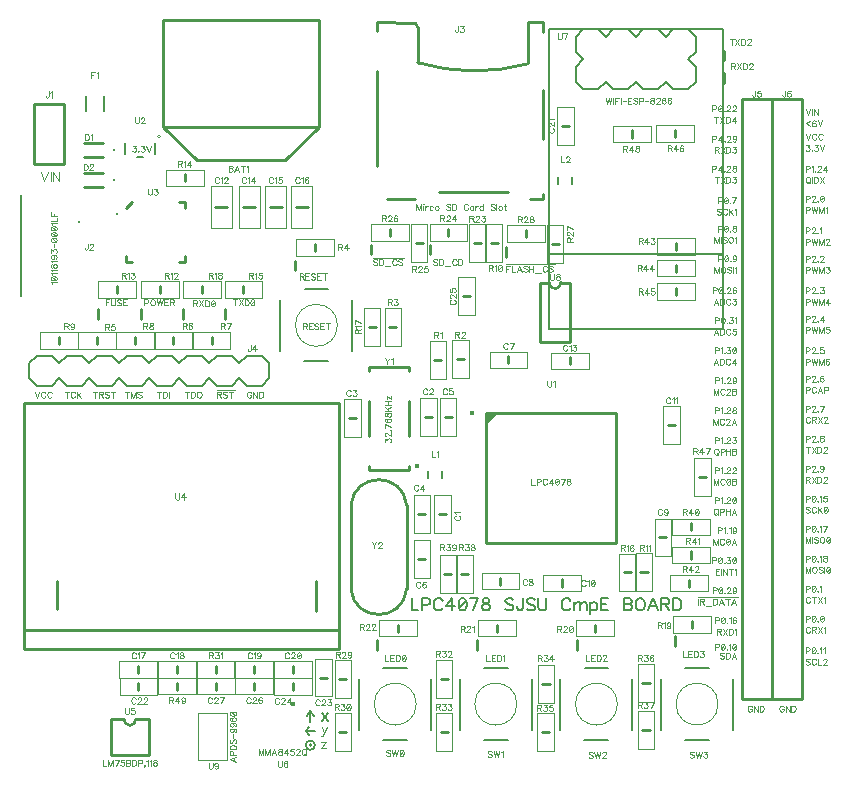
<source format=gbr>
%TF.GenerationSoftware,Novarm,DipTrace,3.2.0.1*%
%TF.CreationDate,2018-02-19T16:07:59-08:00*%
%FSLAX26Y26*%
%MOIN*%
%TF.FileFunction,Legend,Top*%
%TF.Part,Single*%
%ADD10C,0.009843*%
%ADD17C,0.006*%
%ADD18C,0.008*%
%ADD25C,0.003937*%
%ADD29C,0.009433*%
%ADD31C,0.005*%
%ADD35C,0.009994*%
%ADD47C,0.000013*%
%ADD48C,0.015768*%
%ADD51C,0.011774*%
%ADD57C,0.015697*%
%ADD63C,0.015422*%
%ADD138C,0.003088*%
%ADD139C,0.006176*%
%ADD140C,0.004632*%
G75*
G01*
%LPD*%
X1385277Y2547140D2*
D10*
X866537D1*
Y2903390D1*
X1385277D1*
Y2547140D1*
X1272836Y2434639D1*
X866537Y2547140D2*
X979057Y2434639D1*
X1272836D2*
X979057D1*
X1808951Y1254301D2*
X1785328D1*
X1824698Y1317293D2*
D25*
X1769580D1*
Y1191309D1*
X1824698D1*
Y1317293D1*
X1738312Y1577622D2*
D10*
X1761935D1*
X1722565Y1514630D2*
D25*
X1777683D1*
Y1640614D1*
X1722565D1*
Y1514630D1*
X1486120Y1575404D2*
D10*
X1509744D1*
X1470373Y1512412D2*
D25*
X1525491D1*
Y1638397D1*
X1470373D1*
Y1512412D1*
X1716578Y1255607D2*
D10*
X1740202D1*
X1700831Y1192614D2*
D25*
X1755949D1*
Y1318599D1*
X1700831D1*
Y1192614D1*
X1803930Y1577622D2*
D10*
X1827554D1*
X1788183Y1514630D2*
D25*
X1843301D1*
Y1640614D1*
X1788183D1*
Y1514630D1*
X1740202Y1104301D2*
D10*
X1716578D1*
X1755949Y1167293D2*
D25*
X1700831D1*
Y1041309D1*
X1755949D1*
Y1167293D1*
X2016975Y1757335D2*
D10*
Y1780959D1*
X2079967Y1741588D2*
D25*
X1953983D1*
Y1796706D1*
X2079967D1*
Y1741588D1*
X1990145Y1043384D2*
D10*
Y1019761D1*
X1927152Y1059131D2*
D25*
X2053137D1*
Y1004013D1*
X1927152D1*
Y1059131D1*
X2519703Y1177478D2*
D10*
X2543326D1*
X2503956Y1114486D2*
D25*
X2559074D1*
Y1240470D1*
X2503956D1*
Y1114486D1*
X2194734Y1013652D2*
D10*
Y1037275D1*
X2257726Y997904D2*
D25*
X2131742D1*
Y1053023D1*
X2257726D1*
Y997904D1*
X2547829Y1552481D2*
D10*
X2571452D1*
X2532082Y1489488D2*
D25*
X2587200D1*
Y1615473D1*
X2532082D1*
Y1489488D1*
X1079258Y2278361D2*
D10*
X1039885D1*
X1095004Y2349227D2*
D25*
X1024138D1*
Y2207495D1*
X1095004D1*
Y2349227D1*
X2221042Y1777820D2*
D10*
Y1754196D1*
X2158050Y1793567D2*
D25*
X2284034D1*
Y1738449D1*
X2158050D1*
Y1793567D1*
X1172998Y2278361D2*
D10*
X1133625D1*
X1188744Y2349227D2*
D25*
X1117878D1*
Y2207495D1*
X1188744D1*
Y2349227D1*
X1260489Y2278361D2*
D10*
X1221115D1*
X1276235Y2349227D2*
D25*
X1205369D1*
Y2207495D1*
X1276235D1*
Y2349227D1*
X1347980Y2278361D2*
D10*
X1308606D1*
X1363726Y2349227D2*
D25*
X1292860D1*
Y2207495D1*
X1363726D1*
Y2349227D1*
X783096Y749351D2*
D10*
Y725728D1*
X720104Y765099D2*
D25*
X846088D1*
Y709981D1*
X720104D1*
Y765099D1*
X911860Y749351D2*
D10*
Y725728D1*
X848868Y765099D2*
D25*
X974852D1*
Y709981D1*
X848868D1*
Y765099D1*
X1169386Y749351D2*
D10*
Y725728D1*
X1106394Y765099D2*
D25*
X1232378D1*
Y709981D1*
X1106394D1*
Y765099D1*
X1298150Y749351D2*
D10*
Y725728D1*
X1235158Y765099D2*
D25*
X1361142D1*
Y709981D1*
X1235158D1*
Y765099D1*
X2194514Y2549395D2*
D10*
X2218138D1*
X2178767Y2486403D2*
D25*
X2233885D1*
Y2612387D1*
X2178767D1*
Y2486403D1*
X783475Y669030D2*
D10*
Y692653D1*
X846467Y653282D2*
D25*
X720483D1*
Y708401D1*
X846467D1*
Y653282D1*
X1388454Y710551D2*
D10*
X1412077D1*
X1372706Y647559D2*
D25*
X1427824D1*
Y773544D1*
X1372706D1*
Y647559D1*
X1298150Y669472D2*
D10*
Y693096D1*
X1361142Y653725D2*
D25*
X1235158D1*
Y708843D1*
X1361142D1*
Y653725D1*
X1889292Y1981516D2*
D10*
X1865669D1*
X1905040Y2044508D2*
D25*
X1849922D1*
Y1918524D1*
X1905040D1*
Y2044508D1*
X1169471Y693328D2*
D10*
Y669704D1*
X1106479Y709075D2*
D25*
X1232464D1*
Y653957D1*
X1106479D1*
Y709075D1*
X1040890Y693328D2*
D10*
Y669704D1*
X977898Y709075D2*
D25*
X1103882D1*
Y653957D1*
X977898D1*
Y709075D1*
X664522Y2445439D2*
D10*
X601531D1*
X664522Y2492682D2*
X601531D1*
D29*
X701530Y2469061D3*
X664522Y2345450D2*
D10*
X601531D1*
X664522Y2392693D2*
X601531D1*
D29*
X701530Y2369071D3*
X667740Y2649167D2*
D18*
Y2599169D1*
X607740D2*
Y2649167D1*
X534631Y2622185D2*
D10*
X434631D1*
X534631Y2422185D2*
Y2622185D1*
Y2422185D2*
X434631D1*
Y2622185D1*
D35*
X587033Y2229009D3*
X392149Y2317589D2*
D31*
Y1982944D1*
X1578350Y2415787D2*
D10*
Y2730828D1*
Y2866529D2*
Y2894028D1*
X2133339D2*
Y2862345D1*
Y2667461D2*
Y2506055D1*
Y2321334D2*
Y2305791D1*
X2090180D1*
X2014803Y2329105D2*
X1786851D1*
X1704180Y2305791D2*
X1613607D1*
X1706003Y2893430D2*
X1713906Y2874301D1*
Y2760121D1*
X2080454Y2893430D2*
Y2760121D1*
X1713906D2*
G03X2080454Y2755936I190683J646859D01*
G01*
X1706003Y2893430D2*
X1578350Y2894028D1*
X2080454D2*
X2133339D1*
X1043976Y1782765D2*
D18*
X1094056D1*
X1119016Y1757765D1*
Y1707765D2*
X1094056Y1682765D1*
X919016Y1757765D2*
X944056Y1782765D1*
X994056D1*
X1019016Y1757765D1*
Y1707765D2*
X994056Y1682765D1*
X944056D1*
X919016Y1707765D1*
X1043976Y1782765D2*
X1019016Y1757765D1*
Y1707765D2*
X1043976Y1682765D1*
X1094056D2*
X1043976D1*
X743976Y1782765D2*
X794056D1*
X819016Y1757765D1*
Y1707765D2*
X794056Y1682765D1*
X819016Y1757765D2*
X844056Y1782765D1*
X894056D1*
X919016Y1757765D1*
Y1707765D2*
X894056Y1682765D1*
X844056D1*
X819016Y1707765D1*
X619016Y1757765D2*
X644056Y1782765D1*
X694056D1*
X719016Y1757765D1*
Y1707765D2*
X694056Y1682765D1*
X644056D1*
X619016Y1707765D1*
X743976Y1782765D2*
X719016Y1757765D1*
Y1707765D2*
X743976Y1682765D1*
X794056D2*
X743976D1*
X443976Y1782765D2*
X494056D1*
X519016Y1757765D1*
Y1707765D2*
X494056Y1682765D1*
X519016Y1757765D2*
X544056Y1782765D1*
X594056D1*
X619016Y1757765D1*
Y1707765D2*
X594056Y1682765D1*
X544056D1*
X519016Y1707765D1*
X419016Y1757765D2*
Y1707765D1*
X443976Y1782765D2*
X419016Y1757765D1*
Y1707765D2*
X443976Y1682765D1*
X494056D2*
X443976D1*
X1144056Y1782765D2*
X1194056D1*
X1219016Y1757765D1*
Y1707765D1*
X1194056Y1682765D1*
X1144056Y1782765D2*
X1119016Y1757765D1*
Y1707765D2*
X1144056Y1682765D1*
X1194056D2*
X1144056D1*
X2794016Y713765D2*
D10*
Y2637765D1*
Y637765D2*
Y713765D1*
X2894016Y637765D2*
X2794016D1*
X2894016D2*
Y2637765D1*
X2794016D1*
X2894016Y713765D2*
Y2637765D1*
Y637765D2*
Y713765D1*
X2994016Y637765D2*
X2894016D1*
X2994016D2*
Y2637765D1*
X2894016D1*
X1748667Y1373978D2*
D17*
Y1397603D1*
X1795911Y1373978D2*
Y1397603D1*
X2182704Y2355196D2*
Y2378821D1*
X2229948Y2355196D2*
Y2378821D1*
X1304559Y2068019D2*
D10*
Y2099515D1*
X791756Y1906495D2*
Y1937991D1*
X648021Y1906495D2*
Y1937991D1*
X1072977Y1906495D2*
Y1937991D1*
X932366Y1906495D2*
Y1937991D1*
X2572559Y815768D2*
Y847264D1*
X2245475Y803268D2*
Y834764D1*
X1912143Y803268D2*
Y834764D1*
X1578810Y803268D2*
Y834764D1*
X1753962Y2122191D2*
Y2153687D1*
X1560192Y2122191D2*
Y2153687D1*
X2007117Y2112814D2*
Y2144310D1*
X2735058Y2693901D2*
Y2725397D1*
Y2768901D2*
Y2800397D1*
X1754110Y1706746D2*
D25*
X1809229D1*
Y1832730D1*
X1754110D1*
Y1706746D1*
X1769858Y1769738D2*
D10*
X1793481D1*
X1829110Y1708369D2*
D25*
X1884229D1*
Y1834353D1*
X1829110D1*
Y1708369D1*
X1844858Y1771361D2*
D10*
X1868481D1*
X1659075Y1942294D2*
D25*
X1603957D1*
Y1816310D1*
X1659075D1*
Y1942294D1*
X1643328Y1879302D2*
D10*
X1619704D1*
X1310166Y2171748D2*
D25*
X1436150D1*
Y2116630D1*
X1310166D1*
Y2171748D1*
X1373158Y2156001D2*
D10*
Y2132377D1*
X708419Y1807193D2*
D25*
X582435D1*
Y1862311D1*
X708419D1*
Y1807193D1*
X645427Y1822940D2*
D10*
Y1846564D1*
X837095Y1862311D2*
D25*
X963079D1*
Y1807193D1*
X837095D1*
Y1862311D1*
X900087Y1846564D2*
D10*
Y1822940D1*
X964425Y1862311D2*
D25*
X1090410D1*
Y1807193D1*
X964425D1*
Y1862311D1*
X1027418Y1846564D2*
D10*
Y1822940D1*
X835750Y1807193D2*
D25*
X709765D1*
Y1862311D1*
X835750D1*
Y1807193D1*
X772757Y1822940D2*
D10*
Y1846564D1*
X455104Y1862311D2*
D25*
X581088D1*
Y1807193D1*
X455104D1*
Y1862311D1*
X518096Y1846564D2*
D10*
Y1822940D1*
X1941622Y2095910D2*
D25*
X1996740D1*
Y2221894D1*
X1941622D1*
Y2095910D1*
X1957370Y2158902D2*
D10*
X1980993D1*
X2496357Y1123919D2*
D25*
X2441239D1*
Y997935D1*
X2496357D1*
Y1123919D1*
X2480610Y1060927D2*
D10*
X2456986D1*
X792568Y2031044D2*
D25*
X918553D1*
Y1975925D1*
X792568D1*
Y2031044D1*
X855561Y2015296D2*
D10*
Y1991673D1*
X648834Y2031044D2*
D25*
X774818D1*
Y1975925D1*
X648834D1*
Y2031044D1*
X711826Y2015296D2*
D10*
Y1991673D1*
X874717Y2403786D2*
D25*
X1000701D1*
Y2348668D1*
X874717D1*
Y2403786D1*
X937709Y2388039D2*
D10*
Y2364415D1*
X1070664Y2031044D2*
D25*
X1196649D1*
Y1975925D1*
X1070664D1*
Y2031044D1*
X1133656Y2015296D2*
D10*
Y1991673D1*
X2440113Y1123733D2*
D25*
X2384995D1*
Y997748D1*
X2440113D1*
Y1123733D1*
X2424366Y1060740D2*
D10*
X2400742D1*
X1590326Y1942294D2*
D25*
X1535208D1*
Y1816310D1*
X1590326D1*
Y1942294D1*
X1574578Y1879302D2*
D10*
X1550955D1*
X933179Y2031044D2*
D25*
X1059163D1*
Y1975925D1*
X933179D1*
Y2031044D1*
X996171Y2015296D2*
D10*
Y1991673D1*
X2692294Y860205D2*
D25*
X2566310D1*
Y915323D1*
X2692294D1*
Y860205D1*
X2629302Y875952D2*
D10*
Y899576D1*
X2369331Y847705D2*
D25*
X2243347D1*
Y902823D1*
X2369331D1*
Y847705D1*
X2306339Y863452D2*
D10*
Y887076D1*
X2042293Y847706D2*
D25*
X1916309D1*
Y902824D1*
X2042293D1*
Y847706D1*
X1979301Y863454D2*
D10*
Y887077D1*
X1710908Y847705D2*
D25*
X1584924D1*
Y902823D1*
X1710908D1*
Y847705D1*
X1647916Y863452D2*
D10*
Y887076D1*
X1885198Y2095738D2*
D25*
X1940317D1*
Y2221722D1*
X1885198D1*
Y2095738D1*
X1900946Y2158730D2*
D10*
X1924569D1*
X1753799Y2221575D2*
D25*
X1879784D1*
Y2166457D1*
X1753799D1*
Y2221575D1*
X1816792Y2205828D2*
D10*
Y2182204D1*
X1691448Y2095738D2*
D25*
X1746566D1*
Y2221722D1*
X1691448D1*
Y2095738D1*
X1707195Y2158730D2*
D10*
X1730819D1*
X1558227Y2221575D2*
D25*
X1684212D1*
Y2166457D1*
X1558227D1*
Y2221575D1*
X1621219Y2205828D2*
D10*
Y2182204D1*
X2144772Y2092784D2*
D25*
X2199890D1*
Y2218768D1*
X2144772D1*
Y2092784D1*
X2160519Y2155776D2*
D10*
X2184143D1*
X2011540Y2218628D2*
D25*
X2137524D1*
Y2163509D1*
X2011540D1*
Y2218628D1*
X2074532Y2202880D2*
D10*
Y2179257D1*
X1492649Y769538D2*
D25*
X1437530D1*
Y643554D1*
X1492649D1*
Y769538D1*
X1476901Y706546D2*
D10*
X1453278D1*
X1492649Y592309D2*
D25*
X1437530D1*
Y466324D1*
X1492649D1*
Y592309D1*
X1476901Y529317D2*
D10*
X1453278D1*
X1103614Y709981D2*
D25*
X977630D1*
Y765099D1*
X1103614D1*
Y709981D1*
X1040622Y725728D2*
D10*
Y749351D1*
X1830184Y769538D2*
D25*
X1775066D1*
Y643554D1*
X1830184D1*
Y769538D1*
X1814437Y706546D2*
D10*
X1790813D1*
X1830184Y592309D2*
D25*
X1775066D1*
Y466324D1*
X1830184D1*
Y592309D1*
X1814437Y529317D2*
D10*
X1790813D1*
X2169547Y750786D2*
D25*
X2114429D1*
Y624802D1*
X2169547D1*
Y750786D1*
X2153800Y687794D2*
D10*
X2130177D1*
X2167719Y592309D2*
D25*
X2112601D1*
Y466324D1*
X2167719D1*
Y592309D1*
X2151972Y529317D2*
D10*
X2128349D1*
X2503044Y754826D2*
D25*
X2447925D1*
Y628841D1*
X2503044D1*
Y754826D1*
X2487296Y691834D2*
D10*
X2463673D1*
X2503044Y598559D2*
D25*
X2447925D1*
Y472575D1*
X2503044D1*
Y598559D1*
X2487296Y535567D2*
D10*
X2463673D1*
X1898941Y1119306D2*
D25*
X1843823D1*
Y993322D1*
X1898941D1*
Y1119306D1*
X1883194Y1056314D2*
D10*
X1859570D1*
X1842685Y1119306D2*
D25*
X1787567D1*
Y993322D1*
X1842685D1*
Y1119306D1*
X1826938Y1056314D2*
D10*
X1803314D1*
X2561365Y1240324D2*
D25*
X2687349D1*
Y1185206D1*
X2561365D1*
Y1240324D1*
X2624357Y1224577D2*
D10*
Y1200954D1*
X2561366Y1146578D2*
D25*
X2687351D1*
Y1091460D1*
X2561366D1*
Y1146578D1*
X2624359Y1130830D2*
D10*
Y1107207D1*
X2555116Y1052832D2*
D25*
X2681100D1*
Y997714D1*
X2555116D1*
Y1052832D1*
X2618108Y1037085D2*
D10*
Y1013461D1*
X2511364Y2174698D2*
D25*
X2637348D1*
Y2119580D1*
X2511364D1*
Y2174698D1*
X2574356Y2158951D2*
D10*
Y2135328D1*
X2511365Y2102826D2*
D25*
X2637349D1*
Y2047708D1*
X2511365D1*
Y2102826D1*
X2574357Y2087078D2*
D10*
Y2063455D1*
X2511601Y2024861D2*
D25*
X2637586D1*
Y1969743D1*
X2511601D1*
Y2024861D1*
X2574593Y2009114D2*
D10*
Y1985490D1*
X2508920Y2550646D2*
D25*
X2634904D1*
Y2495528D1*
X2508920D1*
Y2550646D1*
X2571912Y2534899D2*
D10*
Y2511275D1*
X2690563Y1442390D2*
D25*
X2635445D1*
Y1316406D1*
X2690563D1*
Y1442390D1*
X2674816Y1379398D2*
D10*
X2651192D1*
X2364488Y2549700D2*
D25*
X2490473D1*
Y2494582D1*
X2364488D1*
Y2549700D1*
X2427481Y2533952D2*
D10*
Y2510329D1*
X849318Y709075D2*
D25*
X975302D1*
Y653957D1*
X849318D1*
Y709075D1*
X912310Y693328D2*
D10*
Y669704D1*
X1306760Y1884516D2*
D47*
G02X1306760Y1884516I70006J0D01*
G01*
X1256763Y1969524D2*
D18*
Y1799508D1*
X1496768D2*
Y1969524D1*
X1337479Y2004504D2*
X1416758D1*
X1336294Y1764528D2*
X1416758D1*
X1569260Y622016D2*
D47*
G02X1569260Y622016I70006J0D01*
G01*
X1519263Y707024D2*
D18*
Y537008D1*
X1759268D2*
Y707024D1*
X1599979Y742004D2*
X1679258D1*
X1598794Y502028D2*
X1679258D1*
X1904677Y622016D2*
D47*
G02X1904677Y622016I70006J0D01*
G01*
X1854680Y707024D2*
D18*
Y537008D1*
X2094685D2*
Y707024D1*
X1935396Y742004D2*
X2014675D1*
X1934211Y502028D2*
X2014675D1*
X2240093Y622016D2*
D47*
G02X2240093Y622016I70006J0D01*
G01*
X2190096Y707024D2*
D18*
Y537008D1*
X2430101D2*
Y707024D1*
X2270812Y742004D2*
X2350091D1*
X2269627Y502028D2*
X2350091D1*
X2575510Y622016D2*
D47*
G02X2575510Y622016I70006J0D01*
G01*
X2525514Y707024D2*
D18*
Y537008D1*
X2765518D2*
Y707024D1*
X2606229Y742004D2*
X2685508D1*
X2605045Y502028D2*
X2685508D1*
X1942225Y1592313D2*
D10*
X2375335D1*
Y1159202D1*
X1942225D1*
Y1592313D1*
G36*
D2*
Y1552923D1*
X1981614Y1592313D1*
X1942225D1*
G37*
D48*
X1895010D3*
X845868Y2514078D2*
D47*
G02X845868Y2514078I4999J0D01*
G01*
X737869Y2457173D2*
D18*
Y2490985D1*
X837865D2*
Y2457173D1*
X798430Y2446176D2*
X777303D1*
X919337Y2294004D2*
D10*
X939001D1*
Y2274312D1*
X919337Y2097131D2*
X939001D1*
Y2116822D2*
Y2097131D1*
X742181D2*
X761871D1*
X742181Y2116822D2*
Y2097131D1*
D51*
X712697Y2254631D3*
X761871Y2294004D2*
D10*
X742181Y2274312D1*
X510425Y939579D2*
Y1033367D1*
X1376809Y933255D2*
Y1033285D1*
X401103Y804646D2*
X1452284D1*
Y1625906D1*
X401103D1*
Y804646D1*
X402154Y867472D2*
X1452179D1*
X692080Y570935D2*
Y452824D1*
X818049Y570935D2*
Y452824D1*
X692080D2*
X818049D1*
X692080Y570935D2*
X735376D1*
X774753D2*
X818049D1*
X735376D2*
G03X774753Y570935I19688J-13D01*
G01*
D57*
X1300279Y623693D3*
X2730891Y2872137D2*
D31*
Y2122137D1*
Y1872137D1*
X2150891D1*
Y2122137D1*
Y2872137D1*
X2265905D1*
X2315901D1*
X2365897D1*
X2415893D1*
X2465889D1*
X2515885D1*
X2565881D1*
X2615877D1*
X2730891D1*
Y2122137D2*
X2150891D1*
X2615877Y2872137D2*
X2640875Y2847137D1*
Y2797137D1*
X2615877Y2772137D1*
X2640875Y2747137D1*
Y2697137D1*
X2615877Y2672137D1*
X2565881D1*
X2540883Y2697137D1*
X2515885Y2672137D1*
X2465889D1*
X2440891Y2697137D1*
X2415893Y2672137D1*
X2365897D1*
X2340899Y2697137D1*
X2315901Y2672137D1*
X2265905D1*
X2240907Y2697137D1*
Y2747137D1*
X2265905Y2772137D1*
X2240907Y2797137D1*
Y2847137D1*
X2265905Y2872137D1*
X2315901D2*
X2340899Y2847137D1*
X2365897Y2872137D1*
X2415893D2*
X2440891Y2847137D1*
X2465889Y2872137D1*
X2515885D2*
X2540883Y2847137D1*
X2565881Y2872137D1*
X2121002Y2026818D2*
D10*
Y1829964D1*
X2223379Y2026818D2*
Y1829964D1*
X2121002D2*
X2223379D1*
X2152496Y2026818D2*
X2121002D1*
X2191885D2*
X2223379D1*
X2152496D2*
G03X2191885Y2026818I19694J9D01*
G01*
X982944Y590965D2*
D25*
X1077432D1*
Y436332D1*
X982944D1*
Y590965D1*
D63*
X1711615Y1415260D3*
X1685401Y1731868D2*
D10*
Y1745568D1*
X1551436Y1731868D2*
Y1745568D1*
X1685401D2*
X1551436D1*
X1685401Y1515395D2*
Y1633222D1*
X1551436Y1515395D2*
Y1633222D1*
Y1403049D2*
Y1416750D1*
X1685401Y1403049D2*
Y1416750D1*
Y1403049D2*
X1551436D1*
X1677515Y1005605D2*
Y1284934D1*
X1491767Y1005605D2*
Y1284934D1*
Y1005605D2*
G03X1677515Y1005605I92874J8216D01*
G01*
Y1284934D2*
G03X1491767Y1284934I-92874J-8216D01*
G01*
X1340705Y531755D2*
D18*
X1371983Y531801D1*
X1340705Y531755D2*
X1353205Y544255D1*
X1340705Y531755D2*
X1353205Y519256D1*
X1356330Y563004D2*
Y597380D1*
X1343828Y581755D1*
X1356330Y597380D2*
X1368830Y581755D1*
X1340802Y484908D2*
G02X1340802Y484908I15627J0D01*
G01*
X1353305Y484909D2*
G02X1353305Y484909I3125J0D01*
G01*
X1083838Y2417108D2*
D138*
Y2397012D1*
X1092460D1*
X1095334Y2397985D1*
X1096285Y2398936D1*
X1097235Y2400837D1*
Y2403711D1*
X1096285Y2405634D1*
X1095334Y2406585D1*
X1092460Y2407536D1*
X1095334Y2408508D1*
X1096285Y2409459D1*
X1097235Y2411360D1*
Y2413284D1*
X1096285Y2415185D1*
X1095334Y2416158D1*
X1092460Y2417108D1*
X1083838D1*
Y2407536D2*
X1092460D1*
X1118732Y2397012D2*
X1111060Y2417108D1*
X1103411Y2397012D1*
X1106285Y2403711D2*
X1115858D1*
X1131606Y2417108D2*
Y2397012D1*
X1124908Y2417108D2*
X1138305D1*
X1144481Y2413262D2*
X1146404Y2414234D1*
X1149278Y2417086D1*
Y2397012D1*
X1841376Y1250213D2*
X1839475Y1249262D1*
X1837551Y1247339D1*
X1836601Y1245437D1*
Y1241613D1*
X1837551Y1239689D1*
X1839475Y1237788D1*
X1841376Y1236815D1*
X1844250Y1235865D1*
X1849047D1*
X1851899Y1236815D1*
X1853823Y1237788D1*
X1855724Y1239689D1*
X1856697Y1241613D1*
Y1245437D1*
X1855724Y1247339D1*
X1853823Y1249262D1*
X1851899Y1250213D1*
X1840448Y1256388D2*
X1839475Y1258312D1*
X1836623Y1261186D1*
X1856697D1*
X1746577Y1669369D2*
X1745626Y1671270D1*
X1743703Y1673193D1*
X1741801Y1674144D1*
X1737977D1*
X1736053Y1673193D1*
X1734152Y1671270D1*
X1733179Y1669369D1*
X1732229Y1666495D1*
Y1661697D1*
X1733179Y1658845D1*
X1734152Y1656922D1*
X1736053Y1655021D1*
X1737977Y1654048D1*
X1741801D1*
X1743703Y1655021D1*
X1745626Y1656922D1*
X1746577Y1658845D1*
X1753725Y1669346D2*
Y1670297D1*
X1754676Y1672220D1*
X1755626Y1673171D1*
X1757550Y1674122D1*
X1761374D1*
X1763276Y1673171D1*
X1764226Y1672220D1*
X1765199Y1670297D1*
Y1668396D1*
X1764226Y1666472D1*
X1762325Y1663620D1*
X1752752Y1654048D1*
X1766150D1*
X1491260Y1664027D2*
X1490310Y1665929D1*
X1488386Y1667852D1*
X1486485Y1668803D1*
X1482660D1*
X1480737Y1667852D1*
X1478836Y1665929D1*
X1477863Y1664027D1*
X1476912Y1661153D1*
Y1656356D1*
X1477863Y1653504D1*
X1478836Y1651581D1*
X1480737Y1649679D1*
X1482660Y1648707D1*
X1486485D1*
X1488386Y1649679D1*
X1490310Y1651581D1*
X1491260Y1653504D1*
X1499360Y1668780D2*
X1509861D1*
X1504135Y1661131D1*
X1507009D1*
X1508910Y1660181D1*
X1509861Y1659230D1*
X1510833Y1656356D1*
Y1654455D1*
X1509861Y1651581D1*
X1507959Y1649657D1*
X1505085Y1648707D1*
X1502211D1*
X1499360Y1649657D1*
X1498409Y1650630D1*
X1497436Y1652531D1*
X1716496Y1348876D2*
X1715546Y1350778D1*
X1713622Y1352701D1*
X1711721Y1353652D1*
X1707896D1*
X1705973Y1352701D1*
X1704072Y1350778D1*
X1703099Y1348876D1*
X1702148Y1346002D1*
Y1341205D1*
X1703099Y1338353D1*
X1704072Y1336430D1*
X1705973Y1334528D1*
X1707896Y1333556D1*
X1711721D1*
X1713622Y1334528D1*
X1715546Y1336430D1*
X1716496Y1338353D1*
X1732245Y1333556D2*
Y1353630D1*
X1722672Y1340254D1*
X1737020D1*
X1812195Y1669386D2*
X1811244Y1671287D1*
X1809321Y1673210D1*
X1807420Y1674161D1*
X1803595D1*
X1801671Y1673210D1*
X1799770Y1671287D1*
X1798797Y1669386D1*
X1797847Y1666512D1*
Y1661714D1*
X1798797Y1658862D1*
X1799770Y1656939D1*
X1801671Y1655038D1*
X1803595Y1654065D1*
X1807420D1*
X1809321Y1655038D1*
X1811244Y1656939D1*
X1812195Y1658862D1*
X1829844Y1674139D2*
X1820294D1*
X1819343Y1665539D1*
X1820294Y1666489D1*
X1823168Y1667462D1*
X1826020D1*
X1828894Y1666489D1*
X1830817Y1664588D1*
X1831768Y1661714D1*
Y1659813D1*
X1830817Y1656939D1*
X1828894Y1655016D1*
X1826020Y1654065D1*
X1823168D1*
X1820294Y1655016D1*
X1819343Y1655988D1*
X1818371Y1657890D1*
X1723709Y1025715D2*
X1722758Y1027616D1*
X1720835Y1029540D1*
X1718933Y1030490D1*
X1715109D1*
X1713185Y1029540D1*
X1711284Y1027616D1*
X1710311Y1025715D1*
X1709361Y1022841D1*
Y1018044D1*
X1710311Y1015192D1*
X1711284Y1013268D1*
X1713185Y1011367D1*
X1715109Y1010394D1*
X1718933D1*
X1720835Y1011367D1*
X1722758Y1013268D1*
X1723709Y1015192D1*
X1741358Y1027616D2*
X1740408Y1029518D1*
X1737534Y1030468D1*
X1735632D1*
X1732758Y1029518D1*
X1730835Y1026644D1*
X1729884Y1021868D1*
Y1017093D1*
X1730835Y1013268D1*
X1732758Y1011345D1*
X1735632Y1010394D1*
X1736583D1*
X1739435Y1011345D1*
X1741358Y1013268D1*
X1742309Y1016142D1*
Y1017093D1*
X1741358Y1019967D1*
X1739435Y1021868D1*
X1736583Y1022819D1*
X1735632D1*
X1732758Y1021868D1*
X1730835Y1019967D1*
X1729884Y1017093D1*
X2014380Y1821212D2*
X2013429Y1823114D1*
X2011506Y1825037D1*
X2009605Y1825988D1*
X2005780D1*
X2003857Y1825037D1*
X2001955Y1823114D1*
X2000983Y1821212D1*
X2000032Y1818338D1*
Y1813541D1*
X2000983Y1810689D1*
X2001955Y1808766D1*
X2003857Y1806864D1*
X2005780Y1805892D1*
X2009605D1*
X2011506Y1806864D1*
X2013429Y1808766D1*
X2014380Y1810689D1*
X2024380Y1805892D2*
X2033953Y1825966D1*
X2020556D1*
X2078176Y1033643D2*
X2077225Y1035544D1*
X2075302Y1037467D1*
X2073400Y1038418D1*
X2069576D1*
X2067652Y1037467D1*
X2065751Y1035544D1*
X2064778Y1033643D1*
X2063828Y1030769D1*
Y1025971D1*
X2064778Y1023119D1*
X2065751Y1021196D1*
X2067652Y1019295D1*
X2069576Y1018322D1*
X2073400D1*
X2075302Y1019295D1*
X2077225Y1021196D1*
X2078176Y1023119D1*
X2089127Y1038396D2*
X2086275Y1037445D1*
X2085302Y1035544D1*
Y1033621D1*
X2086275Y1031719D1*
X2088176Y1030747D1*
X2092001Y1029796D1*
X2094875Y1028845D1*
X2096776Y1026922D1*
X2097727Y1025021D1*
Y1022147D1*
X2096776Y1020245D1*
X2095825Y1019273D1*
X2092951Y1018322D1*
X2089127D1*
X2086275Y1019273D1*
X2085302Y1020245D1*
X2084351Y1022147D1*
Y1025021D1*
X2085302Y1026922D1*
X2087225Y1028845D1*
X2090077Y1029796D1*
X2093902Y1030747D1*
X2095825Y1031719D1*
X2096776Y1033621D1*
Y1035544D1*
X2095825Y1037445D1*
X2092951Y1038396D1*
X2089127D1*
X2529395Y1268101D2*
X2528444Y1270002D1*
X2526521Y1271925D1*
X2524619Y1272876D1*
X2520795D1*
X2518871Y1271925D1*
X2516970Y1270002D1*
X2515997Y1268101D1*
X2515047Y1265227D1*
Y1260429D1*
X2515997Y1257577D1*
X2516970Y1255654D1*
X2518871Y1253753D1*
X2520795Y1252780D1*
X2524619D1*
X2526521Y1253753D1*
X2528444Y1255654D1*
X2529395Y1257577D1*
X2548017Y1266177D2*
X2547044Y1263303D1*
X2545143Y1261380D1*
X2542269Y1260429D1*
X2541318D1*
X2538444Y1261380D1*
X2536543Y1263303D1*
X2535570Y1266177D1*
Y1267128D1*
X2536543Y1270002D1*
X2538444Y1271903D1*
X2541318Y1272854D1*
X2542269D1*
X2545143Y1271903D1*
X2547044Y1270002D1*
X2548017Y1266177D1*
Y1261380D1*
X2547044Y1256605D1*
X2545143Y1253731D1*
X2542269Y1252780D1*
X2540368D1*
X2537494Y1253731D1*
X2536543Y1255654D1*
X2274143Y1030659D2*
X2273192Y1032560D1*
X2271269Y1034483D1*
X2269367Y1035434D1*
X2265543D1*
X2263619Y1034483D1*
X2261718Y1032560D1*
X2260745Y1030659D1*
X2259795Y1027785D1*
Y1022987D1*
X2260745Y1020135D1*
X2261718Y1018212D1*
X2263619Y1016311D1*
X2265543Y1015338D1*
X2269367D1*
X2271269Y1016311D1*
X2273192Y1018212D1*
X2274143Y1020135D1*
X2280318Y1031587D2*
X2282242Y1032560D1*
X2285116Y1035412D1*
Y1015338D1*
X2297039Y1035412D2*
X2294165Y1034461D1*
X2292242Y1031587D1*
X2291291Y1026812D1*
Y1023938D1*
X2292242Y1019162D1*
X2294165Y1016288D1*
X2297039Y1015338D1*
X2298941D1*
X2301815Y1016288D1*
X2303716Y1019162D1*
X2304689Y1023938D1*
Y1026812D1*
X2303716Y1031587D1*
X2301815Y1034461D1*
X2298941Y1035412D1*
X2297039D1*
X2303716Y1031587D2*
X2292242Y1019162D1*
X2556405Y1639513D2*
X2555454Y1641414D1*
X2553531Y1643338D1*
X2551629Y1644288D1*
X2547805D1*
X2545881Y1643338D1*
X2543980Y1641414D1*
X2543007Y1639513D1*
X2542057Y1636639D1*
Y1631841D1*
X2543007Y1628990D1*
X2543980Y1627066D1*
X2545881Y1625165D1*
X2547805Y1624192D1*
X2551629D1*
X2553531Y1625165D1*
X2555454Y1627066D1*
X2556405Y1628990D1*
X2562580Y1640441D2*
X2564504Y1641414D1*
X2567378Y1644266D1*
Y1624192D1*
X2573553Y1640441D2*
X2575477Y1641414D1*
X2578351Y1644266D1*
Y1624192D1*
X1051456Y2373695D2*
X1050506Y2375597D1*
X1048582Y2377520D1*
X1046681Y2378471D1*
X1042856D1*
X1040933Y2377520D1*
X1039032Y2375597D1*
X1038059Y2373695D1*
X1037108Y2370821D1*
Y2366024D1*
X1038059Y2363172D1*
X1039032Y2361249D1*
X1040933Y2359347D1*
X1042856Y2358375D1*
X1046681D1*
X1048582Y2359347D1*
X1050506Y2361249D1*
X1051456Y2363172D1*
X1057632Y2374624D2*
X1059555Y2375597D1*
X1062429Y2378448D1*
Y2358375D1*
X1069578Y2373673D2*
Y2374624D1*
X1070528Y2376547D1*
X1071479Y2377498D1*
X1073402Y2378448D1*
X1077227D1*
X1079128Y2377498D1*
X1080079Y2376547D1*
X1081052Y2374624D1*
Y2372723D1*
X1080079Y2370799D1*
X1078178Y2367947D1*
X1068605Y2358375D1*
X1082002D1*
X2212951Y1814953D2*
X2212000Y1816854D1*
X2210077Y1818777D1*
X2208176Y1819728D1*
X2204351D1*
X2202428Y1818777D1*
X2200526Y1816854D1*
X2199554Y1814953D1*
X2198603Y1812078D1*
Y1807281D1*
X2199554Y1804429D1*
X2200526Y1802506D1*
X2202428Y1800605D1*
X2204351Y1799632D1*
X2208176D1*
X2210077Y1800605D1*
X2212000Y1802506D1*
X2212951Y1804429D1*
X2219127Y1815881D2*
X2221050Y1816854D1*
X2223924Y1819706D1*
Y1799632D1*
X2232023Y1819706D2*
X2242524D1*
X2236799Y1812056D1*
X2239673D1*
X2241574Y1811106D1*
X2242524Y1810155D1*
X2243497Y1807281D1*
Y1805380D1*
X2242524Y1802506D1*
X2240623Y1800582D1*
X2237749Y1799632D1*
X2234875D1*
X2232023Y1800582D1*
X2231073Y1801555D1*
X2230100Y1803456D1*
X1141596Y2373695D2*
X1140646Y2375597D1*
X1138722Y2377520D1*
X1136821Y2378471D1*
X1132997D1*
X1131073Y2377520D1*
X1129172Y2375597D1*
X1128199Y2373695D1*
X1127248Y2370821D1*
Y2366024D1*
X1128199Y2363172D1*
X1129172Y2361249D1*
X1131073Y2359347D1*
X1132997Y2358375D1*
X1136821D1*
X1138722Y2359347D1*
X1140646Y2361249D1*
X1141596Y2363172D1*
X1147772Y2374624D2*
X1149696Y2375597D1*
X1152570Y2378448D1*
Y2358375D1*
X1168318D2*
Y2378448D1*
X1158745Y2365073D1*
X1173093D1*
X1232703Y2373741D2*
X1231752Y2375643D1*
X1229829Y2377566D1*
X1227928Y2378517D1*
X1224103D1*
X1222180Y2377566D1*
X1220278Y2375643D1*
X1219306Y2373741D1*
X1218355Y2370867D1*
Y2366070D1*
X1219306Y2363218D1*
X1220278Y2361295D1*
X1222180Y2359393D1*
X1224103Y2358421D1*
X1227928D1*
X1229829Y2359393D1*
X1231752Y2361295D1*
X1232703Y2363218D1*
X1238879Y2374670D2*
X1240802Y2375643D1*
X1243676Y2378494D1*
Y2358421D1*
X1261326Y2378494D2*
X1251775D1*
X1250825Y2369894D1*
X1251775Y2370845D1*
X1254649Y2371818D1*
X1257501D1*
X1260375Y2370845D1*
X1262299Y2368944D1*
X1263249Y2366070D1*
Y2364169D1*
X1262299Y2361295D1*
X1260375Y2359371D1*
X1257501Y2358421D1*
X1254649D1*
X1251775Y2359371D1*
X1250825Y2360344D1*
X1249852Y2362245D1*
X1320680Y2373741D2*
X1319730Y2375643D1*
X1317806Y2377566D1*
X1315905Y2378517D1*
X1312080D1*
X1310157Y2377566D1*
X1308256Y2375643D1*
X1307283Y2373741D1*
X1306332Y2370867D1*
Y2366070D1*
X1307283Y2363218D1*
X1308256Y2361295D1*
X1310157Y2359393D1*
X1312080Y2358421D1*
X1315905D1*
X1317806Y2359393D1*
X1319730Y2361295D1*
X1320680Y2363218D1*
X1326856Y2374670D2*
X1328779Y2375643D1*
X1331653Y2378494D1*
Y2358421D1*
X1349303Y2375643D2*
X1348352Y2377544D1*
X1345478Y2378494D1*
X1343577D1*
X1340703Y2377544D1*
X1338780Y2374670D1*
X1337829Y2369894D1*
Y2365119D1*
X1338780Y2361295D1*
X1340703Y2359371D1*
X1343577Y2358421D1*
X1344528D1*
X1347380Y2359371D1*
X1349303Y2361295D1*
X1350254Y2364169D1*
Y2365119D1*
X1349303Y2367993D1*
X1347380Y2369894D1*
X1344528Y2370845D1*
X1343577D1*
X1340703Y2369894D1*
X1338780Y2367993D1*
X1337829Y2365119D1*
X774997Y789613D2*
X774046Y791514D1*
X772123Y793437D1*
X770222Y794388D1*
X766397D1*
X764474Y793437D1*
X762572Y791514D1*
X761600Y789613D1*
X760649Y786739D1*
Y781941D1*
X761600Y779089D1*
X762572Y777166D1*
X764474Y775265D1*
X766397Y774292D1*
X770222D1*
X772123Y775265D1*
X774046Y777166D1*
X774997Y779089D1*
X781173Y790541D2*
X783096Y791514D1*
X785970Y794366D1*
Y774292D1*
X795970D2*
X805543Y794366D1*
X792146D1*
X903772Y789613D2*
X902821Y791514D1*
X900898Y793437D1*
X898997Y794388D1*
X895172D1*
X893248Y793437D1*
X891347Y791514D1*
X890374Y789613D1*
X889424Y786739D1*
Y781941D1*
X890374Y779089D1*
X891347Y777166D1*
X893248Y775265D1*
X895172Y774292D1*
X898997D1*
X900898Y775265D1*
X902821Y777166D1*
X903772Y779089D1*
X909948Y790541D2*
X911871Y791514D1*
X914745Y794366D1*
Y774292D1*
X925696Y794366D2*
X922844Y793415D1*
X921871Y791514D1*
Y789591D1*
X922844Y787689D1*
X924745Y786716D1*
X928570Y785766D1*
X931444Y784815D1*
X933345Y782892D1*
X934296Y780991D1*
Y778117D1*
X933345Y776215D1*
X932395Y775243D1*
X929521Y774292D1*
X925696D1*
X922844Y775243D1*
X921871Y776215D1*
X920921Y778117D1*
Y780991D1*
X921871Y782892D1*
X923795Y784815D1*
X926647Y785766D1*
X930471Y786716D1*
X932395Y787689D1*
X933345Y789591D1*
Y791514D1*
X932395Y793415D1*
X929521Y794366D1*
X925696D1*
X1161762Y789613D2*
X1160812Y791514D1*
X1158888Y793437D1*
X1156987Y794388D1*
X1153162D1*
X1151239Y793437D1*
X1149338Y791514D1*
X1148365Y789613D1*
X1147414Y786739D1*
Y781941D1*
X1148365Y779089D1*
X1149338Y777166D1*
X1151239Y775265D1*
X1153162Y774292D1*
X1156987D1*
X1158888Y775265D1*
X1160812Y777166D1*
X1161762Y779089D1*
X1167938Y790541D2*
X1169861Y791514D1*
X1172735Y794366D1*
Y774292D1*
X1191358Y787689D2*
X1190385Y784815D1*
X1188484Y782892D1*
X1185610Y781941D1*
X1184659D1*
X1181785Y782892D1*
X1179884Y784815D1*
X1178911Y787689D1*
Y788640D1*
X1179884Y791514D1*
X1181785Y793415D1*
X1184659Y794366D1*
X1185610D1*
X1188484Y793415D1*
X1190385Y791514D1*
X1191358Y787689D1*
Y782892D1*
X1190385Y778117D1*
X1188484Y775243D1*
X1185610Y774292D1*
X1183709D1*
X1180834Y775243D1*
X1179884Y777166D1*
X1285751Y789613D2*
X1284800Y791514D1*
X1282877Y793437D1*
X1280976Y794388D1*
X1277151D1*
X1275227Y793437D1*
X1273326Y791514D1*
X1272353Y789613D1*
X1271403Y786739D1*
Y781941D1*
X1272353Y779089D1*
X1273326Y777166D1*
X1275227Y775265D1*
X1277151Y774292D1*
X1280976D1*
X1282877Y775265D1*
X1284800Y777166D1*
X1285751Y779089D1*
X1292899Y789591D2*
Y790541D1*
X1293850Y792465D1*
X1294801Y793415D1*
X1296724Y794366D1*
X1300549D1*
X1302450Y793415D1*
X1303400Y792465D1*
X1304373Y790541D1*
Y788640D1*
X1303400Y786716D1*
X1301499Y783865D1*
X1291927Y774292D1*
X1305324D1*
X1317248Y794366D2*
X1314374Y793415D1*
X1312450Y790541D1*
X1311500Y785766D1*
Y782892D1*
X1312450Y778117D1*
X1314374Y775243D1*
X1317248Y774292D1*
X1319149D1*
X1322023Y775243D1*
X1323924Y778117D1*
X1324897Y782892D1*
Y785766D1*
X1323924Y790541D1*
X1322023Y793415D1*
X1319149Y794366D1*
X1317248D1*
X1323924Y790541D2*
X1312450Y778117D1*
X2154253Y2541296D2*
X2152351Y2540346D1*
X2150428Y2538422D1*
X2149477Y2536521D1*
Y2532696D1*
X2150428Y2530773D1*
X2152351Y2528872D1*
X2154253Y2527899D1*
X2157127Y2526948D1*
X2161924D1*
X2164776Y2527899D1*
X2166699Y2528872D1*
X2168601Y2530773D1*
X2169573Y2532696D1*
Y2536521D1*
X2168601Y2538422D1*
X2166699Y2540346D1*
X2164776Y2541296D1*
X2154275Y2548445D2*
X2153324D1*
X2151401Y2549395D1*
X2150450Y2550346D1*
X2149500Y2552269D1*
Y2556094D1*
X2150450Y2557995D1*
X2151401Y2558946D1*
X2153324Y2559919D1*
X2155226D1*
X2157149Y2558946D1*
X2160001Y2557045D1*
X2169573Y2547472D1*
Y2560869D1*
X2153324Y2567045D2*
X2152351Y2568968D1*
X2149500Y2571842D1*
X2169573D1*
X774201Y639174D2*
X773250Y641076D1*
X771327Y642999D1*
X769426Y643950D1*
X765601D1*
X763678Y642999D1*
X761776Y641076D1*
X760804Y639174D1*
X759853Y636300D1*
Y631503D1*
X760804Y628651D1*
X761776Y626728D1*
X763678Y624826D1*
X765601Y623854D1*
X769426D1*
X771327Y624826D1*
X773250Y626728D1*
X774201Y628651D1*
X781349Y639152D2*
Y640103D1*
X782300Y642026D1*
X783251Y642977D1*
X785174Y643927D1*
X788999D1*
X790900Y642977D1*
X791851Y642026D1*
X792823Y640103D1*
Y638202D1*
X791851Y636278D1*
X789949Y633426D1*
X780377Y623854D1*
X793774D1*
X800922Y639152D2*
Y640103D1*
X801873Y642026D1*
X802824Y642977D1*
X804747Y643927D1*
X808572D1*
X810473Y642977D1*
X811424Y642026D1*
X812396Y640103D1*
Y638202D1*
X811424Y636278D1*
X809522Y633426D1*
X799950Y623854D1*
X813347D1*
X1387318Y632878D2*
X1386367Y634779D1*
X1384444Y636702D1*
X1382542Y637653D1*
X1378718D1*
X1376794Y636702D1*
X1374893Y634779D1*
X1373920Y632878D1*
X1372970Y630004D1*
Y625206D1*
X1373920Y622354D1*
X1374893Y620431D1*
X1376794Y618530D1*
X1378718Y617557D1*
X1382542D1*
X1384444Y618530D1*
X1386367Y620431D1*
X1387318Y622354D1*
X1394466Y632856D2*
Y633806D1*
X1395417Y635730D1*
X1396367Y636680D1*
X1398291Y637631D1*
X1402115D1*
X1404017Y636680D1*
X1404967Y635730D1*
X1405940Y633806D1*
Y631905D1*
X1404967Y629982D1*
X1403066Y627130D1*
X1393493Y617557D1*
X1406891D1*
X1414990Y637631D2*
X1425491D1*
X1419765Y629982D1*
X1422639D1*
X1424540Y629031D1*
X1425491Y628080D1*
X1426464Y625206D1*
Y623305D1*
X1425491Y620431D1*
X1423590Y618508D1*
X1420716Y617557D1*
X1417842D1*
X1414990Y618508D1*
X1414039Y619480D1*
X1413066Y621382D1*
X1252420Y637984D2*
X1251469Y639885D1*
X1249546Y641809D1*
X1247645Y642759D1*
X1243820D1*
X1241897Y641809D1*
X1239995Y639885D1*
X1239023Y637984D1*
X1238072Y635110D1*
Y630313D1*
X1239023Y627461D1*
X1239995Y625537D1*
X1241897Y623636D1*
X1243820Y622663D1*
X1247645D1*
X1249546Y623636D1*
X1251469Y625537D1*
X1252420Y627461D1*
X1259568Y637962D2*
Y638913D1*
X1260519Y640836D1*
X1261470Y641787D1*
X1263393Y642737D1*
X1267218D1*
X1269119Y641787D1*
X1270070Y640836D1*
X1271042Y638913D1*
Y637011D1*
X1270070Y635088D1*
X1268168Y632236D1*
X1258596Y622663D1*
X1271993D1*
X1287741D2*
Y642737D1*
X1278169Y629362D1*
X1292517D1*
X1825408Y1969117D2*
X1823506Y1968166D1*
X1821583Y1966243D1*
X1820632Y1964342D1*
Y1960517D1*
X1821583Y1958594D1*
X1823506Y1956692D1*
X1825408Y1955720D1*
X1828282Y1954769D1*
X1833079D1*
X1835931Y1955720D1*
X1837854Y1956692D1*
X1839756Y1958594D1*
X1840728Y1960517D1*
Y1964342D1*
X1839756Y1966243D1*
X1837854Y1968166D1*
X1835931Y1969117D1*
X1825430Y1976265D2*
X1824479D1*
X1822556Y1977216D1*
X1821605Y1978167D1*
X1820654Y1980090D1*
Y1983915D1*
X1821605Y1985816D1*
X1822556Y1986767D1*
X1824479Y1987739D1*
X1826380D1*
X1828304Y1986767D1*
X1831156Y1984865D1*
X1840728Y1975293D1*
Y1988690D1*
X1820654Y2006340D2*
Y1996789D1*
X1829254Y1995838D1*
X1828304Y1996789D1*
X1827331Y1999663D1*
Y2002515D1*
X1828304Y2005389D1*
X1830205Y2007312D1*
X1833079Y2008263D1*
X1834980D1*
X1837854Y2007312D1*
X1839778Y2005389D1*
X1840728Y2002515D1*
Y1999663D1*
X1839778Y1996789D1*
X1838805Y1995838D1*
X1836904Y1994866D1*
X1157559Y639829D2*
X1156608Y641730D1*
X1154685Y643654D1*
X1152783Y644604D1*
X1148959D1*
X1147035Y643654D1*
X1145134Y641730D1*
X1144161Y639829D1*
X1143211Y636955D1*
Y632158D1*
X1144161Y629306D1*
X1145134Y627382D1*
X1147035Y625481D1*
X1148959Y624508D1*
X1152783D1*
X1154685Y625481D1*
X1156608Y627382D1*
X1157559Y629306D1*
X1164707Y639807D2*
Y640758D1*
X1165658Y642681D1*
X1166608Y643632D1*
X1168532Y644582D1*
X1172356D1*
X1174258Y643632D1*
X1175208Y642681D1*
X1176181Y640758D1*
Y638856D1*
X1175208Y636933D1*
X1173307Y634081D1*
X1163734Y624508D1*
X1177132D1*
X1194781Y641730D2*
X1193831Y643632D1*
X1190957Y644582D1*
X1189055D1*
X1186181Y643632D1*
X1184258Y640758D1*
X1183307Y635982D1*
Y631207D1*
X1184258Y627382D1*
X1186181Y625459D1*
X1189055Y624508D1*
X1190006D1*
X1192858Y625459D1*
X1194781Y627382D1*
X1195732Y630256D1*
Y631207D1*
X1194781Y634081D1*
X1192858Y635982D1*
X1190006Y636933D1*
X1189055D1*
X1186181Y635982D1*
X1184258Y634081D1*
X1183307Y631207D1*
X1028491Y639829D2*
X1027540Y641730D1*
X1025617Y643654D1*
X1023716Y644604D1*
X1019891D1*
X1017968Y643654D1*
X1016066Y641730D1*
X1015094Y639829D1*
X1014143Y636955D1*
Y632158D1*
X1015094Y629306D1*
X1016066Y627382D1*
X1017968Y625481D1*
X1019891Y624508D1*
X1023716D1*
X1025617Y625481D1*
X1027540Y627382D1*
X1028491Y629306D1*
X1035639Y639807D2*
Y640758D1*
X1036590Y642681D1*
X1037541Y643632D1*
X1039464Y644582D1*
X1043289D1*
X1045190Y643632D1*
X1046141Y642681D1*
X1047113Y640758D1*
Y638856D1*
X1046141Y636933D1*
X1044239Y634081D1*
X1034667Y624508D1*
X1048064D1*
X1058064D2*
X1067637Y644582D1*
X1054240D1*
X604890Y2521971D2*
Y2501875D1*
X611589D1*
X614463Y2502848D1*
X616386Y2504749D1*
X617337Y2506673D1*
X618287Y2509525D1*
Y2514322D1*
X617337Y2517196D1*
X616386Y2519097D1*
X614463Y2521021D1*
X611589Y2521971D1*
X604890D1*
X624463Y2518124D2*
X626386Y2519097D1*
X629260Y2521949D1*
Y2501875D1*
X600590Y2421982D2*
Y2401886D1*
X607289D1*
X610163Y2402858D1*
X612086Y2404760D1*
X613037Y2406683D1*
X613987Y2409535D1*
Y2414332D1*
X613037Y2417206D1*
X612086Y2419108D1*
X610163Y2421031D1*
X607289Y2421982D1*
X600590D1*
X621136Y2417184D2*
Y2418135D1*
X622086Y2420058D1*
X623037Y2421009D1*
X624960Y2421960D1*
X628785D1*
X630686Y2421009D1*
X631637Y2420058D1*
X632610Y2418135D1*
Y2416234D1*
X631637Y2414310D1*
X629736Y2411458D1*
X620163Y2401886D1*
X633560D1*
X638477Y2728261D2*
X626031D1*
Y2708165D1*
Y2718688D2*
X633680D1*
X644653Y2724414D2*
X646576Y2725387D1*
X649450Y2728239D1*
Y2708165D1*
X483931Y2663975D2*
Y2648676D1*
X482981Y2645802D1*
X482008Y2644851D1*
X480107Y2643879D1*
X478183D1*
X476282Y2644851D1*
X475331Y2645802D1*
X474359Y2648676D1*
Y2650577D1*
X490107Y2660128D2*
X492030Y2661101D1*
X494904Y2663952D1*
Y2643879D1*
X614125Y2156455D2*
Y2141156D1*
X613174Y2138282D1*
X612201Y2137332D1*
X610300Y2136359D1*
X608377D1*
X606475Y2137332D1*
X605525Y2138282D1*
X604552Y2141156D1*
Y2143058D1*
X621273Y2151657D2*
Y2152608D1*
X622224Y2154531D1*
X623174Y2155482D1*
X625098Y2156433D1*
X628922D1*
X630824Y2155482D1*
X631774Y2154531D1*
X632747Y2152608D1*
Y2150707D1*
X631774Y2148783D1*
X629873Y2145932D1*
X620300Y2136359D1*
X633698D1*
X494769Y2023187D2*
X493796Y2025111D1*
X490944Y2027985D1*
X511018D1*
X490944Y2039908D2*
X491895Y2037034D1*
X494769Y2035111D1*
X499544Y2034160D1*
X502418D1*
X507194Y2035111D1*
X510068Y2037034D1*
X511018Y2039908D1*
Y2041810D1*
X510068Y2044684D1*
X507194Y2046585D1*
X502418Y2047558D1*
X499544D1*
X494769Y2046585D1*
X491895Y2044684D1*
X490944Y2041810D1*
Y2039908D1*
X494769Y2046585D2*
X507194Y2035111D1*
X494769Y2053733D2*
X493796Y2055657D1*
X490944Y2058531D1*
X511018D1*
X494769Y2064706D2*
X493796Y2066630D1*
X490944Y2069504D1*
X511018D1*
X490944Y2080455D2*
X491895Y2077603D1*
X493796Y2076630D1*
X495720D1*
X497621Y2077603D1*
X498594Y2079504D1*
X499544Y2083329D1*
X500495Y2086203D1*
X502418Y2088104D1*
X504320Y2089055D1*
X507194D1*
X509095Y2088104D1*
X510068Y2087153D1*
X511018Y2084279D1*
Y2080455D1*
X510068Y2077603D1*
X509095Y2076630D1*
X507194Y2075679D1*
X504320D1*
X502418Y2076630D1*
X500495Y2078553D1*
X499544Y2081405D1*
X498594Y2085230D1*
X497621Y2087153D1*
X495720Y2088104D1*
X493796D1*
X491895Y2087153D1*
X490944Y2084279D1*
Y2080455D1*
X494769Y2095230D2*
X493796Y2097154D1*
X490944Y2100028D1*
X511018D1*
X497621Y2118650D2*
X500495Y2117677D1*
X502418Y2115776D1*
X503369Y2112902D1*
Y2111952D1*
X502418Y2109077D1*
X500495Y2107176D1*
X497621Y2106203D1*
X496670D1*
X493796Y2107176D1*
X491895Y2109077D1*
X490944Y2111952D1*
Y2112902D1*
X491895Y2115776D1*
X493796Y2117677D1*
X497621Y2118650D1*
X502418D1*
X507194Y2117677D1*
X510068Y2115776D1*
X511018Y2112902D1*
Y2111001D1*
X510068Y2108127D1*
X508144Y2107176D1*
X490944Y2126749D2*
Y2137250D1*
X498594Y2131525D1*
Y2134399D1*
X499544Y2136300D1*
X500495Y2137250D1*
X503369Y2138223D1*
X505270D1*
X508144Y2137250D1*
X510068Y2135349D1*
X511018Y2132475D1*
Y2129601D1*
X510068Y2126749D1*
X509095Y2125799D1*
X507194Y2124826D1*
X500981Y2144399D2*
Y2155453D1*
X490944Y2167377D2*
X491895Y2164503D1*
X494769Y2162579D1*
X499544Y2161629D1*
X502418D1*
X507194Y2162579D1*
X510068Y2164503D1*
X511018Y2167377D1*
Y2169278D1*
X510068Y2172152D1*
X507194Y2174053D1*
X502418Y2175026D1*
X499544D1*
X494769Y2174053D1*
X491895Y2172152D1*
X490944Y2169278D1*
Y2167377D1*
X494769Y2174053D2*
X507194Y2162579D1*
X490944Y2186950D2*
X491895Y2184076D1*
X494769Y2182152D1*
X499544Y2181202D1*
X502418D1*
X507194Y2182152D1*
X510068Y2184076D1*
X511018Y2186950D1*
Y2188851D1*
X510068Y2191725D1*
X507194Y2193626D1*
X502418Y2194599D1*
X499544D1*
X494769Y2193626D1*
X491895Y2191725D1*
X490944Y2188851D1*
Y2186950D1*
X494769Y2193626D2*
X507194Y2182152D1*
X490944Y2206523D2*
X491895Y2203649D1*
X494769Y2201725D1*
X499544Y2200775D1*
X502418D1*
X507194Y2201725D1*
X510068Y2203649D1*
X511018Y2206523D1*
Y2208424D1*
X510068Y2211298D1*
X507194Y2213199D1*
X502418Y2214172D1*
X499544D1*
X494769Y2213199D1*
X491895Y2211298D1*
X490944Y2208424D1*
Y2206523D1*
X494769Y2213199D2*
X507194Y2201725D1*
X494769Y2220348D2*
X493796Y2222271D1*
X490944Y2225145D1*
X511018D1*
X490922Y2231321D2*
X511018D1*
Y2242795D1*
X490922Y2261417D2*
Y2248970D1*
X511018D1*
X500495D2*
Y2256620D1*
X1848546Y2882697D2*
Y2867398D1*
X1847595Y2864524D1*
X1846623Y2863573D1*
X1844721Y2862601D1*
X1842798D1*
X1840897Y2863573D1*
X1839946Y2864524D1*
X1838973Y2867398D1*
Y2869299D1*
X1856645Y2882675D2*
X1867146D1*
X1861420Y2875025D1*
X1864294D1*
X1866196Y2874075D1*
X1867146Y2873124D1*
X1868119Y2870250D1*
Y2868349D1*
X1867146Y2865475D1*
X1865245Y2863551D1*
X1862371Y2862601D1*
X1859497D1*
X1856645Y2863551D1*
X1855694Y2864524D1*
X1854722Y2866425D1*
X1725658Y2269347D2*
Y2289443D1*
X1718009Y2269347D1*
X1710359Y2289443D1*
Y2269347D1*
X1731834Y2289443D2*
X1732784Y2288493D1*
X1733757Y2289443D1*
X1732784Y2290416D1*
X1731834Y2289443D1*
X1732784Y2282745D2*
Y2269347D1*
X1739933Y2282745D2*
Y2269347D1*
Y2276997D2*
X1740905Y2279871D1*
X1742807Y2281794D1*
X1744730Y2282745D1*
X1747604D1*
X1765276Y2279871D2*
X1763353Y2281794D1*
X1761429Y2282745D1*
X1758577D1*
X1756654Y2281794D1*
X1754753Y2279871D1*
X1753780Y2276997D1*
Y2275096D1*
X1754753Y2272221D1*
X1756654Y2270320D1*
X1758577Y2269347D1*
X1761429D1*
X1763353Y2270320D1*
X1765276Y2272221D1*
X1776227Y2282745D2*
X1774326Y2281794D1*
X1772402Y2279871D1*
X1771452Y2276997D1*
Y2275096D1*
X1772402Y2272221D1*
X1774326Y2270320D1*
X1776227Y2269347D1*
X1779101D1*
X1781024Y2270320D1*
X1782926Y2272221D1*
X1783898Y2275096D1*
Y2276997D1*
X1782926Y2279871D1*
X1781024Y2281794D1*
X1779101Y2282745D1*
X1776227D1*
X1822912Y2286569D2*
X1821010Y2288493D1*
X1818136Y2289443D1*
X1814312D1*
X1811438Y2288493D1*
X1809514Y2286569D1*
Y2284668D1*
X1810487Y2282745D1*
X1811438Y2281794D1*
X1813339Y2280844D1*
X1819087Y2278920D1*
X1821010Y2277970D1*
X1821961Y2276997D1*
X1822912Y2275096D1*
Y2272221D1*
X1821010Y2270320D1*
X1818136Y2269347D1*
X1814312D1*
X1811438Y2270320D1*
X1809514Y2272221D1*
X1829087Y2289443D2*
Y2269347D1*
X1835786D1*
X1838660Y2270320D1*
X1840583Y2272221D1*
X1841534Y2274145D1*
X1842485Y2276997D1*
Y2281794D1*
X1841534Y2284668D1*
X1840583Y2286569D1*
X1838660Y2288493D1*
X1835786Y2289443D1*
X1829087D1*
X1882449Y2284668D2*
X1881498Y2286569D1*
X1879575Y2288493D1*
X1877674Y2289443D1*
X1873849D1*
X1871925Y2288493D1*
X1870024Y2286569D1*
X1869051Y2284668D1*
X1868101Y2281794D1*
Y2276997D1*
X1869051Y2274145D1*
X1870024Y2272221D1*
X1871925Y2270320D1*
X1873849Y2269347D1*
X1877674D1*
X1879575Y2270320D1*
X1881498Y2272221D1*
X1882449Y2274145D1*
X1900098Y2282745D2*
Y2269347D1*
Y2279871D2*
X1898197Y2281794D1*
X1896274Y2282745D1*
X1893422D1*
X1891499Y2281794D1*
X1889597Y2279871D1*
X1888624Y2276997D1*
Y2275096D1*
X1889597Y2272221D1*
X1891499Y2270320D1*
X1893422Y2269347D1*
X1896274D1*
X1898197Y2270320D1*
X1900098Y2272221D1*
X1906274Y2282745D2*
Y2269347D1*
Y2276997D2*
X1907247Y2279871D1*
X1909148Y2281794D1*
X1911072Y2282745D1*
X1913946D1*
X1931595Y2289443D2*
Y2269347D1*
Y2279871D2*
X1929694Y2281794D1*
X1927771Y2282745D1*
X1924897D1*
X1922995Y2281794D1*
X1921072Y2279871D1*
X1920121Y2276997D1*
Y2275096D1*
X1921072Y2272221D1*
X1922995Y2270320D1*
X1924897Y2269347D1*
X1927771D1*
X1929694Y2270320D1*
X1931595Y2272221D1*
X1970609Y2286569D2*
X1968707Y2288493D1*
X1965833Y2289443D1*
X1962009D1*
X1959135Y2288493D1*
X1957211Y2286569D1*
Y2284668D1*
X1958184Y2282745D1*
X1959135Y2281794D1*
X1961036Y2280844D1*
X1966784Y2278920D1*
X1968707Y2277970D1*
X1969658Y2276997D1*
X1970609Y2275096D1*
Y2272221D1*
X1968707Y2270320D1*
X1965833Y2269347D1*
X1962009D1*
X1959135Y2270320D1*
X1957211Y2272221D1*
X1976784Y2289443D2*
Y2269347D1*
X1987735Y2282745D2*
X1985834Y2281794D1*
X1983911Y2279871D1*
X1982960Y2276997D1*
Y2275096D1*
X1983911Y2272221D1*
X1985834Y2270320D1*
X1987735Y2269347D1*
X1990609D1*
X1992533Y2270320D1*
X1994434Y2272221D1*
X1995407Y2275096D1*
Y2276997D1*
X1994434Y2279871D1*
X1992533Y2281794D1*
X1990609Y2282745D1*
X1987735D1*
X2004456Y2289443D2*
Y2273172D1*
X2005407Y2270320D1*
X2007330Y2269347D1*
X2009232D1*
X2001582Y2282745D2*
X2008281D1*
X1157291Y1818305D2*
Y1803007D1*
X1156341Y1800133D1*
X1155368Y1799182D1*
X1153467Y1798209D1*
X1151543D1*
X1149642Y1799182D1*
X1148691Y1800133D1*
X1147718Y1803007D1*
Y1804908D1*
X1173040Y1798209D2*
Y1818283D1*
X1163467Y1804908D1*
X1177815D1*
X2839016Y2667055D2*
Y2651756D1*
X2838065Y2648882D1*
X2837092Y2647931D1*
X2835191Y2646959D1*
X2833268D1*
X2831367Y2647931D1*
X2830416Y2648882D1*
X2829443Y2651756D1*
Y2653657D1*
X2856665Y2667032D2*
X2847115D1*
X2846164Y2658433D1*
X2847115Y2659383D1*
X2849989Y2660356D1*
X2852841D1*
X2855715Y2659383D1*
X2857638Y2657482D1*
X2858589Y2654608D1*
Y2652707D1*
X2857638Y2649833D1*
X2855715Y2647909D1*
X2852841Y2646959D1*
X2849989D1*
X2847115Y2647909D1*
X2846164Y2648882D1*
X2845192Y2650783D1*
X2939502Y2667055D2*
Y2651756D1*
X2938552Y2648882D1*
X2937579Y2647931D1*
X2935678Y2646959D1*
X2933754D1*
X2931853Y2647931D1*
X2930902Y2648882D1*
X2929930Y2651756D1*
Y2653657D1*
X2957152Y2664181D2*
X2956201Y2666082D1*
X2953327Y2667032D1*
X2951426D1*
X2948552Y2666082D1*
X2946629Y2663208D1*
X2945678Y2658433D1*
Y2653657D1*
X2946629Y2649833D1*
X2948552Y2647909D1*
X2951426Y2646959D1*
X2952377D1*
X2955228Y2647909D1*
X2957152Y2649833D1*
X2958102Y2652707D1*
Y2653657D1*
X2957152Y2656531D1*
X2955228Y2658433D1*
X2952377Y2659383D1*
X2951426D1*
X2948552Y2658433D1*
X2946629Y2656531D1*
X2945678Y2653657D1*
X1761065Y1466261D2*
Y1446165D1*
X1772539D1*
X1778715Y1462414D2*
X1780638Y1463387D1*
X1783512Y1466239D1*
Y1446165D1*
X2190802Y2447478D2*
Y2427382D1*
X2202276D1*
X2209425Y2442681D2*
Y2443632D1*
X2210375Y2445555D1*
X2211326Y2446506D1*
X2213249Y2447456D1*
X2217074D1*
X2218975Y2446506D1*
X2219926Y2445555D1*
X2220899Y2443632D1*
Y2441730D1*
X2219926Y2439807D1*
X2218025Y2436955D1*
X2208452Y2427382D1*
X2221849D1*
X1320711Y2047725D2*
X1329311D1*
X1332185Y2048698D1*
X1333158Y2049649D1*
X1334108Y2051550D1*
Y2053473D1*
X1333158Y2055375D1*
X1332185Y2056348D1*
X1329311Y2057298D1*
X1320711D1*
Y2037202D1*
X1327410Y2047725D2*
X1334108Y2037202D1*
X1352709Y2057298D2*
X1340284D1*
Y2037202D1*
X1352709D1*
X1340284Y2047725D2*
X1347933D1*
X1372282Y2054424D2*
X1370380Y2056348D1*
X1367506Y2057298D1*
X1363682D1*
X1360808Y2056348D1*
X1358884Y2054424D1*
Y2052523D1*
X1359857Y2050599D1*
X1360808Y2049649D1*
X1362709Y2048698D1*
X1368457Y2046775D1*
X1370380Y2045824D1*
X1371331Y2044851D1*
X1372282Y2042950D1*
Y2040076D1*
X1370380Y2038175D1*
X1367506Y2037202D1*
X1363682D1*
X1360808Y2038175D1*
X1358884Y2040076D1*
X1390882Y2057298D2*
X1378457D1*
Y2037202D1*
X1390882D1*
X1378457Y2047725D2*
X1386107D1*
X1403756Y2057298D2*
Y2037202D1*
X1397058Y2057298D2*
X1410455D1*
X803597Y1960251D2*
X812219D1*
X815071Y1961202D1*
X816043Y1962175D1*
X816994Y1964076D1*
Y1966950D1*
X816043Y1968851D1*
X815071Y1969824D1*
X812219Y1970775D1*
X803597D1*
Y1950679D1*
X828918Y1970775D2*
X826994Y1969824D1*
X825093Y1967901D1*
X824120Y1965999D1*
X823170Y1963125D1*
Y1958328D1*
X824120Y1955476D1*
X825093Y1953553D1*
X826994Y1951651D1*
X828918Y1950679D1*
X832742D1*
X834644Y1951651D1*
X836567Y1953553D1*
X837518Y1955476D1*
X838468Y1958328D1*
Y1963125D1*
X837518Y1965999D1*
X836567Y1967901D1*
X834644Y1969824D1*
X832742Y1970775D1*
X828918D1*
X844644D2*
X849441Y1950679D1*
X854217Y1970775D1*
X858992Y1950679D1*
X863789Y1970775D1*
X882390D2*
X869965D1*
Y1950679D1*
X882390D1*
X869965Y1961202D2*
X877614D1*
X888565D2*
X897165D1*
X900039Y1962175D1*
X901012Y1963125D1*
X901963Y1965026D1*
Y1966950D1*
X901012Y1968851D1*
X900039Y1969824D1*
X897165Y1970775D1*
X888565D1*
Y1950679D1*
X895264Y1961202D2*
X901963Y1950679D1*
X686395Y1970775D2*
X673948D1*
Y1950679D1*
Y1961202D2*
X681598D1*
X692571Y1970775D2*
Y1956427D1*
X693521Y1953553D1*
X695445Y1951651D1*
X698319Y1950679D1*
X700220D1*
X703094Y1951651D1*
X705017Y1953553D1*
X705968Y1956427D1*
Y1970775D1*
X725541Y1967901D2*
X723640Y1969824D1*
X720766Y1970775D1*
X716941D1*
X714067Y1969824D1*
X712144Y1967901D1*
Y1965999D1*
X713117Y1964076D1*
X714067Y1963125D1*
X715968Y1962175D1*
X721716Y1960251D1*
X723640Y1959301D1*
X724590Y1958328D1*
X725541Y1956427D1*
Y1953553D1*
X723640Y1951651D1*
X720766Y1950679D1*
X716941D1*
X714067Y1951651D1*
X712144Y1953553D1*
X744141Y1970775D2*
X731717D1*
Y1950679D1*
X744141D1*
X731717Y1961202D2*
X739366D1*
X1104641Y1970775D2*
Y1950679D1*
X1097942Y1970775D2*
X1111339D1*
X1117515D2*
X1130912Y1950679D1*
Y1970775D2*
X1117515Y1950679D1*
X1137088Y1970775D2*
Y1950679D1*
X1143787D1*
X1146661Y1951651D1*
X1148584Y1953553D1*
X1149535Y1955476D1*
X1150485Y1958328D1*
Y1963125D1*
X1149535Y1965999D1*
X1148584Y1967901D1*
X1146661Y1969824D1*
X1143787Y1970775D1*
X1137088D1*
X1162409Y1970752D2*
X1159535Y1969802D1*
X1157612Y1966928D1*
X1156661Y1962152D1*
Y1959278D1*
X1157612Y1954503D1*
X1159535Y1951629D1*
X1162409Y1950679D1*
X1164310D1*
X1167184Y1951629D1*
X1169086Y1954503D1*
X1170058Y1959278D1*
Y1962152D1*
X1169086Y1966928D1*
X1167184Y1969802D1*
X1164310Y1970752D1*
X1162409D1*
X1169086Y1966928D2*
X1157612Y1954503D1*
X966706Y1958077D2*
X975306D1*
X978180Y1959050D1*
X979153Y1960001D1*
X980103Y1961902D1*
Y1963825D1*
X979153Y1965726D1*
X978180Y1966699D1*
X975306Y1967650D1*
X966706D1*
Y1947554D1*
X973404Y1958077D2*
X980103Y1947554D1*
X986279Y1967650D2*
X999676Y1947554D1*
Y1967650D2*
X986279Y1947554D1*
X1005852Y1967650D2*
Y1947554D1*
X1012551D1*
X1015425Y1948527D1*
X1017348Y1950428D1*
X1018299Y1952351D1*
X1019249Y1955203D1*
Y1960001D1*
X1018299Y1962875D1*
X1017348Y1964776D1*
X1015425Y1966699D1*
X1012551Y1967650D1*
X1005852D1*
X1031173Y1967628D2*
X1028299Y1966677D1*
X1026376Y1963803D1*
X1025425Y1959028D1*
Y1956154D1*
X1026376Y1951378D1*
X1028299Y1948504D1*
X1031173Y1947554D1*
X1033074D1*
X1035948Y1948504D1*
X1037850Y1951378D1*
X1038822Y1956154D1*
Y1959028D1*
X1037850Y1963803D1*
X1035948Y1966677D1*
X1033074Y1967628D1*
X1031173D1*
X1037850Y1963803D2*
X1026376Y1951378D1*
X2598974Y798798D2*
Y778702D1*
X2610448D1*
X2629048Y798798D2*
X2616624D1*
Y778702D1*
X2629048D1*
X2616624Y789225D2*
X2624273D1*
X2635224Y798798D2*
Y778702D1*
X2641923D1*
X2644797Y779675D1*
X2646720Y781576D1*
X2647671Y783500D1*
X2648621Y786351D1*
Y791149D1*
X2647671Y794023D1*
X2646720Y795924D1*
X2644797Y797848D1*
X2641923Y798798D1*
X2635224D1*
X2656720Y798776D2*
X2667222D1*
X2661496Y791127D1*
X2664370D1*
X2666271Y790176D1*
X2667222Y789225D1*
X2668194Y786351D1*
Y784450D1*
X2667222Y781576D1*
X2665320Y779653D1*
X2662446Y778702D1*
X2659572D1*
X2656720Y779653D1*
X2655770Y780626D1*
X2654797Y782527D1*
X2275013Y786298D2*
Y766202D1*
X2286487D1*
X2305088Y786298D2*
X2292663D1*
Y766202D1*
X2305088D1*
X2292663Y776725D2*
X2300312D1*
X2311263Y786298D2*
Y766202D1*
X2317962D1*
X2320836Y767175D1*
X2322759Y769076D1*
X2323710Y771000D1*
X2324661Y773851D1*
Y778649D1*
X2323710Y781523D1*
X2322759Y783424D1*
X2320836Y785348D1*
X2317962Y786298D1*
X2311263D1*
X2331809Y781501D2*
Y782451D1*
X2332760Y784375D1*
X2333710Y785325D1*
X2335634Y786276D1*
X2339458D1*
X2341360Y785325D1*
X2342310Y784375D1*
X2343283Y782451D1*
Y780550D1*
X2342310Y778627D1*
X2340409Y775775D1*
X2330836Y766202D1*
X2344234D1*
X1942855Y786297D2*
Y766201D1*
X1954329D1*
X1972930Y786297D2*
X1960505D1*
Y766201D1*
X1972930D1*
X1960505Y776724D2*
X1968154D1*
X1979105Y786297D2*
Y766201D1*
X1985804D1*
X1988678Y767174D1*
X1990601Y769075D1*
X1991552Y770998D1*
X1992503Y773850D1*
Y778648D1*
X1991552Y781522D1*
X1990601Y783423D1*
X1988678Y785346D1*
X1985804Y786297D1*
X1979105D1*
X1998678Y782450D2*
X2000602Y783423D1*
X2003476Y786275D1*
Y766201D1*
X1605225Y786297D2*
Y766201D1*
X1616699D1*
X1635299Y786297D2*
X1622874D1*
Y766201D1*
X1635299D1*
X1622874Y776724D2*
X1630524D1*
X1641475Y786297D2*
Y766201D1*
X1648173D1*
X1651047Y767174D1*
X1652971Y769075D1*
X1653921Y770998D1*
X1654872Y773850D1*
Y778648D1*
X1653921Y781522D1*
X1652971Y783423D1*
X1651047Y785346D1*
X1648173Y786297D1*
X1641475D1*
X1666796Y786275D2*
X1663922Y785324D1*
X1661998Y782450D1*
X1661048Y777675D1*
Y774801D1*
X1661998Y770025D1*
X1663922Y767151D1*
X1666796Y766201D1*
X1668697D1*
X1671571Y767151D1*
X1673472Y770025D1*
X1674445Y774801D1*
Y777675D1*
X1673472Y782450D1*
X1671571Y785324D1*
X1668697Y786275D1*
X1666796D1*
X1673472Y782450D2*
X1661998Y770025D1*
X1779675Y2102347D2*
X1777774Y2104270D1*
X1774900Y2105221D1*
X1771076D1*
X1768201Y2104270D1*
X1766278Y2102347D1*
Y2100445D1*
X1767251Y2098522D1*
X1768201Y2097571D1*
X1770103Y2096621D1*
X1775851Y2094697D1*
X1777774Y2093747D1*
X1778725Y2092774D1*
X1779675Y2090873D1*
Y2087999D1*
X1777774Y2086097D1*
X1774900Y2085125D1*
X1771076D1*
X1768201Y2086097D1*
X1766278Y2087999D1*
X1785851Y2105221D2*
Y2085125D1*
X1792550D1*
X1795424Y2086097D1*
X1797347Y2087999D1*
X1798298Y2089922D1*
X1799248Y2092774D1*
Y2097571D1*
X1798298Y2100445D1*
X1797347Y2102347D1*
X1795424Y2104270D1*
X1792550Y2105221D1*
X1785851D1*
X1805424Y2081809D2*
X1823597D1*
X1844120Y2100445D2*
X1843170Y2102347D1*
X1841246Y2104270D1*
X1839345Y2105221D1*
X1835521D1*
X1833597Y2104270D1*
X1831696Y2102347D1*
X1830723Y2100445D1*
X1829773Y2097571D1*
Y2092774D1*
X1830723Y2089922D1*
X1831696Y2087999D1*
X1833597Y2086097D1*
X1835521Y2085125D1*
X1839345D1*
X1841246Y2086097D1*
X1843170Y2087999D1*
X1844120Y2089922D1*
X1850296Y2105221D2*
Y2085125D1*
X1856995D1*
X1859869Y2086097D1*
X1861792Y2087999D1*
X1862743Y2089922D1*
X1863694Y2092774D1*
Y2097571D1*
X1862743Y2100445D1*
X1861792Y2102347D1*
X1859869Y2104270D1*
X1856995Y2105221D1*
X1850296D1*
X1579656Y2102345D2*
X1577754Y2104269D1*
X1574880Y2105219D1*
X1571056D1*
X1568182Y2104269D1*
X1566258Y2102345D1*
Y2100444D1*
X1567231Y2098521D1*
X1568182Y2097570D1*
X1570083Y2096619D1*
X1575831Y2094696D1*
X1577754Y2093745D1*
X1578705Y2092773D1*
X1579656Y2090871D1*
Y2087997D1*
X1577754Y2086096D1*
X1574880Y2085123D1*
X1571056D1*
X1568182Y2086096D1*
X1566258Y2087997D1*
X1585831Y2105219D2*
Y2085123D1*
X1592530D1*
X1595404Y2086096D1*
X1597328Y2087997D1*
X1598278Y2089921D1*
X1599229Y2092773D1*
Y2097570D1*
X1598278Y2100444D1*
X1597328Y2102345D1*
X1595404Y2104269D1*
X1592530Y2105219D1*
X1585831D1*
X1605405Y2081807D2*
X1623577D1*
X1644101Y2100444D2*
X1643150Y2102345D1*
X1641227Y2104269D1*
X1639326Y2105219D1*
X1635501D1*
X1633577Y2104269D1*
X1631676Y2102345D1*
X1630703Y2100444D1*
X1629753Y2097570D1*
Y2092773D1*
X1630703Y2089921D1*
X1631676Y2087997D1*
X1633577Y2086096D1*
X1635501Y2085123D1*
X1639326D1*
X1641227Y2086096D1*
X1643150Y2087997D1*
X1644101Y2089921D1*
X1663674Y2102345D2*
X1661773Y2104269D1*
X1658899Y2105219D1*
X1655074D1*
X1652200Y2104269D1*
X1650276Y2102345D1*
Y2100444D1*
X1651249Y2098521D1*
X1652200Y2097570D1*
X1654101Y2096619D1*
X1659849Y2094696D1*
X1661773Y2093745D1*
X1662723Y2092773D1*
X1663674Y2090871D1*
Y2087997D1*
X1661773Y2086096D1*
X1658899Y2085123D1*
X1655074D1*
X1652200Y2086096D1*
X1650276Y2087997D1*
X1566258Y2110459D2*
X1669850D1*
X2021743Y2083336D2*
X2009297D1*
Y2063240D1*
Y2073764D2*
X2016946D1*
X2027919Y2083336D2*
Y2063240D1*
X2039393D1*
X2060890D2*
X2053218Y2083336D1*
X2045569Y2063240D1*
X2048443Y2069939D2*
X2058016D1*
X2080463Y2080462D2*
X2078561Y2082386D1*
X2075687Y2083336D1*
X2071863D1*
X2068989Y2082386D1*
X2067065Y2080462D1*
Y2078561D1*
X2068038Y2076638D1*
X2068989Y2075687D1*
X2070890Y2074736D1*
X2076638Y2072813D1*
X2078561Y2071862D1*
X2079512Y2070889D1*
X2080463Y2068988D1*
Y2066114D1*
X2078561Y2064213D1*
X2075687Y2063240D1*
X2071863D1*
X2068989Y2064213D1*
X2067065Y2066114D1*
X2086638Y2083336D2*
Y2063240D1*
X2100036Y2083336D2*
Y2063240D1*
X2086638Y2073764D2*
X2100036D1*
X2106211Y2059924D2*
X2124384D1*
X2144908Y2078561D2*
X2143957Y2080462D1*
X2142034Y2082386D1*
X2140132Y2083336D1*
X2136308D1*
X2134384Y2082386D1*
X2132483Y2080462D1*
X2131510Y2078561D1*
X2130560Y2075687D1*
Y2070889D1*
X2131510Y2068038D1*
X2132483Y2066114D1*
X2134384Y2064213D1*
X2136308Y2063240D1*
X2140132D1*
X2142034Y2064213D1*
X2143957Y2066114D1*
X2144908Y2068038D1*
X2164481Y2080462D2*
X2162579Y2082386D1*
X2159705Y2083336D1*
X2155881D1*
X2153007Y2082386D1*
X2151083Y2080462D1*
Y2078561D1*
X2152056Y2076638D1*
X2153007Y2075687D1*
X2154908Y2074736D1*
X2160656Y2072813D1*
X2162579Y2071862D1*
X2163530Y2070889D1*
X2164481Y2068988D1*
Y2066114D1*
X2162579Y2064213D1*
X2159705Y2063240D1*
X2155881D1*
X2153007Y2064213D1*
X2151083Y2066114D1*
X2009297Y2088576D2*
X2170656D1*
X2760023Y2748609D2*
X2768623D1*
X2771497Y2749581D1*
X2772470Y2750532D1*
X2773421Y2752433D1*
Y2754357D1*
X2772470Y2756258D1*
X2771497Y2757231D1*
X2768623Y2758181D1*
X2760023D1*
Y2738085D1*
X2766722Y2748609D2*
X2773421Y2738085D1*
X2779596Y2758181D2*
X2792994Y2738085D1*
Y2758181D2*
X2779596Y2738085D1*
X2799169Y2758181D2*
Y2738085D1*
X2805868D1*
X2808742Y2739058D1*
X2810666Y2740959D1*
X2811616Y2742883D1*
X2812567Y2745735D1*
Y2750532D1*
X2811616Y2753406D1*
X2810666Y2755307D1*
X2808742Y2757231D1*
X2805868Y2758181D1*
X2799169D1*
X2819715Y2753384D2*
Y2754335D1*
X2820666Y2756258D1*
X2821617Y2757209D1*
X2823540Y2758159D1*
X2827365D1*
X2829266Y2757209D1*
X2830216Y2756258D1*
X2831189Y2754335D1*
Y2752433D1*
X2830216Y2750510D1*
X2828315Y2747658D1*
X2818742Y2738085D1*
X2832140D1*
X2760473Y2839431D2*
Y2819335D1*
X2753774Y2839431D2*
X2767171D1*
X2773347D2*
X2786744Y2819335D1*
Y2839431D2*
X2773347Y2819335D1*
X2792920Y2839431D2*
Y2819335D1*
X2799619D1*
X2802493Y2820307D1*
X2804416Y2822209D1*
X2805367Y2824132D1*
X2806317Y2826984D1*
Y2831781D1*
X2805367Y2834655D1*
X2804416Y2836557D1*
X2802493Y2838480D1*
X2799619Y2839431D1*
X2792920D1*
X2813466Y2834633D2*
Y2835584D1*
X2814417Y2837507D1*
X2815367Y2838458D1*
X2817291Y2839409D1*
X2821115D1*
X2823016Y2838458D1*
X2823967Y2837507D1*
X2824940Y2835584D1*
Y2833683D1*
X2823967Y2831759D1*
X2822066Y2828907D1*
X2812493Y2819335D1*
X2825890D1*
X1769484Y1852446D2*
X1778084D1*
X1780958Y1853419D1*
X1781931Y1854370D1*
X1782882Y1856271D1*
Y1858194D1*
X1781931Y1860096D1*
X1780958Y1861069D1*
X1778084Y1862019D1*
X1769484D1*
Y1841923D1*
X1776183Y1852446D2*
X1782882Y1841923D1*
X1789057Y1858172D2*
X1790981Y1859145D1*
X1793855Y1861997D1*
Y1841923D1*
X1840184Y1854070D2*
X1848784D1*
X1851658Y1855043D1*
X1852631Y1855993D1*
X1853582Y1857894D1*
Y1859818D1*
X1852631Y1861719D1*
X1851658Y1862692D1*
X1848784Y1863643D1*
X1840184D1*
Y1843546D1*
X1846883Y1854070D2*
X1853582Y1843546D1*
X1860730Y1858845D2*
Y1859796D1*
X1861681Y1861719D1*
X1862631Y1862670D1*
X1864555Y1863620D1*
X1868379D1*
X1870281Y1862670D1*
X1871231Y1861719D1*
X1872204Y1859796D1*
Y1857894D1*
X1871231Y1855971D1*
X1869330Y1853119D1*
X1859757Y1843546D1*
X1873155D1*
X1615031Y1962011D2*
X1623631D1*
X1626505Y1962984D1*
X1627478Y1963934D1*
X1628428Y1965835D1*
Y1967759D1*
X1627478Y1969660D1*
X1626505Y1970633D1*
X1623631Y1971583D1*
X1615031D1*
Y1951487D1*
X1621729Y1962011D2*
X1628428Y1951487D1*
X1636527Y1971561D2*
X1647028D1*
X1641303Y1963912D1*
X1644177D1*
X1646078Y1962961D1*
X1647028Y1962011D1*
X1648001Y1959137D1*
Y1957235D1*
X1647028Y1954361D1*
X1645127Y1952438D1*
X1642253Y1951487D1*
X1639379D1*
X1636527Y1952438D1*
X1635577Y1953411D1*
X1634604Y1955312D1*
X1449937Y2144595D2*
X1458537D1*
X1461411Y2145567D1*
X1462384Y2146518D1*
X1463335Y2148419D1*
Y2150343D1*
X1462384Y2152244D1*
X1461411Y2153217D1*
X1458537Y2154167D1*
X1449937D1*
Y2134071D1*
X1456636Y2144595D2*
X1463335Y2134071D1*
X1479083D2*
Y2154145D1*
X1469510Y2140770D1*
X1483858D1*
X672687Y1878903D2*
X681287D1*
X684161Y1879876D1*
X685134Y1880827D1*
X686084Y1882728D1*
Y1884651D1*
X685134Y1886552D1*
X684161Y1887525D1*
X681287Y1888476D1*
X672687D1*
Y1868380D1*
X679386Y1878903D2*
X686084Y1868380D1*
X703734Y1888454D2*
X694183D1*
X693233Y1879854D1*
X694183Y1880804D1*
X697057Y1881777D1*
X699909D1*
X702783Y1880804D1*
X704707Y1878903D1*
X705657Y1876029D1*
Y1874128D1*
X704707Y1871254D1*
X702783Y1869330D1*
X699909Y1868380D1*
X697057D1*
X694183Y1869330D1*
X693233Y1870303D1*
X692260Y1872204D1*
X930958Y1882028D2*
X939558D1*
X942432Y1883001D1*
X943405Y1883951D1*
X944355Y1885852D1*
Y1887776D1*
X943405Y1889677D1*
X942432Y1890650D1*
X939558Y1891601D1*
X930958D1*
Y1871505D1*
X937657Y1882028D2*
X944355Y1871505D1*
X962005Y1888726D2*
X961054Y1890628D1*
X958180Y1891578D1*
X956279D1*
X953405Y1890628D1*
X951482Y1887754D1*
X950531Y1882978D1*
Y1878203D1*
X951482Y1874379D1*
X953405Y1872455D1*
X956279Y1871505D1*
X957230D1*
X960082Y1872455D1*
X962005Y1874379D1*
X962956Y1877253D1*
Y1878203D1*
X962005Y1881077D1*
X960082Y1882978D1*
X957230Y1883929D1*
X956279D1*
X953405Y1882978D1*
X951482Y1881077D1*
X950531Y1878203D1*
X1057802Y1882028D2*
X1066402D1*
X1069276Y1883001D1*
X1070249Y1883951D1*
X1071200Y1885852D1*
Y1887776D1*
X1070249Y1889677D1*
X1069276Y1890650D1*
X1066402Y1891601D1*
X1057802D1*
Y1871505D1*
X1064501Y1882028D2*
X1071200Y1871505D1*
X1081200D2*
X1090773Y1891578D1*
X1077376D1*
X800029Y1882028D2*
X808629D1*
X811503Y1883001D1*
X812475Y1883951D1*
X813426Y1885852D1*
Y1887776D1*
X812475Y1889677D1*
X811503Y1890650D1*
X808629Y1891601D1*
X800029D1*
Y1871505D1*
X806727Y1882028D2*
X813426Y1871505D1*
X824377Y1891578D2*
X821525Y1890628D1*
X820552Y1888726D1*
Y1886803D1*
X821525Y1884902D1*
X823426Y1883929D1*
X827251Y1882978D1*
X830125Y1882028D1*
X832026Y1880104D1*
X832977Y1878203D1*
Y1875329D1*
X832026Y1873428D1*
X831076Y1872455D1*
X828202Y1871505D1*
X824377D1*
X821525Y1872455D1*
X820552Y1873428D1*
X819602Y1875329D1*
Y1878203D1*
X820552Y1880104D1*
X822476Y1882028D1*
X825328Y1882978D1*
X829152Y1883929D1*
X831076Y1884902D1*
X832026Y1886803D1*
Y1888726D1*
X831076Y1890628D1*
X828202Y1891578D1*
X824377D1*
X537021Y1881529D2*
X545621D1*
X548495Y1882502D1*
X549467Y1883453D1*
X550418Y1885354D1*
Y1887277D1*
X549467Y1889178D1*
X548495Y1890151D1*
X545621Y1891102D1*
X537021D1*
Y1871006D1*
X543719Y1881529D2*
X550418Y1871006D1*
X569040Y1884403D2*
X568068Y1881529D1*
X566166Y1879606D1*
X563292Y1878655D1*
X562342D1*
X559468Y1879606D1*
X557566Y1881529D1*
X556594Y1884403D1*
Y1885354D1*
X557566Y1888228D1*
X559468Y1890129D1*
X562342Y1891080D1*
X563292D1*
X566166Y1890129D1*
X568068Y1888228D1*
X569040Y1884403D1*
Y1879606D1*
X568068Y1874830D1*
X566166Y1871956D1*
X563292Y1871006D1*
X561391D1*
X558517Y1871956D1*
X557566Y1873880D1*
X1950905Y2075485D2*
X1959505D1*
X1962379Y2076457D1*
X1963352Y2077408D1*
X1964302Y2079309D1*
Y2081233D1*
X1963352Y2083134D1*
X1962379Y2084107D1*
X1959505Y2085057D1*
X1950905D1*
Y2064961D1*
X1957604Y2075485D2*
X1964302Y2064961D1*
X1970478Y2081210D2*
X1972402Y2082183D1*
X1975276Y2085035D1*
Y2064961D1*
X1987199Y2085035D2*
X1984325Y2084084D1*
X1982402Y2081210D1*
X1981451Y2076435D1*
Y2073561D1*
X1982402Y2068786D1*
X1984325Y2065912D1*
X1987199Y2064961D1*
X1989101D1*
X1991975Y2065912D1*
X1993876Y2068786D1*
X1994849Y2073561D1*
Y2076435D1*
X1993876Y2081210D1*
X1991975Y2084084D1*
X1989101Y2085035D1*
X1987199D1*
X1993876Y2081210D2*
X1982402Y2068786D1*
X2454815Y1143137D2*
X2463415D1*
X2466289Y1144109D1*
X2467262Y1145060D1*
X2468213Y1146961D1*
Y1148885D1*
X2467262Y1150786D1*
X2466289Y1151759D1*
X2463415Y1152709D1*
X2454815D1*
Y1132613D1*
X2461514Y1143137D2*
X2468213Y1132613D1*
X2474388Y1148863D2*
X2476312Y1149835D1*
X2479186Y1152687D1*
Y1132613D1*
X2485361Y1148863D2*
X2487285Y1149835D1*
X2490159Y1152687D1*
Y1132613D1*
X871085Y2050760D2*
X879685D1*
X882559Y2051733D1*
X883532Y2052683D1*
X884482Y2054585D1*
Y2056508D1*
X883532Y2058409D1*
X882559Y2059382D1*
X879685Y2060333D1*
X871085D1*
Y2040237D1*
X877784Y2050760D2*
X884482Y2040237D1*
X890658Y2056486D2*
X892581Y2057459D1*
X895455Y2060311D1*
Y2040237D1*
X902604Y2055535D2*
Y2056486D1*
X903554Y2058409D1*
X904505Y2059360D1*
X906428Y2060311D1*
X910253D1*
X912154Y2059360D1*
X913105Y2058409D1*
X914078Y2056486D1*
Y2054585D1*
X913105Y2052661D1*
X911204Y2049809D1*
X901631Y2040237D1*
X915028D1*
X727350Y2050760D2*
X735950D1*
X738824Y2051733D1*
X739797Y2052683D1*
X740747Y2054585D1*
Y2056508D1*
X739797Y2058409D1*
X738824Y2059382D1*
X735950Y2060333D1*
X727350D1*
Y2040237D1*
X734049Y2050760D2*
X740747Y2040237D1*
X746923Y2056486D2*
X748846Y2057459D1*
X751720Y2060311D1*
Y2040237D1*
X759820Y2060311D2*
X770321D1*
X764595Y2052661D1*
X767469D1*
X769370Y2051711D1*
X770321Y2050760D1*
X771294Y2047886D1*
Y2045985D1*
X770321Y2043111D1*
X768419Y2041187D1*
X765545Y2040237D1*
X762671D1*
X759820Y2041187D1*
X758869Y2042160D1*
X757896Y2044061D1*
X915262Y2423503D2*
X923862D1*
X926736Y2424476D1*
X927709Y2425426D1*
X928659Y2427328D1*
Y2429251D1*
X927709Y2431152D1*
X926736Y2432125D1*
X923862Y2433076D1*
X915262D1*
Y2412980D1*
X921961Y2423503D2*
X928659Y2412980D1*
X934835Y2429229D2*
X936758Y2430202D1*
X939632Y2433053D1*
Y2412980D1*
X955381D2*
Y2433053D1*
X945808Y2419678D1*
X960156D1*
X1152305Y2050760D2*
X1160905D1*
X1163779Y2051733D1*
X1164752Y2052683D1*
X1165703Y2054585D1*
Y2056508D1*
X1164752Y2058409D1*
X1163779Y2059382D1*
X1160905Y2060333D1*
X1152305D1*
Y2040237D1*
X1159004Y2050760D2*
X1165703Y2040237D1*
X1171878Y2056486D2*
X1173802Y2057459D1*
X1176676Y2060311D1*
Y2040237D1*
X1194326Y2060311D2*
X1184775D1*
X1183824Y2051711D1*
X1184775Y2052661D1*
X1187649Y2053634D1*
X1190501D1*
X1193375Y2052661D1*
X1195298Y2050760D1*
X1196249Y2047886D1*
Y2045985D1*
X1195298Y2043111D1*
X1193375Y2041187D1*
X1190501Y2040237D1*
X1187649D1*
X1184775Y2041187D1*
X1183824Y2042160D1*
X1182852Y2044061D1*
X2391634Y1142957D2*
X2400234D1*
X2403108Y1143930D1*
X2404081Y1144880D1*
X2405032Y1146782D1*
Y1148705D1*
X2404081Y1150606D1*
X2403108Y1151579D1*
X2400234Y1152530D1*
X2391634D1*
Y1132434D1*
X2398333Y1142957D2*
X2405032Y1132434D1*
X2411207Y1148683D2*
X2413131Y1149656D1*
X2416005Y1152508D1*
Y1132434D1*
X2433654Y1149656D2*
X2432704Y1151557D1*
X2429830Y1152508D1*
X2427928D1*
X2425054Y1151557D1*
X2423131Y1148683D1*
X2422180Y1143908D1*
Y1139132D1*
X2423131Y1135308D1*
X2425054Y1133384D1*
X2427928Y1132434D1*
X2428879D1*
X2431731Y1133384D1*
X2433654Y1135308D1*
X2434605Y1138182D1*
Y1139132D1*
X2433654Y1142006D1*
X2431731Y1143908D1*
X2428879Y1144858D1*
X2427928D1*
X2425054Y1143908D1*
X2423131Y1142006D1*
X2422180Y1139132D1*
X1515491Y1857330D2*
Y1865930D1*
X1514518Y1868804D1*
X1513568Y1869777D1*
X1511666Y1870728D1*
X1509743D1*
X1507842Y1869777D1*
X1506869Y1868804D1*
X1505918Y1865930D1*
Y1857330D1*
X1526014D1*
X1515491Y1864029D2*
X1526014Y1870728D1*
X1509765Y1876903D2*
X1508792Y1878827D1*
X1505941Y1881701D1*
X1526014D1*
Y1891701D2*
X1505941Y1901274D1*
Y1887877D1*
X1017956Y2050760D2*
X1026556D1*
X1029430Y2051733D1*
X1030402Y2052683D1*
X1031353Y2054585D1*
Y2056508D1*
X1030402Y2058409D1*
X1029430Y2059382D1*
X1026556Y2060333D1*
X1017956D1*
Y2040237D1*
X1024654Y2050760D2*
X1031353Y2040237D1*
X1037529Y2056486D2*
X1039452Y2057459D1*
X1042326Y2060311D1*
Y2040237D1*
X1053277Y2060311D2*
X1050425Y2059360D1*
X1049452Y2057459D1*
Y2055535D1*
X1050425Y2053634D1*
X1052326Y2052661D1*
X1056151Y2051711D1*
X1059025Y2050760D1*
X1060926Y2048837D1*
X1061877Y2046935D1*
Y2044061D1*
X1060926Y2042160D1*
X1059976Y2041187D1*
X1057102Y2040237D1*
X1053277D1*
X1050425Y2041187D1*
X1049452Y2042160D1*
X1048502Y2044061D1*
Y2046935D1*
X1049452Y2048837D1*
X1051376Y2050760D1*
X1054228Y2051711D1*
X1058052Y2052661D1*
X1059976Y2053634D1*
X1060926Y2055535D1*
Y2057459D1*
X1059976Y2059360D1*
X1057102Y2060311D1*
X1053277D1*
X2514064Y885044D2*
X2522664D1*
X2525538Y886016D1*
X2526511Y886967D1*
X2527462Y888868D1*
Y890792D1*
X2526511Y892693D1*
X2525538Y893666D1*
X2522664Y894616D1*
X2514064D1*
Y874520D1*
X2520763Y885044D2*
X2527462Y874520D1*
X2533637Y890769D2*
X2535561Y891742D1*
X2538435Y894594D1*
Y874520D1*
X2557057Y887918D2*
X2556084Y885044D1*
X2554183Y883120D1*
X2551309Y882170D1*
X2550358D1*
X2547484Y883120D1*
X2545583Y885044D1*
X2544610Y887918D1*
Y888868D1*
X2545583Y891742D1*
X2547484Y893644D1*
X2550358Y894594D1*
X2551309D1*
X2554183Y893644D1*
X2556084Y891742D1*
X2557057Y887918D1*
Y883120D1*
X2556084Y878345D1*
X2554183Y875471D1*
X2551309Y874520D1*
X2549408D1*
X2546534Y875471D1*
X2545583Y877394D1*
X2180078Y872544D2*
X2188678D1*
X2191552Y873516D1*
X2192524Y874467D1*
X2193475Y876368D1*
Y878292D1*
X2192524Y880193D1*
X2191552Y881166D1*
X2188678Y882116D1*
X2180078D1*
Y862020D1*
X2186776Y872544D2*
X2193475Y862020D1*
X2200623Y877319D2*
Y878269D1*
X2201574Y880193D1*
X2202525Y881144D1*
X2204448Y882094D1*
X2208273D1*
X2210174Y881144D1*
X2211125Y880193D1*
X2212097Y878269D1*
Y876368D1*
X2211125Y874445D1*
X2209223Y871593D1*
X2199651Y862020D1*
X2213048D1*
X2224972Y882094D2*
X2222098Y881144D1*
X2220174Y878269D1*
X2219224Y873494D1*
Y870620D1*
X2220174Y865845D1*
X2222098Y862971D1*
X2224972Y862020D1*
X2226873D1*
X2229747Y862971D1*
X2231648Y865845D1*
X2232621Y870620D1*
Y873494D1*
X2231648Y878269D1*
X2229747Y881144D1*
X2226873Y882094D1*
X2224972D1*
X2231648Y878269D2*
X2220174Y865845D1*
X1857338Y872545D2*
X1865938D1*
X1868812Y873518D1*
X1869785Y874468D1*
X1870736Y876370D1*
Y878293D1*
X1869785Y880194D1*
X1868812Y881167D1*
X1865938Y882118D1*
X1857338D1*
Y862022D1*
X1864037Y872545D2*
X1870736Y862022D1*
X1877884Y877320D2*
Y878271D1*
X1878835Y880194D1*
X1879785Y881145D1*
X1881709Y882095D1*
X1885533D1*
X1887435Y881145D1*
X1888385Y880194D1*
X1889358Y878271D1*
Y876370D1*
X1888385Y874446D1*
X1886484Y871594D1*
X1876911Y862022D1*
X1890309D1*
X1896484Y878271D2*
X1898408Y879244D1*
X1901282Y882095D1*
Y862022D1*
X1521643Y878789D2*
X1530243D1*
X1533117Y879762D1*
X1534090Y880712D1*
X1535041Y882614D1*
Y884537D1*
X1534090Y886438D1*
X1533117Y887411D1*
X1530243Y888362D1*
X1521643D1*
Y868266D1*
X1528342Y878789D2*
X1535041Y868266D1*
X1542189Y883564D2*
Y884515D1*
X1543140Y886438D1*
X1544090Y887389D1*
X1546014Y888340D1*
X1549838D1*
X1551740Y887389D1*
X1552690Y886438D1*
X1553663Y884515D1*
Y882614D1*
X1552690Y880690D1*
X1550789Y877838D1*
X1541216Y868266D1*
X1554614D1*
X1561762Y883564D2*
Y884515D1*
X1562713Y886438D1*
X1563663Y887389D1*
X1565587Y888340D1*
X1569411D1*
X1571313Y887389D1*
X1572263Y886438D1*
X1573236Y884515D1*
Y882614D1*
X1572263Y880690D1*
X1570362Y877838D1*
X1560789Y868266D1*
X1574187D1*
X1887057Y2240922D2*
X1895657D1*
X1898531Y2241894D1*
X1899503Y2242845D1*
X1900454Y2244746D1*
Y2246670D1*
X1899503Y2248571D1*
X1898531Y2249544D1*
X1895657Y2250494D1*
X1887057D1*
Y2230398D1*
X1893755Y2240922D2*
X1900454Y2230398D1*
X1907602Y2245697D2*
Y2246647D1*
X1908553Y2248571D1*
X1909504Y2249521D1*
X1911427Y2250472D1*
X1915252D1*
X1917153Y2249521D1*
X1918104Y2248571D1*
X1919076Y2246647D1*
Y2244746D1*
X1918104Y2242823D1*
X1916202Y2239971D1*
X1906630Y2230398D1*
X1920027D1*
X1928126Y2250472D2*
X1938627D1*
X1932901Y2242823D1*
X1935775D1*
X1937677Y2241872D1*
X1938627Y2240922D1*
X1939600Y2238048D1*
Y2236146D1*
X1938627Y2233272D1*
X1936726Y2231349D1*
X1933852Y2230398D1*
X1930978D1*
X1928126Y2231349D1*
X1927175Y2232322D1*
X1926203Y2234223D1*
X1790045Y2241292D2*
X1798645D1*
X1801519Y2242264D1*
X1802491Y2243215D1*
X1803442Y2245116D1*
Y2247040D1*
X1802491Y2248941D1*
X1801519Y2249914D1*
X1798645Y2250864D1*
X1790045D1*
Y2230768D1*
X1796743Y2241292D2*
X1803442Y2230768D1*
X1810590Y2246067D2*
Y2247018D1*
X1811541Y2248941D1*
X1812492Y2249892D1*
X1814415Y2250842D1*
X1818240D1*
X1820141Y2249892D1*
X1821092Y2248941D1*
X1822064Y2247018D1*
Y2245116D1*
X1821092Y2243193D1*
X1819190Y2240341D1*
X1809618Y2230768D1*
X1823015D1*
X1838763D2*
Y2250842D1*
X1829191Y2237467D1*
X1843539D1*
X1696431Y2072188D2*
X1705031D1*
X1707905Y2073161D1*
X1708877Y2074111D1*
X1709828Y2076013D1*
Y2077936D1*
X1708877Y2079837D1*
X1707905Y2080810D1*
X1705031Y2081761D1*
X1696431D1*
Y2061665D1*
X1703129Y2072188D2*
X1709828Y2061665D1*
X1716976Y2076963D2*
Y2077914D1*
X1717927Y2079837D1*
X1718878Y2080788D1*
X1720801Y2081739D1*
X1724626D1*
X1726527Y2080788D1*
X1727478Y2079837D1*
X1728450Y2077914D1*
Y2076013D1*
X1727478Y2074089D1*
X1725576Y2071237D1*
X1716004Y2061665D1*
X1729401D1*
X1747051Y2081739D2*
X1737500D1*
X1736549Y2073139D1*
X1737500Y2074089D1*
X1740374Y2075062D1*
X1743226D1*
X1746100Y2074089D1*
X1748023Y2072188D1*
X1748974Y2069314D1*
Y2067413D1*
X1748023Y2064539D1*
X1746100Y2062615D1*
X1743226Y2061665D1*
X1740374D1*
X1737500Y2062615D1*
X1736549Y2063588D1*
X1735577Y2065489D1*
X1595434Y2241292D2*
X1604034D1*
X1606908Y2242264D1*
X1607881Y2243215D1*
X1608831Y2245116D1*
Y2247040D1*
X1607881Y2248941D1*
X1606908Y2249914D1*
X1604034Y2250864D1*
X1595434D1*
Y2230768D1*
X1602133Y2241292D2*
X1608831Y2230768D1*
X1615980Y2246067D2*
Y2247018D1*
X1616930Y2248941D1*
X1617881Y2249892D1*
X1619805Y2250842D1*
X1623629D1*
X1625530Y2249892D1*
X1626481Y2248941D1*
X1627454Y2247018D1*
Y2245116D1*
X1626481Y2243193D1*
X1624580Y2240341D1*
X1615007Y2230768D1*
X1628404D1*
X1646054Y2247990D2*
X1645103Y2249892D1*
X1642229Y2250842D1*
X1640328D1*
X1637454Y2249892D1*
X1635531Y2247018D1*
X1634580Y2242242D1*
Y2237467D1*
X1635531Y2233642D1*
X1637454Y2231719D1*
X1640328Y2230768D1*
X1641279D1*
X1644131Y2231719D1*
X1646054Y2233642D1*
X1647005Y2236516D1*
Y2237467D1*
X1646054Y2240341D1*
X1644131Y2242242D1*
X1641279Y2243193D1*
X1640328D1*
X1637454Y2242242D1*
X1635531Y2240341D1*
X1634580Y2237467D1*
X2221937Y2163877D2*
Y2172477D1*
X2220965Y2175351D1*
X2220014Y2176324D1*
X2218113Y2177274D1*
X2216189D1*
X2214288Y2176324D1*
X2213315Y2175351D1*
X2212365Y2172477D1*
Y2163877D1*
X2232461D1*
X2221937Y2170576D2*
X2232461Y2177274D1*
X2217162Y2184423D2*
X2216211D1*
X2214288Y2185373D1*
X2213337Y2186324D1*
X2212387Y2188247D1*
Y2192072D1*
X2213337Y2193973D1*
X2214288Y2194924D1*
X2216211Y2195897D1*
X2218113D1*
X2220036Y2194924D1*
X2222888Y2193023D1*
X2232461Y2183450D1*
Y2196847D1*
Y2206848D2*
X2212387Y2216420D1*
Y2203023D1*
X2048271Y2238344D2*
X2056871D1*
X2059745Y2239317D1*
X2060718Y2240267D1*
X2061668Y2242169D1*
Y2244092D1*
X2060718Y2245993D1*
X2059745Y2246966D1*
X2056871Y2247917D1*
X2048271D1*
Y2227821D1*
X2054970Y2238344D2*
X2061668Y2227821D1*
X2068817Y2243119D2*
Y2244070D1*
X2069768Y2245993D1*
X2070718Y2246944D1*
X2072642Y2247895D1*
X2076466D1*
X2078367Y2246944D1*
X2079318Y2245993D1*
X2080291Y2244070D1*
Y2242169D1*
X2079318Y2240245D1*
X2077417Y2237393D1*
X2067844Y2227821D1*
X2081241D1*
X2092192Y2247895D2*
X2089341Y2246944D1*
X2088368Y2245043D1*
Y2243119D1*
X2089341Y2241218D1*
X2091242Y2240245D1*
X2095066Y2239295D1*
X2097940Y2238344D1*
X2099842Y2236421D1*
X2100792Y2234519D1*
Y2231645D1*
X2099842Y2229744D1*
X2098891Y2228771D1*
X2096017Y2227821D1*
X2092192D1*
X2089341Y2228771D1*
X2088368Y2229744D1*
X2087417Y2231645D1*
Y2234519D1*
X2088368Y2236421D1*
X2090291Y2238344D1*
X2093143Y2239295D1*
X2096968Y2240245D1*
X2098891Y2241218D1*
X2099842Y2243119D1*
Y2245043D1*
X2098891Y2246944D1*
X2096017Y2247895D1*
X2092192D1*
X1441487Y787261D2*
X1450087D1*
X1452961Y788234D1*
X1453934Y789185D1*
X1454885Y791086D1*
Y793009D1*
X1453934Y794911D1*
X1452961Y795883D1*
X1450087Y796834D1*
X1441487D1*
Y776738D1*
X1448186Y787261D2*
X1454885Y776738D1*
X1462033Y792037D2*
Y792987D1*
X1462984Y794911D1*
X1463934Y795861D1*
X1465858Y796812D1*
X1469682D1*
X1471584Y795861D1*
X1472534Y794911D1*
X1473507Y792987D1*
Y791086D1*
X1472534Y789163D1*
X1470633Y786311D1*
X1461060Y776738D1*
X1474458D1*
X1493080Y790135D2*
X1492107Y787261D1*
X1490206Y785338D1*
X1487332Y784387D1*
X1486381D1*
X1483507Y785338D1*
X1481606Y787261D1*
X1480633Y790135D1*
Y791086D1*
X1481606Y793960D1*
X1483507Y795861D1*
X1486381Y796812D1*
X1487332D1*
X1490206Y795861D1*
X1492107Y793960D1*
X1493080Y790135D1*
Y785338D1*
X1492107Y780563D1*
X1490206Y777689D1*
X1487332Y776738D1*
X1485431D1*
X1482557Y777689D1*
X1481606Y779612D1*
X1437882Y613158D2*
X1446482D1*
X1449356Y614130D1*
X1450329Y615081D1*
X1451279Y616982D1*
Y618906D1*
X1450329Y620807D1*
X1449356Y621780D1*
X1446482Y622730D1*
X1437882D1*
Y602634D1*
X1444581Y613158D2*
X1451279Y602634D1*
X1459379Y622708D2*
X1469880D1*
X1464154Y615059D1*
X1467028D1*
X1468929Y614108D1*
X1469880Y613158D1*
X1470852Y610284D1*
Y608382D1*
X1469880Y605508D1*
X1467978Y603585D1*
X1465104Y602634D1*
X1462230D1*
X1459379Y603585D1*
X1458428Y604558D1*
X1457455Y606459D1*
X1482776Y622708D2*
X1479902Y621758D1*
X1477979Y618884D1*
X1477028Y614108D1*
Y611234D1*
X1477979Y606459D1*
X1479902Y603585D1*
X1482776Y602634D1*
X1484677D1*
X1487551Y603585D1*
X1489453Y606459D1*
X1490425Y611234D1*
Y614108D1*
X1489453Y618884D1*
X1487551Y621758D1*
X1484677Y622708D1*
X1482776D1*
X1489453Y618884D2*
X1477979Y606459D1*
X1018651Y784815D2*
X1027251D1*
X1030125Y785788D1*
X1031097Y786739D1*
X1032048Y788640D1*
Y790563D1*
X1031097Y792465D1*
X1030125Y793437D1*
X1027251Y794388D1*
X1018651D1*
Y774292D1*
X1025349Y784815D2*
X1032048Y774292D1*
X1040147Y794366D2*
X1050648D1*
X1044922Y786716D1*
X1047796D1*
X1049698Y785766D1*
X1050648Y784815D1*
X1051621Y781941D1*
Y780040D1*
X1050648Y777166D1*
X1048747Y775243D1*
X1045873Y774292D1*
X1042999D1*
X1040147Y775243D1*
X1039196Y776215D1*
X1038224Y778117D1*
X1057797Y790541D2*
X1059720Y791514D1*
X1062594Y794366D1*
Y774292D1*
X1775419Y790387D2*
X1784019D1*
X1786893Y791360D1*
X1787866Y792311D1*
X1788816Y794212D1*
Y796135D1*
X1787866Y798037D1*
X1786893Y799009D1*
X1784019Y799960D1*
X1775419D1*
Y779864D1*
X1782118Y790387D2*
X1788816Y779864D1*
X1796915Y799938D2*
X1807416D1*
X1801691Y792289D1*
X1804565D1*
X1806466Y791338D1*
X1807416Y790387D1*
X1808389Y787513D1*
Y785612D1*
X1807416Y782738D1*
X1805515Y780815D1*
X1802641Y779864D1*
X1799767D1*
X1796915Y780815D1*
X1795965Y781787D1*
X1794992Y783689D1*
X1815538Y795163D2*
Y796113D1*
X1816488Y798037D1*
X1817439Y798987D1*
X1819362Y799938D1*
X1823187D1*
X1825088Y798987D1*
X1826039Y798037D1*
X1827012Y796113D1*
Y794212D1*
X1826039Y792289D1*
X1824138Y789437D1*
X1814565Y779864D1*
X1827962D1*
X1775418Y613158D2*
X1784017D1*
X1786891Y614130D1*
X1787864Y615081D1*
X1788815Y616982D1*
Y618906D1*
X1787864Y620807D1*
X1786891Y621780D1*
X1784017Y622730D1*
X1775418D1*
Y602634D1*
X1782116Y613158D2*
X1788815Y602634D1*
X1796914Y622708D2*
X1807415D1*
X1801689Y615059D1*
X1804563D1*
X1806465Y614108D1*
X1807415Y613158D1*
X1808388Y610284D1*
Y608382D1*
X1807415Y605508D1*
X1805514Y603585D1*
X1802640Y602634D1*
X1799766D1*
X1796914Y603585D1*
X1795963Y604558D1*
X1794991Y606459D1*
X1816487Y622708D2*
X1826988D1*
X1821262Y615059D1*
X1824136D1*
X1826038Y614108D1*
X1826988Y613158D1*
X1827961Y610284D1*
Y608382D1*
X1826988Y605508D1*
X1825087Y603585D1*
X1822213Y602634D1*
X1819339D1*
X1816487Y603585D1*
X1815536Y604558D1*
X1814564Y606459D1*
X2114307Y774760D2*
X2122907D1*
X2125781Y775733D1*
X2126754Y776683D1*
X2127704Y778585D1*
Y780508D1*
X2126754Y782409D1*
X2125781Y783382D1*
X2122907Y784333D1*
X2114307D1*
Y764237D1*
X2121006Y774760D2*
X2127704Y764237D1*
X2135803Y784311D2*
X2146305D1*
X2140579Y776661D1*
X2143453D1*
X2145354Y775711D1*
X2146305Y774760D1*
X2147277Y771886D1*
Y769985D1*
X2146305Y767111D1*
X2144403Y765187D1*
X2141529Y764237D1*
X2138655D1*
X2135803Y765187D1*
X2134853Y766160D1*
X2133880Y768061D1*
X2163026Y764237D2*
Y784311D1*
X2153453Y770935D1*
X2167801D1*
X2112953Y610033D2*
X2121553D1*
X2124427Y611006D1*
X2125400Y611956D1*
X2126350Y613858D1*
Y615781D1*
X2125400Y617682D1*
X2124427Y618655D1*
X2121553Y619606D1*
X2112953D1*
Y599510D1*
X2119652Y610033D2*
X2126350Y599510D1*
X2134449Y619584D2*
X2144951D1*
X2139225Y611934D1*
X2142099D1*
X2144000Y610984D1*
X2144951Y610033D1*
X2145923Y607159D1*
Y605258D1*
X2144951Y602384D1*
X2143049Y600460D1*
X2140175Y599510D1*
X2137301D1*
X2134449Y600460D1*
X2133499Y601433D1*
X2132526Y603334D1*
X2163573Y619584D2*
X2154022D1*
X2153072Y610984D1*
X2154022Y611934D1*
X2156896Y612907D1*
X2159748D1*
X2162622Y611934D1*
X2164546Y610033D1*
X2165496Y607159D1*
Y605258D1*
X2164546Y602384D1*
X2162622Y600460D1*
X2159748Y599510D1*
X2156896D1*
X2154022Y600460D1*
X2153072Y601433D1*
X2152099Y603334D1*
X2448763Y775675D2*
X2457363D1*
X2460237Y776648D1*
X2461210Y777598D1*
X2462161Y779499D1*
Y781423D1*
X2461210Y783324D1*
X2460237Y784297D1*
X2457363Y785247D1*
X2448763D1*
Y765151D1*
X2455462Y775675D2*
X2462161Y765151D1*
X2470260Y785225D2*
X2480761D1*
X2475035Y777576D1*
X2477909D1*
X2479810Y776625D1*
X2480761Y775675D1*
X2481734Y772801D1*
Y770900D1*
X2480761Y768026D1*
X2478860Y766102D1*
X2475986Y765151D1*
X2473112D1*
X2470260Y766102D1*
X2469309Y767075D1*
X2468337Y768976D1*
X2499384Y782373D2*
X2498433Y784275D1*
X2495559Y785225D1*
X2493658D1*
X2490784Y784275D1*
X2488860Y781401D1*
X2487910Y776625D1*
Y771850D1*
X2488860Y768026D1*
X2490784Y766102D1*
X2493658Y765151D1*
X2494608D1*
X2497460Y766102D1*
X2499384Y768026D1*
X2500334Y770900D1*
Y771850D1*
X2499384Y774724D1*
X2497460Y776625D1*
X2494608Y777576D1*
X2493658D1*
X2490784Y776625D1*
X2488860Y774724D1*
X2487910Y771850D1*
X2448278Y619408D2*
X2456878D1*
X2459752Y620381D1*
X2460725Y621332D1*
X2461676Y623233D1*
Y625156D1*
X2460725Y627058D1*
X2459752Y628030D1*
X2456878Y628981D1*
X2448278D1*
Y608885D1*
X2454977Y619408D2*
X2461676Y608885D1*
X2469775Y628959D2*
X2480276D1*
X2474550Y621310D1*
X2477424D1*
X2479325Y620359D1*
X2480276Y619408D1*
X2481249Y616534D1*
Y614633D1*
X2480276Y611759D1*
X2478375Y609836D1*
X2475501Y608885D1*
X2472627D1*
X2469775Y609836D1*
X2468824Y610808D1*
X2467851Y612710D1*
X2491249Y608885D2*
X2500822Y628959D1*
X2487424D1*
X1851936Y1144781D2*
X1860536D1*
X1863410Y1145754D1*
X1864383Y1146704D1*
X1865334Y1148606D1*
Y1150529D1*
X1864383Y1152430D1*
X1863410Y1153403D1*
X1860536Y1154354D1*
X1851936D1*
Y1134258D1*
X1858635Y1144781D2*
X1865334Y1134258D1*
X1873433Y1154332D2*
X1883934D1*
X1878208Y1146682D1*
X1881082D1*
X1882983Y1145732D1*
X1883934Y1144781D1*
X1884907Y1141907D1*
Y1140006D1*
X1883934Y1137132D1*
X1882033Y1135208D1*
X1879159Y1134258D1*
X1876285D1*
X1873433Y1135208D1*
X1872482Y1136181D1*
X1871509Y1138082D1*
X1895858Y1154332D2*
X1893006Y1153381D1*
X1892033Y1151480D1*
Y1149556D1*
X1893006Y1147655D1*
X1894907Y1146682D1*
X1898732Y1145732D1*
X1901606Y1144781D1*
X1903507Y1142858D1*
X1904458Y1140956D1*
Y1138082D1*
X1903507Y1136181D1*
X1902556Y1135208D1*
X1899682Y1134258D1*
X1895858D1*
X1893006Y1135208D1*
X1892033Y1136181D1*
X1891083Y1138082D1*
Y1140956D1*
X1892033Y1142858D1*
X1893957Y1144781D1*
X1896808Y1145732D1*
X1900633Y1146682D1*
X1902556Y1147655D1*
X1903507Y1149556D1*
Y1151480D1*
X1902556Y1153381D1*
X1899682Y1154332D1*
X1895858D1*
X1789895Y1144781D2*
X1798495D1*
X1801369Y1145754D1*
X1802342Y1146704D1*
X1803293Y1148606D1*
Y1150529D1*
X1802342Y1152430D1*
X1801369Y1153403D1*
X1798495Y1154354D1*
X1789895D1*
Y1134258D1*
X1796594Y1144781D2*
X1803293Y1134258D1*
X1811392Y1154332D2*
X1821893D1*
X1816167Y1146682D1*
X1819041D1*
X1820942Y1145732D1*
X1821893Y1144781D1*
X1822866Y1141907D1*
Y1140006D1*
X1821893Y1137132D1*
X1819992Y1135208D1*
X1817118Y1134258D1*
X1814244D1*
X1811392Y1135208D1*
X1810441Y1136181D1*
X1809469Y1138082D1*
X1841488Y1147655D2*
X1840515Y1144781D1*
X1838614Y1142858D1*
X1835740Y1141907D1*
X1834790D1*
X1831916Y1142858D1*
X1830014Y1144781D1*
X1829042Y1147655D1*
Y1148606D1*
X1830014Y1151480D1*
X1831916Y1153381D1*
X1834790Y1154332D1*
X1835740D1*
X1838614Y1153381D1*
X1840515Y1151480D1*
X1841488Y1147655D1*
Y1142858D1*
X1840515Y1138082D1*
X1838614Y1135208D1*
X1835740Y1134258D1*
X1833839D1*
X1830965Y1135208D1*
X1830014Y1137132D1*
X2597592Y1263158D2*
X2606192D1*
X2609066Y1264130D1*
X2610039Y1265081D1*
X2610989Y1266982D1*
Y1268906D1*
X2610039Y1270807D1*
X2609066Y1271780D1*
X2606192Y1272730D1*
X2597592D1*
Y1252634D1*
X2604290Y1263158D2*
X2610989Y1252634D1*
X2626738D2*
Y1272708D1*
X2617165Y1259333D1*
X2631513D1*
X2643437Y1272708D2*
X2640563Y1271758D1*
X2638639Y1268884D1*
X2637689Y1264108D1*
Y1261234D1*
X2638639Y1256459D1*
X2640563Y1253585D1*
X2643437Y1252634D1*
X2645338D1*
X2648212Y1253585D1*
X2650113Y1256459D1*
X2651086Y1261234D1*
Y1264108D1*
X2650113Y1268884D1*
X2648212Y1271758D1*
X2645338Y1272708D1*
X2643437D1*
X2650113Y1268884D2*
X2638639Y1256459D1*
X2608142Y1166289D2*
X2616742D1*
X2619616Y1167262D1*
X2620589Y1168212D1*
X2621540Y1170114D1*
Y1172037D1*
X2620589Y1173938D1*
X2619616Y1174911D1*
X2616742Y1175862D1*
X2608142D1*
Y1155766D1*
X2614841Y1166289D2*
X2621540Y1155766D1*
X2637288D2*
Y1175840D1*
X2627715Y1162464D1*
X2642063D1*
X2648239Y1172015D2*
X2650163Y1172988D1*
X2653037Y1175840D1*
Y1155766D1*
X2597601Y1072536D2*
X2606201D1*
X2609075Y1073508D1*
X2610048Y1074459D1*
X2610998Y1076360D1*
Y1078284D1*
X2610048Y1080185D1*
X2609075Y1081158D1*
X2606201Y1082108D1*
X2597601D1*
Y1062012D1*
X2604300Y1072536D2*
X2610998Y1062012D1*
X2626747D2*
Y1082086D1*
X2617174Y1068711D1*
X2631522D1*
X2638670Y1077311D2*
Y1078262D1*
X2639621Y1080185D1*
X2640572Y1081136D1*
X2642495Y1082086D1*
X2646320D1*
X2648221Y1081136D1*
X2649172Y1080185D1*
X2650144Y1078262D1*
Y1076360D1*
X2649172Y1074437D1*
X2647270Y1071585D1*
X2637698Y1062012D1*
X2651095D1*
X2450724Y2166285D2*
X2459324D1*
X2462198Y2167258D1*
X2463171Y2168208D1*
X2464122Y2170110D1*
Y2172033D1*
X2463171Y2173934D1*
X2462198Y2174907D1*
X2459324Y2175858D1*
X2450724D1*
Y2155762D1*
X2457423Y2166285D2*
X2464122Y2155762D1*
X2479870D2*
Y2175836D1*
X2470297Y2162460D1*
X2484645D1*
X2492744Y2175836D2*
X2503246D1*
X2497520Y2168186D1*
X2500394D1*
X2502295Y2167236D1*
X2503246Y2166285D1*
X2504218Y2163411D1*
Y2161510D1*
X2503246Y2158636D1*
X2501344Y2156712D1*
X2498470Y2155762D1*
X2495596D1*
X2492744Y2156712D1*
X2491794Y2157685D1*
X2490821Y2159586D1*
X2447126Y2075664D2*
X2455726D1*
X2458600Y2076637D1*
X2459572Y2077588D1*
X2460523Y2079489D1*
Y2081412D1*
X2459572Y2083314D1*
X2458600Y2084286D1*
X2455726Y2085237D1*
X2447126D1*
Y2065141D1*
X2453824Y2075664D2*
X2460523Y2065141D1*
X2476271D2*
Y2085215D1*
X2466699Y2071840D1*
X2481047D1*
X2496795Y2065141D2*
Y2085215D1*
X2487222Y2071840D1*
X2501570D1*
X2450962Y1997700D2*
X2459562D1*
X2462436Y1998672D1*
X2463409Y1999623D1*
X2464359Y2001524D1*
Y2003448D1*
X2463409Y2005349D1*
X2462436Y2006322D1*
X2459562Y2007272D1*
X2450962D1*
Y1987176D1*
X2457661Y1997700D2*
X2464359Y1987176D1*
X2480108D2*
Y2007250D1*
X2470535Y1993875D1*
X2484883D1*
X2502533Y2007250D2*
X2492982D1*
X2492031Y1998650D1*
X2492982Y1999601D1*
X2495856Y2000574D1*
X2498708D1*
X2501582Y1999601D1*
X2503505Y1997700D1*
X2504456Y1994826D1*
Y1992924D1*
X2503505Y1990050D1*
X2501582Y1988127D1*
X2498708Y1987176D1*
X2495856D1*
X2492982Y1988127D1*
X2492031Y1989100D1*
X2491059Y1991001D1*
X2547843Y2474603D2*
X2556443D1*
X2559317Y2475575D1*
X2560290Y2476526D1*
X2561241Y2478427D1*
Y2480351D1*
X2560290Y2482252D1*
X2559317Y2483225D1*
X2556443Y2484175D1*
X2547843D1*
Y2464079D1*
X2554542Y2474603D2*
X2561241Y2464079D1*
X2576989D2*
Y2484153D1*
X2567416Y2470778D1*
X2581764D1*
X2599414Y2481301D2*
X2598463Y2483203D1*
X2595589Y2484153D1*
X2593688D1*
X2590814Y2483203D1*
X2588891Y2480329D1*
X2587940Y2475553D1*
Y2470778D1*
X2588891Y2466953D1*
X2590814Y2465030D1*
X2593688Y2464079D1*
X2594639D1*
X2597491Y2465030D1*
X2599414Y2466953D1*
X2600365Y2469827D1*
Y2470778D1*
X2599414Y2473652D1*
X2597491Y2475553D1*
X2594639Y2476504D1*
X2593688D1*
X2590814Y2475553D1*
X2588891Y2473652D1*
X2587940Y2470778D1*
X2633698Y1464739D2*
X2642298D1*
X2645172Y1465712D1*
X2646145Y1466662D1*
X2647095Y1468564D1*
Y1470487D1*
X2646145Y1472388D1*
X2645172Y1473361D1*
X2642298Y1474312D1*
X2633698D1*
Y1454216D1*
X2640397Y1464739D2*
X2647095Y1454216D1*
X2662844D2*
Y1474290D1*
X2653271Y1460914D1*
X2667619D1*
X2677619Y1454216D2*
X2687192Y1474290D1*
X2673795D1*
X2399812Y2473656D2*
X2408411D1*
X2411285Y2474629D1*
X2412258Y2475580D1*
X2413209Y2477481D1*
Y2479404D1*
X2412258Y2481306D1*
X2411285Y2482278D1*
X2408411Y2483229D1*
X2399812D1*
Y2463133D1*
X2406510Y2473656D2*
X2413209Y2463133D1*
X2428957D2*
Y2483207D1*
X2419385Y2469832D1*
X2433733D1*
X2444684Y2483207D2*
X2441832Y2482256D1*
X2440859Y2480355D1*
Y2478432D1*
X2441832Y2476530D1*
X2443733Y2475558D1*
X2447558Y2474607D1*
X2450432Y2473656D1*
X2452333Y2471733D1*
X2453283Y2469832D1*
Y2466958D1*
X2452333Y2465056D1*
X2451382Y2464084D1*
X2448508Y2463133D1*
X2444684D1*
X2441832Y2464084D1*
X2440859Y2465056D1*
X2439908Y2466958D1*
Y2469832D1*
X2440859Y2471733D1*
X2442782Y2473656D1*
X2445634Y2474607D1*
X2449459Y2475558D1*
X2451382Y2476530D1*
X2452333Y2478432D1*
Y2480355D1*
X2451382Y2482256D1*
X2448508Y2483207D1*
X2444684D1*
X886038Y635032D2*
X894638D1*
X897512Y636005D1*
X898485Y636955D1*
X899436Y638856D1*
Y640780D1*
X898485Y642681D1*
X897512Y643654D1*
X894638Y644604D1*
X886038D1*
Y624508D1*
X892737Y635032D2*
X899436Y624508D1*
X915184D2*
Y644582D1*
X905611Y631207D1*
X919959D1*
X938582Y637906D2*
X937609Y635032D1*
X935708Y633108D1*
X932834Y632158D1*
X931883D1*
X929009Y633108D1*
X927108Y635032D1*
X926135Y637906D1*
Y638856D1*
X927108Y641730D1*
X929009Y643632D1*
X931883Y644582D1*
X932834D1*
X935708Y643632D1*
X937609Y641730D1*
X938582Y637906D1*
Y633108D1*
X937609Y628333D1*
X935708Y625459D1*
X932834Y624508D1*
X930932D1*
X928058Y625459D1*
X927108Y627382D1*
X1331893Y1881733D2*
X1340493D1*
X1343367Y1882705D1*
X1344340Y1883656D1*
X1345291Y1885557D1*
Y1887481D1*
X1344340Y1889382D1*
X1343367Y1890355D1*
X1340493Y1891305D1*
X1331893D1*
Y1871209D1*
X1338592Y1881733D2*
X1345291Y1871209D1*
X1363891Y1891305D2*
X1351466D1*
Y1871209D1*
X1363891D1*
X1351466Y1881733D2*
X1359116D1*
X1383464Y1888431D2*
X1381563Y1890355D1*
X1378689Y1891305D1*
X1374864D1*
X1371990Y1890355D1*
X1370067Y1888431D1*
Y1886530D1*
X1371039Y1884607D1*
X1371990Y1883656D1*
X1373891Y1882705D1*
X1379639Y1880782D1*
X1381563Y1879831D1*
X1382513Y1878859D1*
X1383464Y1876957D1*
Y1874083D1*
X1381563Y1872182D1*
X1378689Y1871209D1*
X1374864D1*
X1371990Y1872182D1*
X1370067Y1874083D1*
X1402064Y1891305D2*
X1389640D1*
Y1871209D1*
X1402064D1*
X1389640Y1881733D2*
X1397289D1*
X1414939Y1891305D2*
Y1871209D1*
X1408240Y1891305D2*
X1421637D1*
X1622446Y466393D2*
X1620545Y468317D1*
X1617671Y469267D1*
X1613846D1*
X1610972Y468317D1*
X1609049Y466393D1*
Y464492D1*
X1610022Y462569D1*
X1610972Y461618D1*
X1612873Y460667D1*
X1618621Y458744D1*
X1620545Y457793D1*
X1621495Y456820D1*
X1622446Y454919D1*
Y452045D1*
X1620545Y450144D1*
X1617671Y449171D1*
X1613846D1*
X1610972Y450144D1*
X1609049Y452045D1*
X1628622Y469267D2*
X1633419Y449171D1*
X1638194Y469267D1*
X1642970Y449171D1*
X1647767Y469267D1*
X1659691Y469245D2*
X1656817Y468294D1*
X1654893Y465420D1*
X1653943Y460645D1*
Y457771D1*
X1654893Y452996D1*
X1656817Y450122D1*
X1659691Y449171D1*
X1661592D1*
X1664466Y450122D1*
X1666367Y452996D1*
X1667340Y457771D1*
Y460645D1*
X1666367Y465420D1*
X1664466Y468294D1*
X1661592Y469245D1*
X1659691D1*
X1666367Y465420D2*
X1654893Y452996D1*
X1961093Y462108D2*
X1959191Y464032D1*
X1956317Y464982D1*
X1952493D1*
X1949619Y464032D1*
X1947695Y462108D1*
Y460207D1*
X1948668Y458284D1*
X1949619Y457333D1*
X1951520Y456382D1*
X1957268Y454459D1*
X1959191Y453508D1*
X1960142Y452536D1*
X1961093Y450634D1*
Y447760D1*
X1959191Y445859D1*
X1956317Y444886D1*
X1952493D1*
X1949619Y445859D1*
X1947695Y447760D1*
X1967268Y464982D2*
X1972066Y444886D1*
X1976841Y464982D1*
X1981616Y444886D1*
X1986414Y464982D1*
X1992589Y461136D2*
X1994513Y462108D1*
X1997387Y464960D1*
Y444886D1*
X2297564Y459967D2*
X2295663Y461890D1*
X2292789Y462841D1*
X2288964D1*
X2286090Y461890D1*
X2284167Y459967D1*
Y458065D1*
X2285140Y456142D1*
X2286090Y455191D1*
X2287992Y454241D1*
X2293740Y452317D1*
X2295663Y451367D1*
X2296614Y450394D1*
X2297564Y448493D1*
Y445619D1*
X2295663Y443717D1*
X2292789Y442745D1*
X2288964D1*
X2286090Y443717D1*
X2284167Y445619D1*
X2303740Y462841D2*
X2308537Y442745D1*
X2313313Y462841D1*
X2318088Y442745D1*
X2322885Y462841D1*
X2330034Y458043D2*
Y458994D1*
X2330984Y460917D1*
X2331935Y461868D1*
X2333858Y462819D1*
X2337683D1*
X2339584Y461868D1*
X2340535Y460917D1*
X2341508Y458994D1*
Y457093D1*
X2340535Y455169D1*
X2338634Y452317D1*
X2329061Y442745D1*
X2342458D1*
X2635123Y461038D2*
X2633222Y462961D1*
X2630348Y463912D1*
X2626523D1*
X2623649Y462961D1*
X2621726Y461038D1*
Y459136D1*
X2622699Y457213D1*
X2623649Y456262D1*
X2625551Y455312D1*
X2631299Y453388D1*
X2633222Y452438D1*
X2634173Y451465D1*
X2635123Y449564D1*
Y446690D1*
X2633222Y444788D1*
X2630348Y443816D1*
X2626523D1*
X2623649Y444788D1*
X2621726Y446690D1*
X2641299Y463912D2*
X2646096Y443816D1*
X2650872Y463912D1*
X2655647Y443816D1*
X2660444Y463912D1*
X2668543Y463889D2*
X2679045D1*
X2673319Y456240D1*
X2676193D1*
X2678094Y455289D1*
X2679045Y454339D1*
X2680017Y451465D1*
Y449564D1*
X2679045Y446690D1*
X2677143Y444766D1*
X2674269Y443816D1*
X2671395D1*
X2668543Y444766D1*
X2667593Y445739D1*
X2666620Y447640D1*
X2146595Y1700322D2*
Y1685974D1*
X2147545Y1683100D1*
X2149469Y1681199D1*
X2152343Y1680226D1*
X2154244D1*
X2157118Y1681199D1*
X2159041Y1683100D1*
X2159992Y1685974D1*
Y1700322D1*
X2166168Y1696476D2*
X2168091Y1697448D1*
X2170965Y1700300D1*
Y1680226D1*
X2093384Y1373698D2*
Y1353602D1*
X2104858D1*
X2111034Y1363175D2*
X2119656D1*
X2122508Y1364126D1*
X2123480Y1365098D1*
X2124431Y1367000D1*
Y1369874D1*
X2123480Y1371775D1*
X2122508Y1372748D1*
X2119656Y1373698D1*
X2111034D1*
Y1353602D1*
X2144955Y1368923D2*
X2144004Y1370824D1*
X2142081Y1372748D1*
X2140179Y1373698D1*
X2136355D1*
X2134431Y1372748D1*
X2132530Y1370824D1*
X2131557Y1368923D1*
X2130607Y1366049D1*
Y1361252D1*
X2131557Y1358400D1*
X2132530Y1356476D1*
X2134431Y1354575D1*
X2136355Y1353602D1*
X2140179D1*
X2142081Y1354575D1*
X2144004Y1356476D1*
X2144955Y1358400D1*
X2160703Y1353602D2*
Y1373676D1*
X2151130Y1360301D1*
X2165478D1*
X2177402Y1373676D2*
X2174528Y1372726D1*
X2172605Y1369852D1*
X2171654Y1365076D1*
Y1362202D1*
X2172605Y1357427D1*
X2174528Y1354553D1*
X2177402Y1353602D1*
X2179303D1*
X2182177Y1354553D1*
X2184079Y1357427D1*
X2185051Y1362202D1*
Y1365076D1*
X2184079Y1369852D1*
X2182177Y1372726D1*
X2179303Y1373676D1*
X2177402D1*
X2184079Y1369852D2*
X2172605Y1357427D1*
X2195052Y1353602D2*
X2204625Y1373676D1*
X2191227D1*
X2215576D2*
X2212724Y1372726D1*
X2211751Y1370824D1*
Y1368901D1*
X2212724Y1367000D1*
X2214625Y1366027D1*
X2218450Y1365076D1*
X2221324Y1364126D1*
X2223225Y1362202D1*
X2224175Y1360301D1*
Y1357427D1*
X2223225Y1355526D1*
X2222274Y1354553D1*
X2219400Y1353602D1*
X2215576D1*
X2212724Y1354553D1*
X2211751Y1355526D1*
X2210800Y1357427D1*
Y1360301D1*
X2211751Y1362202D1*
X2213674Y1364126D1*
X2216526Y1365076D1*
X2220351Y1366027D1*
X2222274Y1367000D1*
X2223225Y1368901D1*
Y1370824D1*
X2222274Y1372726D1*
X2219400Y1373676D1*
X2215576D1*
X771570Y2578175D2*
Y2563827D1*
X772521Y2560953D1*
X774444Y2559052D1*
X777318Y2558079D1*
X779219D1*
X782094Y2559052D1*
X784017Y2560953D1*
X784968Y2563827D1*
Y2578175D1*
X792116Y2573378D2*
Y2574329D1*
X793067Y2576252D1*
X794017Y2577203D1*
X795941Y2578153D1*
X799765D1*
X801667Y2577203D1*
X802617Y2576252D1*
X803590Y2574329D1*
Y2572427D1*
X802617Y2570504D1*
X800716Y2567652D1*
X791143Y2558079D1*
X804541D1*
X764968Y2483100D2*
X775469D1*
X769743Y2475451D1*
X772617D1*
X774519Y2474500D1*
X775469Y2473550D1*
X776442Y2470676D1*
Y2468774D1*
X775469Y2465900D1*
X773568Y2463977D1*
X770694Y2463026D1*
X767820D1*
X764968Y2463977D1*
X764017Y2464950D1*
X763045Y2466851D1*
X783568Y2464950D2*
X782618Y2463977D1*
X783568Y2463026D1*
X784541Y2463977D1*
X783568Y2464950D1*
X792640Y2483100D2*
X803141D1*
X797415Y2475451D1*
X800289D1*
X802191Y2474500D1*
X803141Y2473550D1*
X804114Y2470676D1*
Y2468774D1*
X803141Y2465900D1*
X801240Y2463977D1*
X798366Y2463026D1*
X795492D1*
X792640Y2463977D1*
X791690Y2464950D1*
X790717Y2466851D1*
X810290Y2483122D2*
X817939Y2463026D1*
X825588Y2483122D1*
X814784Y2340014D2*
Y2325666D1*
X815735Y2322792D1*
X817658Y2320891D1*
X820532Y2319918D1*
X822433D1*
X825307Y2320891D1*
X827231Y2322792D1*
X828181Y2325666D1*
Y2340014D1*
X836281Y2339992D2*
X846782D1*
X841056Y2332342D1*
X843930D1*
X845831Y2331392D1*
X846782Y2330441D1*
X847754Y2327567D1*
Y2325666D1*
X846782Y2322792D1*
X844880Y2320869D1*
X842006Y2319918D1*
X839132D1*
X836281Y2320869D1*
X835330Y2321841D1*
X834357Y2323743D1*
X906608Y1323980D2*
Y1309632D1*
X907559Y1306758D1*
X909482Y1304857D1*
X912356Y1303884D1*
X914257D1*
X917131Y1304857D1*
X919055Y1306758D1*
X920005Y1309632D1*
Y1323980D1*
X935754Y1303884D2*
Y1323958D1*
X926181Y1310582D1*
X940529D1*
X738579Y609599D2*
Y595251D1*
X739530Y592377D1*
X741453Y590476D1*
X744327Y589503D1*
X746229D1*
X749103Y590476D1*
X751026Y592377D1*
X751977Y595251D1*
Y609599D1*
X769626Y609577D2*
X760076D1*
X759125Y600977D1*
X760076Y601928D1*
X762950Y602901D1*
X765802D1*
X768676Y601928D1*
X770599Y600027D1*
X771550Y597152D1*
Y595251D1*
X770599Y592377D1*
X768676Y590454D1*
X765802Y589503D1*
X762950D1*
X760076Y590454D1*
X759125Y591427D1*
X758152Y593328D1*
X664860Y436666D2*
Y416570D1*
X676334D1*
X697808D2*
Y436666D1*
X690159Y416570D1*
X682509Y436666D1*
Y416570D1*
X707808D2*
X717381Y436643D1*
X703984D1*
X735031D2*
X725480D1*
X724529Y428044D1*
X725480Y428994D1*
X728354Y429967D1*
X731206D1*
X734080Y428994D1*
X736003Y427093D1*
X736954Y424219D1*
Y422318D1*
X736003Y419444D1*
X734080Y417520D1*
X731206Y416570D1*
X728354D1*
X725480Y417520D1*
X724529Y418493D1*
X723557Y420394D1*
X743130Y436666D2*
Y416570D1*
X751752D1*
X754626Y417542D1*
X755576Y418493D1*
X756527Y420394D1*
Y423268D1*
X755576Y425192D1*
X754626Y426142D1*
X751752Y427093D1*
X754626Y428066D1*
X755576Y429016D1*
X756527Y430918D1*
Y432841D1*
X755576Y434742D1*
X754626Y435715D1*
X751752Y436666D1*
X743130D1*
Y427093D2*
X751752D1*
X762703Y436666D2*
Y416570D1*
X769401D1*
X772275Y417542D1*
X774199Y419444D1*
X775150Y421367D1*
X776100Y424219D1*
Y429016D1*
X775150Y431890D1*
X774199Y433792D1*
X772275Y435715D1*
X769401Y436666D1*
X762703D1*
X782276Y426142D2*
X790898D1*
X793750Y427093D1*
X794723Y428066D1*
X795673Y429967D1*
Y432841D1*
X794723Y434742D1*
X793750Y435715D1*
X790898Y436666D1*
X782276D1*
Y416570D1*
X803772Y417520D2*
X802800Y416570D1*
X801849Y417520D1*
X802800Y418493D1*
X803772Y417520D1*
Y415619D1*
X802800Y413696D1*
X801849Y412745D1*
X809948Y432819D2*
X811871Y433792D1*
X814745Y436643D1*
Y416570D1*
X820921Y432819D2*
X822844Y433792D1*
X825718Y436643D1*
Y416570D1*
X836669Y436643D2*
X833818Y435693D1*
X832845Y433792D1*
Y431868D1*
X833818Y429967D1*
X835719Y428994D1*
X839543Y428044D1*
X842417Y427093D1*
X844319Y425170D1*
X845269Y423268D1*
Y420394D1*
X844319Y418493D1*
X843368Y417520D1*
X840494Y416570D1*
X836669D1*
X833818Y417520D1*
X832845Y418493D1*
X831894Y420394D1*
Y423268D1*
X832845Y425170D1*
X834768Y427093D1*
X837620Y428044D1*
X841445Y428994D1*
X843368Y429967D1*
X844319Y431868D1*
Y433792D1*
X843368Y435693D1*
X840494Y436643D1*
X836669D1*
X1248012Y432713D2*
Y418365D1*
X1248963Y415491D1*
X1250886Y413590D1*
X1253760Y412617D1*
X1255661D1*
X1258535Y413590D1*
X1260459Y415491D1*
X1261409Y418365D1*
Y432713D1*
X1279059Y429839D2*
X1278108Y431741D1*
X1275234Y432691D1*
X1273333D1*
X1270459Y431741D1*
X1268536Y428867D1*
X1267585Y424091D1*
Y419316D1*
X1268536Y415491D1*
X1270459Y413568D1*
X1273333Y412617D1*
X1274284D1*
X1277136Y413568D1*
X1279059Y415491D1*
X1280010Y418365D1*
Y419316D1*
X1279059Y422190D1*
X1277136Y424091D1*
X1274284Y425042D1*
X1273333D1*
X1270459Y424091D1*
X1268536Y422190D1*
X1267585Y419316D1*
X1199827Y452619D2*
Y472715D1*
X1192177Y452619D1*
X1184528Y472715D1*
Y452619D1*
X1221301D2*
Y472715D1*
X1213652Y452619D1*
X1206002Y472715D1*
Y452619D1*
X1242797D2*
X1235126Y472715D1*
X1227477Y452619D1*
X1230351Y459318D2*
X1239923D1*
X1253748Y472693D2*
X1250896Y471743D1*
X1249924Y469841D1*
Y467918D1*
X1250896Y466017D1*
X1252798Y465044D1*
X1256622Y464093D1*
X1259496Y463143D1*
X1261398Y461219D1*
X1262348Y459318D1*
Y456444D1*
X1261398Y454543D1*
X1260447Y453570D1*
X1257573Y452619D1*
X1253748D1*
X1250896Y453570D1*
X1249924Y454543D1*
X1248973Y456444D1*
Y459318D1*
X1249924Y461219D1*
X1251847Y463143D1*
X1254699Y464093D1*
X1258524Y465044D1*
X1260447Y466017D1*
X1261398Y467918D1*
Y469841D1*
X1260447Y471743D1*
X1257573Y472693D1*
X1253748D1*
X1278097Y452619D2*
Y472693D1*
X1268524Y459318D1*
X1282872D1*
X1300522Y472693D2*
X1290971D1*
X1290020Y464093D1*
X1290971Y465044D1*
X1293845Y466017D1*
X1296697D1*
X1299571Y465044D1*
X1301494Y463143D1*
X1302445Y460269D1*
Y458367D1*
X1301494Y455493D1*
X1299571Y453570D1*
X1296697Y452619D1*
X1293845D1*
X1290971Y453570D1*
X1290020Y454543D1*
X1289048Y456444D1*
X1309593Y467918D2*
Y468869D1*
X1310544Y470792D1*
X1311495Y471743D1*
X1313418Y472693D1*
X1317243D1*
X1319144Y471743D1*
X1320095Y470792D1*
X1321067Y468869D1*
Y466967D1*
X1320095Y465044D1*
X1318193Y462192D1*
X1308621Y452619D1*
X1322018D1*
X1333942Y472715D2*
X1332040Y471787D1*
X1330117Y469864D1*
X1329166Y467940D1*
X1328194Y465066D1*
Y460291D1*
X1329166Y457417D1*
X1330117Y455516D1*
X1332040Y453592D1*
X1333942Y452642D1*
X1337766D1*
X1339690Y453592D1*
X1341591Y455516D1*
X1342542Y457417D1*
X1343514Y460291D1*
Y465066D1*
X1342542Y467940D1*
X1341591Y469864D1*
X1339690Y471787D1*
X1337766Y472715D1*
X1333942D1*
X1336816Y456466D2*
X1342542Y450718D1*
X2180682Y2857681D2*
Y2843333D1*
X2181632Y2840459D1*
X2183556Y2838557D1*
X2186430Y2837585D1*
X2188331D1*
X2191205Y2838557D1*
X2193128Y2840459D1*
X2194079Y2843333D1*
Y2857681D1*
X2204079Y2837585D2*
X2213652Y2857658D1*
X2200255D1*
X2340941Y2643397D2*
X2345738Y2623301D1*
X2350513Y2643397D1*
X2355289Y2623301D1*
X2360086Y2643397D1*
X2366262D2*
Y2623301D1*
X2384884Y2643397D2*
X2372437D1*
Y2623301D1*
Y2633824D2*
X2380087D1*
X2391060Y2643397D2*
Y2623301D1*
X2397236Y2633338D2*
X2408289D1*
X2426890Y2643397D2*
X2414465D1*
Y2623301D1*
X2426890D1*
X2414465Y2633824D2*
X2422114D1*
X2446463Y2640523D2*
X2444562Y2642446D1*
X2441688Y2643397D1*
X2437863D1*
X2434989Y2642446D1*
X2433065Y2640523D1*
Y2638621D1*
X2434038Y2636698D1*
X2434989Y2635747D1*
X2436890Y2634797D1*
X2442638Y2632873D1*
X2444562Y2631923D1*
X2445512Y2630950D1*
X2446463Y2629049D1*
Y2626175D1*
X2444562Y2624273D1*
X2441688Y2623301D1*
X2437863D1*
X2434989Y2624273D1*
X2433065Y2626175D1*
X2452638Y2632873D2*
X2461261D1*
X2464112Y2633824D1*
X2465085Y2634797D1*
X2466036Y2636698D1*
Y2639572D1*
X2465085Y2641473D1*
X2464112Y2642446D1*
X2461261Y2643397D1*
X2452638D1*
Y2623301D1*
X2472212Y2633338D2*
X2483265D1*
X2494216Y2643374D2*
X2491365Y2642424D1*
X2490392Y2640523D1*
Y2638599D1*
X2491365Y2636698D1*
X2493266Y2635725D1*
X2497090Y2634775D1*
X2499964Y2633824D1*
X2501866Y2631901D1*
X2502816Y2629999D1*
Y2627125D1*
X2501866Y2625224D1*
X2500915Y2624251D1*
X2498041Y2623301D1*
X2494216D1*
X2491365Y2624251D1*
X2490392Y2625224D1*
X2489441Y2627125D1*
Y2629999D1*
X2490392Y2631901D1*
X2492315Y2633824D1*
X2495167Y2634775D1*
X2498992Y2635725D1*
X2500915Y2636698D1*
X2501866Y2638599D1*
Y2640523D1*
X2500915Y2642424D1*
X2498041Y2643374D1*
X2494216D1*
X2509965Y2638599D2*
Y2639550D1*
X2510915Y2641473D1*
X2511866Y2642424D1*
X2513789Y2643374D1*
X2517614D1*
X2519515Y2642424D1*
X2520466Y2641473D1*
X2521439Y2639550D1*
Y2637649D1*
X2520466Y2635725D1*
X2518565Y2632873D1*
X2508992Y2623301D1*
X2522389D1*
X2540039Y2640523D2*
X2539088Y2642424D1*
X2536214Y2643374D1*
X2534313D1*
X2531439Y2642424D1*
X2529516Y2639550D1*
X2528565Y2634775D1*
Y2629999D1*
X2529516Y2626175D1*
X2531439Y2624251D1*
X2534313Y2623301D1*
X2535264D1*
X2538116Y2624251D1*
X2540039Y2626175D1*
X2540990Y2629049D1*
Y2629999D1*
X2540039Y2632873D1*
X2538116Y2634775D1*
X2535264Y2635725D1*
X2534313D1*
X2531439Y2634775D1*
X2529516Y2632873D1*
X2528565Y2629999D1*
X2558639Y2640523D2*
X2557689Y2642424D1*
X2554815Y2643374D1*
X2552913D1*
X2550039Y2642424D1*
X2548116Y2639550D1*
X2547165Y2634775D1*
Y2629999D1*
X2548116Y2626175D1*
X2550039Y2624251D1*
X2552913Y2623301D1*
X2553864D1*
X2556716Y2624251D1*
X2558639Y2626175D1*
X2559590Y2629049D1*
Y2629999D1*
X2558639Y2632873D1*
X2556716Y2634775D1*
X2553864Y2635725D1*
X2552913D1*
X2550039Y2634775D1*
X2548116Y2632873D1*
X2547165Y2629999D1*
X2155716Y2056108D2*
Y2041760D1*
X2156667Y2038886D1*
X2158590Y2036984D1*
X2161464Y2036012D1*
X2163366D1*
X2166240Y2036984D1*
X2168163Y2038886D1*
X2169114Y2041760D1*
Y2056108D1*
X2180065Y2056086D2*
X2177213Y2055135D1*
X2176240Y2053234D1*
Y2051310D1*
X2177213Y2049409D1*
X2179114Y2048436D1*
X2182939Y2047486D1*
X2185813Y2046535D1*
X2187714Y2044612D1*
X2188665Y2042710D1*
Y2039836D1*
X2187714Y2037935D1*
X2186763Y2036962D1*
X2183889Y2036012D1*
X2180065D1*
X2177213Y2036962D1*
X2176240Y2037935D1*
X2175289Y2039836D1*
Y2042710D1*
X2176240Y2044612D1*
X2178163Y2046535D1*
X2181015Y2047486D1*
X2184840Y2048436D1*
X2186763Y2049409D1*
X2187714Y2051310D1*
Y2053234D1*
X2186763Y2055135D1*
X2183889Y2056086D1*
X2180065D1*
X1017290Y426497D2*
Y412150D1*
X1018240Y409276D1*
X1020164Y407374D1*
X1023038Y406401D1*
X1024939D1*
X1027813Y407374D1*
X1029736Y409276D1*
X1030687Y412150D1*
Y426497D1*
X1049309Y419799D2*
X1048337Y416925D1*
X1046435Y415001D1*
X1043561Y414051D1*
X1042611D1*
X1039737Y415001D1*
X1037835Y416925D1*
X1036863Y419799D1*
Y420749D1*
X1037835Y423623D1*
X1039737Y425525D1*
X1042611Y426475D1*
X1043561D1*
X1046435Y425525D1*
X1048337Y423623D1*
X1049309Y419799D1*
Y415001D1*
X1048337Y410226D1*
X1046435Y407352D1*
X1043561Y406401D1*
X1041660D1*
X1038786Y407352D1*
X1037835Y409276D1*
X1108126Y445626D2*
X1088030Y437954D1*
X1108126Y430305D1*
X1101427Y433179D2*
Y442752D1*
X1098553Y451801D2*
Y460423D1*
X1097603Y463275D1*
X1096630Y464248D1*
X1094729Y465199D1*
X1091855D1*
X1089953Y464248D1*
X1088981Y463275D1*
X1088030Y460423D1*
Y451801D1*
X1108126D1*
X1088030Y471374D2*
X1108126D1*
Y478073D1*
X1107153Y480947D1*
X1105252Y482870D1*
X1103329Y483821D1*
X1100477Y484772D1*
X1095679D1*
X1092805Y483821D1*
X1090904Y482870D1*
X1088981Y480947D1*
X1088030Y478073D1*
Y471374D1*
X1090904Y504345D2*
X1088981Y502443D1*
X1088030Y499569D1*
Y495745D1*
X1088981Y492871D1*
X1090904Y490947D1*
X1092805D1*
X1094729Y491920D1*
X1095679Y492871D1*
X1096630Y494772D1*
X1098553Y500520D1*
X1099504Y502443D1*
X1100477Y503394D1*
X1102378Y504345D1*
X1105252D1*
X1107153Y502443D1*
X1108126Y499569D1*
Y495745D1*
X1107153Y492871D1*
X1105252Y490947D1*
X1098089Y510520D2*
Y521574D1*
X1094729Y540197D2*
X1097603Y539224D1*
X1099526Y537323D1*
X1100477Y534449D1*
Y533498D1*
X1099526Y530624D1*
X1097603Y528723D1*
X1094729Y527750D1*
X1093778D1*
X1090904Y528723D1*
X1089003Y530624D1*
X1088052Y533498D1*
Y534449D1*
X1089003Y537323D1*
X1090904Y539224D1*
X1094729Y540197D1*
X1099526D1*
X1104301Y539224D1*
X1107175Y537323D1*
X1108126Y534449D1*
Y532547D1*
X1107175Y529673D1*
X1105252Y528723D1*
X1094729Y558819D2*
X1097603Y557846D1*
X1099526Y555945D1*
X1100477Y553071D1*
Y552120D1*
X1099526Y549246D1*
X1097603Y547345D1*
X1094729Y546372D1*
X1093778D1*
X1090904Y547345D1*
X1089003Y549246D1*
X1088052Y552120D1*
Y553071D1*
X1089003Y555945D1*
X1090904Y557846D1*
X1094729Y558819D1*
X1099526D1*
X1104301Y557846D1*
X1107175Y555945D1*
X1108126Y553071D1*
Y551170D1*
X1107175Y548296D1*
X1105252Y547345D1*
X1090904Y576469D2*
X1089003Y575518D1*
X1088052Y572644D1*
Y570743D1*
X1089003Y567869D1*
X1091877Y565945D1*
X1096652Y564995D1*
X1101427D1*
X1105252Y565945D1*
X1107175Y567869D1*
X1108126Y570743D1*
Y571693D1*
X1107175Y574545D1*
X1105252Y576469D1*
X1102378Y577419D1*
X1101427D1*
X1098553Y576469D1*
X1096652Y574545D1*
X1095701Y571693D1*
Y570743D1*
X1096652Y567869D1*
X1098553Y565945D1*
X1101427Y564995D1*
X1088052Y589343D2*
X1089003Y586469D1*
X1091877Y584546D1*
X1096652Y583595D1*
X1099526D1*
X1104301Y584546D1*
X1107175Y586469D1*
X1108126Y589343D1*
Y591244D1*
X1107175Y594118D1*
X1104301Y596020D1*
X1099526Y596992D1*
X1096652D1*
X1091877Y596020D1*
X1089003Y594118D1*
X1088052Y591244D1*
Y589343D1*
X1091877Y596020D2*
X1104301Y584546D1*
X1605525Y1774858D2*
X1613174Y1765285D1*
Y1754762D1*
X1620823Y1774858D2*
X1613174Y1765285D1*
X1626999Y1771011D2*
X1628922Y1771984D1*
X1631796Y1774836D1*
Y1754762D1*
X1605017Y1496385D2*
Y1506886D1*
X1612666Y1501160D1*
Y1504034D1*
X1613617Y1505936D1*
X1614567Y1506886D1*
X1617441Y1507859D1*
X1619343D1*
X1622217Y1506886D1*
X1624140Y1504985D1*
X1625091Y1502111D1*
Y1499237D1*
X1624140Y1496385D1*
X1623167Y1495435D1*
X1621266Y1494462D1*
X1609792Y1515008D2*
X1608841D1*
X1606918Y1515958D1*
X1605967Y1516909D1*
X1605017Y1518832D1*
Y1522657D1*
X1605967Y1524558D1*
X1606918Y1525509D1*
X1608841Y1526481D1*
X1610743D1*
X1612666Y1525509D1*
X1615518Y1523607D1*
X1625091Y1514035D1*
Y1527432D1*
X1623167Y1534558D2*
X1624140Y1533608D1*
X1625091Y1534558D1*
X1624140Y1535531D1*
X1623167Y1534558D1*
X1625091Y1545532D2*
X1605017Y1555104D1*
Y1541707D1*
X1607869Y1572754D2*
X1605967Y1571803D1*
X1605017Y1568929D1*
Y1567028D1*
X1605967Y1564154D1*
X1608841Y1562231D1*
X1613617Y1561280D1*
X1618392D1*
X1622216Y1562231D1*
X1624140Y1564154D1*
X1625091Y1567028D1*
Y1567979D1*
X1624140Y1570830D1*
X1622216Y1572754D1*
X1619342Y1573704D1*
X1618392D1*
X1615518Y1572754D1*
X1613617Y1570830D1*
X1612666Y1567979D1*
Y1567028D1*
X1613617Y1564154D1*
X1615518Y1562231D1*
X1618392Y1561280D1*
X1605017Y1584655D2*
X1605967Y1581804D1*
X1607869Y1580831D1*
X1609792D1*
X1611693Y1581804D1*
X1612666Y1583705D1*
X1613617Y1587529D1*
X1614567Y1590403D1*
X1616491Y1592305D1*
X1618392Y1593255D1*
X1621266D1*
X1623167Y1592305D1*
X1624140Y1591354D1*
X1625090Y1588480D1*
Y1584655D1*
X1624140Y1581804D1*
X1623167Y1580831D1*
X1621266Y1579880D1*
X1618392D1*
X1616491Y1580831D1*
X1614567Y1582754D1*
X1613617Y1585606D1*
X1612666Y1589431D1*
X1611693Y1591354D1*
X1609792Y1592305D1*
X1607869D1*
X1605967Y1591354D1*
X1605017Y1588480D1*
Y1584655D1*
X1604995Y1599431D2*
X1625090D1*
X1604995Y1612828D2*
X1618392Y1599431D1*
X1613594Y1604206D2*
X1625090Y1612828D1*
X1604995Y1619004D2*
X1625090D1*
X1604995Y1632401D2*
X1625090D1*
X1614567Y1619004D2*
Y1632401D1*
X1611693Y1638577D2*
Y1649100D1*
X1625090Y1638577D1*
Y1649100D1*
X1560956Y1161744D2*
X1568605Y1152171D1*
Y1141648D1*
X1576254Y1161744D2*
X1568605Y1152171D1*
X1583403Y1156946D2*
Y1157897D1*
X1584353Y1159820D1*
X1585304Y1160771D1*
X1587227Y1161721D1*
X1591052D1*
X1592953Y1160771D1*
X1593904Y1159820D1*
X1594877Y1157897D1*
Y1155996D1*
X1593904Y1154072D1*
X1592002Y1151220D1*
X1582430Y1141648D1*
X1595827D1*
X1393895Y593801D2*
D139*
X1414942Y567006D1*
Y593801D2*
X1393895Y567006D1*
X1394582Y544288D2*
D140*
X1403171Y524192D1*
X1400319Y518455D1*
X1397434Y515569D1*
X1394582Y514144D1*
X1393123D1*
X1411793Y544288D2*
X1403171Y524192D1*
X1393123Y494282D2*
X1408908D1*
X1393123Y474186D1*
X1408908D1*
X437841Y1663701D2*
D138*
X445490Y1643605D1*
X453139Y1663701D1*
X473663Y1658926D2*
X472712Y1660827D1*
X470789Y1662750D1*
X468888Y1663701D1*
X465063D1*
X463140Y1662750D1*
X461238Y1660827D1*
X460266Y1658926D1*
X459315Y1656052D1*
Y1651254D1*
X460266Y1648402D1*
X461238Y1646479D1*
X463140Y1644578D1*
X465063Y1643605D1*
X468888D1*
X470789Y1644578D1*
X472712Y1646479D1*
X473663Y1648402D1*
X494187Y1658926D2*
X493236Y1660827D1*
X491313Y1662750D1*
X489411Y1663701D1*
X485587D1*
X483663Y1662750D1*
X481762Y1660827D1*
X480789Y1658926D1*
X479839Y1656052D1*
Y1651254D1*
X480789Y1648402D1*
X481762Y1646479D1*
X483663Y1644578D1*
X485587Y1643605D1*
X489411D1*
X491313Y1644578D1*
X493236Y1646479D1*
X494187Y1648402D1*
X544539Y1663701D2*
Y1643605D1*
X537841Y1663701D2*
X551238D1*
X571762Y1658926D2*
X570811Y1660827D1*
X568888Y1662750D1*
X566986Y1663701D1*
X563162D1*
X561238Y1662750D1*
X559337Y1660827D1*
X558364Y1658926D1*
X557414Y1656052D1*
Y1651254D1*
X558364Y1648402D1*
X559337Y1646479D1*
X561238Y1644578D1*
X563162Y1643605D1*
X566986D1*
X568888Y1644578D1*
X570811Y1646479D1*
X571762Y1648402D1*
X577937Y1663701D2*
Y1643605D1*
X591335Y1663701D2*
X577937Y1650304D1*
X582713Y1655101D2*
X591335Y1643605D1*
X639759Y1663701D2*
Y1643605D1*
X633060Y1663701D2*
X646457D1*
X652633Y1654128D2*
X661233D1*
X664107Y1655101D1*
X665080Y1656052D1*
X666030Y1657953D1*
Y1659876D1*
X665080Y1661778D1*
X664107Y1662750D1*
X661233Y1663701D1*
X652633D1*
Y1643605D1*
X659332Y1654128D2*
X666030Y1643605D1*
X685603Y1660827D2*
X683702Y1662750D1*
X680828Y1663701D1*
X677003D1*
X674129Y1662750D1*
X672206Y1660827D1*
Y1658926D1*
X673179Y1657002D1*
X674129Y1656052D1*
X676031Y1655101D1*
X681779Y1653178D1*
X683702Y1652227D1*
X684653Y1651254D1*
X685603Y1649353D1*
Y1646479D1*
X683702Y1644578D1*
X680828Y1643605D1*
X677003D1*
X674129Y1644578D1*
X672206Y1646479D1*
X698478Y1663701D2*
Y1643605D1*
X691779Y1663701D2*
X705176D1*
X746009D2*
Y1643605D1*
X739311Y1663701D2*
X752708D1*
X774182Y1643605D2*
Y1663701D1*
X766533Y1643605D1*
X758884Y1663701D1*
Y1643605D1*
X793755Y1660827D2*
X791854Y1662750D1*
X788980Y1663701D1*
X785155D1*
X782281Y1662750D1*
X780358Y1660827D1*
Y1658926D1*
X781331Y1657002D1*
X782281Y1656052D1*
X784183Y1655101D1*
X789931Y1653178D1*
X791854Y1652227D1*
X792805Y1651254D1*
X793755Y1649353D1*
Y1646479D1*
X791854Y1644578D1*
X788980Y1643605D1*
X785155D1*
X782281Y1644578D1*
X780358Y1646479D1*
X1159908Y1658926D2*
X1158957Y1660827D1*
X1157034Y1662750D1*
X1155133Y1663701D1*
X1151308D1*
X1149385Y1662750D1*
X1147483Y1660827D1*
X1146511Y1658926D1*
X1145560Y1656052D1*
Y1651254D1*
X1146511Y1648402D1*
X1147483Y1646479D1*
X1149385Y1644578D1*
X1151308Y1643605D1*
X1155133D1*
X1157034Y1644578D1*
X1158957Y1646479D1*
X1159908Y1648402D1*
Y1651254D1*
X1155133D1*
X1179481Y1663701D2*
Y1643605D1*
X1166084Y1663701D1*
Y1643605D1*
X1185657Y1663701D2*
Y1643605D1*
X1192355D1*
X1195229Y1644578D1*
X1197153Y1646479D1*
X1198103Y1648402D1*
X1199054Y1651254D1*
Y1656052D1*
X1198103Y1658926D1*
X1197153Y1660827D1*
X1195229Y1662750D1*
X1192355Y1663701D1*
X1185657D1*
X852259D2*
Y1643605D1*
X845560Y1663701D2*
X858957D1*
X865133D2*
Y1643605D1*
X871832D1*
X874706Y1644578D1*
X876629Y1646479D1*
X877580Y1648402D1*
X878530Y1651254D1*
Y1656052D1*
X877580Y1658926D1*
X876629Y1660827D1*
X874706Y1662750D1*
X871832Y1663701D1*
X865133D1*
X884706D2*
Y1643605D1*
X946009Y1663701D2*
Y1643605D1*
X939311Y1663701D2*
X952708D1*
X958884D2*
Y1643605D1*
X965582D1*
X968456Y1644578D1*
X970380Y1646479D1*
X971330Y1648402D1*
X972281Y1651254D1*
Y1656052D1*
X971330Y1658926D1*
X970380Y1660827D1*
X968456Y1662750D1*
X965582Y1663701D1*
X958884D1*
X984205D2*
X982281Y1662750D1*
X980380Y1660827D1*
X979407Y1658926D1*
X978457Y1656052D1*
Y1651254D1*
X979407Y1648402D1*
X980380Y1646479D1*
X982281Y1644578D1*
X984205Y1643605D1*
X988029D1*
X989931Y1644578D1*
X991854Y1646479D1*
X992805Y1648402D1*
X993755Y1651254D1*
Y1656052D1*
X992805Y1658926D1*
X991854Y1660827D1*
X989931Y1662750D1*
X988029Y1663701D1*
X984205D1*
X1045560Y1654128D2*
X1054160D1*
X1057034Y1655101D1*
X1058007Y1656052D1*
X1058957Y1657953D1*
Y1659876D1*
X1058007Y1661778D1*
X1057034Y1662750D1*
X1054160Y1663701D1*
X1045560D1*
Y1643605D1*
X1052259Y1654128D2*
X1058957Y1643605D1*
X1078530Y1660827D2*
X1076629Y1662750D1*
X1073755Y1663701D1*
X1069930D1*
X1067056Y1662750D1*
X1065133Y1660827D1*
Y1658926D1*
X1066106Y1657002D1*
X1067056Y1656052D1*
X1068958Y1655101D1*
X1074706Y1653178D1*
X1076629Y1652227D1*
X1077580Y1651254D1*
X1078530Y1649353D1*
Y1646479D1*
X1076629Y1644578D1*
X1073755Y1643605D1*
X1069930D1*
X1067056Y1644578D1*
X1065133Y1646479D1*
X1091405Y1663701D2*
Y1643605D1*
X1084706Y1663701D2*
X1098103D1*
X1045560Y1668941D2*
X1104279D1*
X3007800Y2605019D2*
X3015449Y2584923D1*
X3023099Y2605019D1*
X3029274D2*
Y2584923D1*
X3048847Y2605019D2*
Y2584923D1*
X3035450Y2605019D1*
Y2584923D1*
X3007800Y2200312D2*
X3016422D1*
X3019274Y2201262D1*
X3020247Y2202235D1*
X3021197Y2204136D1*
Y2207010D1*
X3020247Y2208912D1*
X3019274Y2209884D1*
X3016422Y2210835D1*
X3007800D1*
Y2190739D1*
X3028346Y2206037D2*
Y2206988D1*
X3029296Y2208912D1*
X3030247Y2209862D1*
X3032171Y2210813D1*
X3035995D1*
X3037896Y2209862D1*
X3038847Y2208912D1*
X3039820Y2206988D1*
Y2205087D1*
X3038847Y2203163D1*
X3036946Y2200312D1*
X3027373Y2190739D1*
X3040770D1*
X3047897Y2192662D2*
X3046946Y2191690D1*
X3047897Y2190739D1*
X3048870Y2191690D1*
X3047897Y2192662D1*
X3055045Y2206988D2*
X3056969Y2207961D1*
X3059843Y2210813D1*
Y2190739D1*
X3007800Y2163245D2*
X3016422D1*
X3019274Y2164195D1*
X3020247Y2165168D1*
X3021197Y2167069D1*
Y2169943D1*
X3020247Y2171845D1*
X3019274Y2172817D1*
X3016422Y2173768D1*
X3007800D1*
Y2153672D1*
X3027373Y2173768D2*
X3032171Y2153672D1*
X3036946Y2173768D1*
X3041721Y2153672D1*
X3046518Y2173768D1*
X3067993Y2153672D2*
Y2173768D1*
X3060343Y2153672D1*
X3052694Y2173768D1*
Y2153672D1*
X3075141Y2168971D2*
Y2169921D1*
X3076092Y2171845D1*
X3077043Y2172795D1*
X3078966Y2173746D1*
X3082791D1*
X3084692Y2172795D1*
X3085642Y2171845D1*
X3086615Y2169921D1*
Y2168020D1*
X3085642Y2166097D1*
X3083741Y2163245D1*
X3074168Y2153672D1*
X3087566D1*
X3007800Y2106562D2*
X3016422D1*
X3019274Y2107513D1*
X3020247Y2108486D1*
X3021197Y2110387D1*
Y2113261D1*
X3020247Y2115162D1*
X3019274Y2116135D1*
X3016422Y2117086D1*
X3007800D1*
Y2096990D1*
X3028346Y2112288D2*
Y2113239D1*
X3029296Y2115162D1*
X3030247Y2116113D1*
X3032171Y2117063D1*
X3035995D1*
X3037896Y2116113D1*
X3038847Y2115162D1*
X3039820Y2113239D1*
Y2111338D1*
X3038847Y2109414D1*
X3036946Y2106562D1*
X3027373Y2096990D1*
X3040770D1*
X3047897Y2098913D2*
X3046946Y2097940D1*
X3047897Y2096990D1*
X3048870Y2097940D1*
X3047897Y2098913D1*
X3056018Y2112288D2*
Y2113239D1*
X3056969Y2115162D1*
X3057919Y2116113D1*
X3059843Y2117063D1*
X3063667D1*
X3065569Y2116113D1*
X3066519Y2115162D1*
X3067492Y2113239D1*
Y2111338D1*
X3066519Y2109414D1*
X3064618Y2106562D1*
X3055045Y2096990D1*
X3068443D1*
X3007800Y2069495D2*
X3016422D1*
X3019274Y2070446D1*
X3020247Y2071419D1*
X3021197Y2073320D1*
Y2076194D1*
X3020247Y2078095D1*
X3019274Y2079068D1*
X3016422Y2080019D1*
X3007800D1*
Y2059923D1*
X3027373Y2080019D2*
X3032171Y2059923D1*
X3036946Y2080019D1*
X3041721Y2059923D1*
X3046518Y2080019D1*
X3067993Y2059923D2*
Y2080019D1*
X3060343Y2059923D1*
X3052694Y2080019D1*
Y2059923D1*
X3076092Y2079997D2*
X3086593D1*
X3080867Y2072347D1*
X3083741D1*
X3085642Y2071397D1*
X3086593Y2070446D1*
X3087566Y2067572D1*
Y2065671D1*
X3086593Y2062797D1*
X3084692Y2060873D1*
X3081818Y2059923D1*
X3078944D1*
X3076092Y2060873D1*
X3075141Y2061846D1*
X3074168Y2063747D1*
X3007800Y2406562D2*
X3016422D1*
X3019274Y2407513D1*
X3020247Y2408486D1*
X3021197Y2410387D1*
Y2413261D1*
X3020247Y2415162D1*
X3019274Y2416135D1*
X3016422Y2417086D1*
X3007800D1*
Y2396990D1*
X3027373Y2413239D2*
X3029296Y2414212D1*
X3032171Y2417063D1*
Y2396990D1*
X3039297Y2398913D2*
X3038346Y2397940D1*
X3039297Y2396990D1*
X3040270Y2397940D1*
X3039297Y2398913D1*
X3047418Y2412288D2*
Y2413239D1*
X3048369Y2415162D1*
X3049319Y2416113D1*
X3051243Y2417063D1*
X3055067D1*
X3056969Y2416113D1*
X3057919Y2415162D1*
X3058892Y2413239D1*
Y2411338D1*
X3057919Y2409414D1*
X3056018Y2406562D1*
X3046445Y2396990D1*
X3059843D1*
X3075591D2*
Y2417063D1*
X3066018Y2403688D1*
X3080366D1*
X3023099Y2566071D2*
X3007800Y2557449D1*
X3023099Y2548849D1*
X3040748Y2564645D2*
X3039798Y2566546D1*
X3036924Y2567497D1*
X3035022D1*
X3032148Y2566546D1*
X3030225Y2563672D1*
X3029274Y2558897D1*
Y2554121D1*
X3030225Y2550297D1*
X3032148Y2548373D1*
X3035022Y2547423D1*
X3035973D1*
X3038825Y2548373D1*
X3040748Y2550297D1*
X3041699Y2553171D1*
Y2554121D1*
X3040748Y2556995D1*
X3038825Y2558897D1*
X3035973Y2559847D1*
X3035022D1*
X3032148Y2558897D1*
X3030225Y2556995D1*
X3029274Y2554121D1*
X3047875Y2567519D2*
X3055524Y2547423D1*
X3063173Y2567519D1*
X3007800Y2523769D2*
X3015449Y2503673D1*
X3023099Y2523769D1*
X3043622Y2518994D2*
X3042672Y2520895D1*
X3040748Y2522819D1*
X3038847Y2523769D1*
X3035022D1*
X3033099Y2522819D1*
X3031198Y2520895D1*
X3030225Y2518994D1*
X3029274Y2516120D1*
Y2511323D1*
X3030225Y2508471D1*
X3031198Y2506547D1*
X3033099Y2504646D1*
X3035022Y2503673D1*
X3038847D1*
X3040748Y2504646D1*
X3042672Y2506547D1*
X3043622Y2508471D1*
X3064146Y2518994D2*
X3063195Y2520895D1*
X3061272Y2522819D1*
X3059371Y2523769D1*
X3055546D1*
X3053623Y2522819D1*
X3051721Y2520895D1*
X3050749Y2518994D1*
X3049798Y2516120D1*
Y2511323D1*
X3050749Y2508471D1*
X3051721Y2506547D1*
X3053623Y2504646D1*
X3055546Y2503673D1*
X3059371D1*
X3061272Y2504646D1*
X3063195Y2506547D1*
X3064146Y2508471D1*
X3009723Y2486247D2*
X3020225D1*
X3014499Y2478598D1*
X3017373D1*
X3019274Y2477647D1*
X3020225Y2476697D1*
X3021197Y2473823D1*
Y2471921D1*
X3020225Y2469047D1*
X3018323Y2467124D1*
X3015449Y2466173D1*
X3012575D1*
X3009723Y2467124D1*
X3008773Y2468097D1*
X3007800Y2469998D1*
X3028324Y2468097D2*
X3027373Y2467124D1*
X3028324Y2466173D1*
X3029296Y2467124D1*
X3028324Y2468097D1*
X3037396Y2486247D2*
X3047897D1*
X3042171Y2478598D1*
X3045045D1*
X3046946Y2477647D1*
X3047897Y2476697D1*
X3048870Y2473823D1*
Y2471921D1*
X3047897Y2469047D1*
X3045996Y2467124D1*
X3043121Y2466173D1*
X3040247D1*
X3037396Y2467124D1*
X3036445Y2468097D1*
X3035472Y2469998D1*
X3055045Y2486269D2*
X3062695Y2466173D1*
X3070344Y2486269D1*
X3013548Y2380019D2*
X3011647Y2379090D1*
X3009723Y2377167D1*
X3008773Y2375243D1*
X3007800Y2372369D1*
Y2367594D1*
X3008773Y2364720D1*
X3009723Y2362819D1*
X3011647Y2360895D1*
X3013548Y2359945D1*
X3017373D1*
X3019296Y2360895D1*
X3021197Y2362819D1*
X3022148Y2364720D1*
X3023121Y2367594D1*
Y2372369D1*
X3022148Y2375243D1*
X3021197Y2377167D1*
X3019296Y2379090D1*
X3017373Y2380019D1*
X3013548D1*
X3016422Y2363769D2*
X3022148Y2358021D1*
X3029296Y2380019D2*
Y2359923D1*
X3035472Y2380019D2*
Y2359923D1*
X3042171D1*
X3045045Y2360895D1*
X3046968Y2362797D1*
X3047919Y2364720D1*
X3048870Y2367572D1*
Y2372369D1*
X3047919Y2375243D1*
X3046968Y2377145D1*
X3045045Y2379068D1*
X3042171Y2380019D1*
X3035472D1*
X3055045D2*
X3068443Y2359923D1*
Y2380019D2*
X3055045Y2359923D1*
X3007800Y2306562D2*
X3016422D1*
X3019274Y2307513D1*
X3020247Y2308486D1*
X3021197Y2310387D1*
Y2313261D1*
X3020247Y2315162D1*
X3019274Y2316135D1*
X3016422Y2317086D1*
X3007800D1*
Y2296990D1*
X3028346Y2312288D2*
Y2313239D1*
X3029296Y2315162D1*
X3030247Y2316113D1*
X3032171Y2317063D1*
X3035995D1*
X3037896Y2316113D1*
X3038847Y2315162D1*
X3039820Y2313239D1*
Y2311338D1*
X3038847Y2309414D1*
X3036946Y2306562D1*
X3027373Y2296990D1*
X3040770D1*
X3047897Y2298913D2*
X3046946Y2297940D1*
X3047897Y2296990D1*
X3048870Y2297940D1*
X3047897Y2298913D1*
X3060793Y2317063D2*
X3057919Y2316113D1*
X3055996Y2313239D1*
X3055045Y2308463D1*
Y2305589D1*
X3055996Y2300814D1*
X3057919Y2297940D1*
X3060793Y2296990D1*
X3062695D1*
X3065569Y2297940D1*
X3067470Y2300814D1*
X3068443Y2305589D1*
Y2308463D1*
X3067470Y2313239D1*
X3065569Y2316113D1*
X3062695Y2317063D1*
X3060793D1*
X3067470Y2313239D2*
X3055996Y2300814D1*
X3007800Y2269495D2*
X3016422D1*
X3019274Y2270446D1*
X3020247Y2271419D1*
X3021197Y2273320D1*
Y2276194D1*
X3020247Y2278095D1*
X3019274Y2279068D1*
X3016422Y2280019D1*
X3007800D1*
Y2259923D1*
X3027373Y2280019D2*
X3032171Y2259923D1*
X3036946Y2280019D1*
X3041721Y2259923D1*
X3046518Y2280019D1*
X3067993Y2259923D2*
Y2280019D1*
X3060343Y2259923D1*
X3052694Y2280019D1*
Y2259923D1*
X3074168Y2276172D2*
X3076092Y2277145D1*
X3078966Y2279997D1*
Y2259923D1*
X3007800Y2000313D2*
X3016422D1*
X3019274Y2001264D1*
X3020247Y2002236D1*
X3021197Y2004138D1*
Y2007012D1*
X3020247Y2008913D1*
X3019274Y2009886D1*
X3016422Y2010836D1*
X3007800D1*
Y1990740D1*
X3028346Y2006039D2*
Y2006989D1*
X3029296Y2008913D1*
X3030247Y2009863D1*
X3032171Y2010814D1*
X3035995D1*
X3037896Y2009863D1*
X3038847Y2008913D1*
X3039820Y2006989D1*
Y2005088D1*
X3038847Y2003165D1*
X3036946Y2000313D1*
X3027373Y1990740D1*
X3040770D1*
X3047897Y1992664D2*
X3046946Y1991691D1*
X3047897Y1990740D1*
X3048870Y1991691D1*
X3047897Y1992664D1*
X3056969Y2010814D2*
X3067470D1*
X3061744Y2003165D1*
X3064618D1*
X3066519Y2002214D1*
X3067470Y2001264D1*
X3068443Y1998389D1*
Y1996488D1*
X3067470Y1993614D1*
X3065569Y1991691D1*
X3062695Y1990740D1*
X3059821D1*
X3056969Y1991691D1*
X3056018Y1992664D1*
X3055045Y1994565D1*
X3007800Y1963246D2*
X3016422D1*
X3019274Y1964197D1*
X3020247Y1965169D1*
X3021197Y1967071D1*
Y1969945D1*
X3020247Y1971846D1*
X3019274Y1972819D1*
X3016422Y1973769D1*
X3007800D1*
Y1953673D1*
X3027373Y1973769D2*
X3032171Y1953673D1*
X3036946Y1973769D1*
X3041721Y1953673D1*
X3046518Y1973769D1*
X3067993Y1953673D2*
Y1973769D1*
X3060343Y1953673D1*
X3052694Y1973769D1*
Y1953673D1*
X3083741D2*
Y1973747D1*
X3074168Y1960372D1*
X3088516D1*
X3007800Y1906564D2*
X3016422D1*
X3019274Y1907514D1*
X3020247Y1908487D1*
X3021197Y1910388D1*
Y1913262D1*
X3020247Y1915163D1*
X3019274Y1916136D1*
X3016422Y1917087D1*
X3007800D1*
Y1896991D1*
X3028346Y1912289D2*
Y1913240D1*
X3029296Y1915163D1*
X3030247Y1916114D1*
X3032171Y1917065D1*
X3035995D1*
X3037896Y1916114D1*
X3038847Y1915163D1*
X3039820Y1913240D1*
Y1911339D1*
X3038847Y1909415D1*
X3036946Y1906564D1*
X3027373Y1896991D1*
X3040770D1*
X3047897Y1898914D2*
X3046946Y1897941D1*
X3047897Y1896991D1*
X3048870Y1897941D1*
X3047897Y1898914D1*
X3064618Y1896991D2*
Y1917065D1*
X3055045Y1903690D1*
X3069393D1*
X3007800Y1869497D2*
X3016422D1*
X3019274Y1870447D1*
X3020247Y1871420D1*
X3021197Y1873321D1*
Y1876195D1*
X3020247Y1878097D1*
X3019274Y1879069D1*
X3016422Y1880020D1*
X3007800D1*
Y1859924D1*
X3027373Y1880020D2*
X3032171Y1859924D1*
X3036946Y1880020D1*
X3041721Y1859924D1*
X3046518Y1880020D1*
X3067993Y1859924D2*
Y1880020D1*
X3060343Y1859924D1*
X3052694Y1880020D1*
Y1859924D1*
X3085642Y1879998D2*
X3076092D1*
X3075141Y1871398D1*
X3076092Y1872349D1*
X3078966Y1873321D1*
X3081818D1*
X3084692Y1872349D1*
X3086615Y1870447D1*
X3087566Y1867573D1*
Y1865672D1*
X3086615Y1862798D1*
X3084692Y1860875D1*
X3081818Y1859924D1*
X3078966D1*
X3076092Y1860875D1*
X3075141Y1861847D1*
X3074168Y1863749D1*
X3007800Y1800313D2*
X3016422D1*
X3019274Y1801264D1*
X3020247Y1802236D1*
X3021197Y1804138D1*
Y1807012D1*
X3020247Y1808913D1*
X3019274Y1809886D1*
X3016422Y1810836D1*
X3007800D1*
Y1790740D1*
X3028346Y1806039D2*
Y1806989D1*
X3029296Y1808913D1*
X3030247Y1809863D1*
X3032171Y1810814D1*
X3035995D1*
X3037896Y1809863D1*
X3038847Y1808913D1*
X3039820Y1806989D1*
Y1805088D1*
X3038847Y1803165D1*
X3036946Y1800313D1*
X3027373Y1790740D1*
X3040770D1*
X3047897Y1792664D2*
X3046946Y1791691D1*
X3047897Y1790740D1*
X3048870Y1791691D1*
X3047897Y1792664D1*
X3066519Y1810814D2*
X3056969D1*
X3056018Y1802214D1*
X3056969Y1803165D1*
X3059843Y1804138D1*
X3062695D1*
X3065569Y1803165D1*
X3067492Y1801264D1*
X3068443Y1798389D1*
Y1796488D1*
X3067492Y1793614D1*
X3065569Y1791691D1*
X3062695Y1790740D1*
X3059843D1*
X3056969Y1791691D1*
X3056018Y1792664D1*
X3055045Y1794565D1*
X3007800Y1763246D2*
X3016422D1*
X3019274Y1764197D1*
X3020247Y1765169D1*
X3021197Y1767071D1*
Y1769945D1*
X3020247Y1771846D1*
X3019274Y1772819D1*
X3016422Y1773769D1*
X3007800D1*
Y1753673D1*
X3027373Y1773769D2*
X3032171Y1753673D1*
X3036946Y1773769D1*
X3041721Y1753673D1*
X3046518Y1773769D1*
X3067993Y1753673D2*
Y1773769D1*
X3060343Y1753673D1*
X3052694Y1773769D1*
Y1753673D1*
X3085642Y1770895D2*
X3084692Y1772797D1*
X3081818Y1773747D1*
X3079917D1*
X3077043Y1772797D1*
X3075119Y1769923D1*
X3074168Y1765147D1*
Y1760372D1*
X3075119Y1756547D1*
X3077043Y1754624D1*
X3079917Y1753673D1*
X3080867D1*
X3083719Y1754624D1*
X3085642Y1756547D1*
X3086593Y1759421D1*
Y1760372D1*
X3085642Y1763246D1*
X3083719Y1765147D1*
X3080867Y1766098D1*
X3079917D1*
X3077043Y1765147D1*
X3075119Y1763246D1*
X3074168Y1760372D1*
X3007800Y1706562D2*
X3016422D1*
X3019274Y1707513D1*
X3020247Y1708486D1*
X3021197Y1710387D1*
Y1713261D1*
X3020247Y1715162D1*
X3019274Y1716135D1*
X3016422Y1717086D1*
X3007800D1*
Y1696990D1*
X3028346Y1712288D2*
Y1713239D1*
X3029296Y1715162D1*
X3030247Y1716113D1*
X3032171Y1717063D1*
X3035995D1*
X3037896Y1716113D1*
X3038847Y1715162D1*
X3039820Y1713239D1*
Y1711338D1*
X3038847Y1709414D1*
X3036946Y1706562D1*
X3027373Y1696990D1*
X3040770D1*
X3047897Y1698913D2*
X3046946Y1697940D1*
X3047897Y1696990D1*
X3048870Y1697940D1*
X3047897Y1698913D1*
X3066519Y1714212D2*
X3065569Y1716113D1*
X3062695Y1717063D1*
X3060793D1*
X3057919Y1716113D1*
X3055996Y1713239D1*
X3055045Y1708463D1*
Y1703688D1*
X3055996Y1699864D1*
X3057919Y1697940D1*
X3060793Y1696990D1*
X3061744D1*
X3064596Y1697940D1*
X3066519Y1699864D1*
X3067470Y1702738D1*
Y1703688D1*
X3066519Y1706562D1*
X3064596Y1708463D1*
X3061744Y1709414D1*
X3060793D1*
X3057919Y1708463D1*
X3055996Y1706562D1*
X3055045Y1703688D1*
X3007800Y1669495D2*
X3016422D1*
X3019274Y1670446D1*
X3020247Y1671419D1*
X3021197Y1673320D1*
Y1676194D1*
X3020247Y1678095D1*
X3019274Y1679068D1*
X3016422Y1680019D1*
X3007800D1*
Y1659923D1*
X3041721Y1675243D2*
X3040770Y1677145D1*
X3038847Y1679068D1*
X3036946Y1680019D1*
X3033121D1*
X3031198Y1679068D1*
X3029296Y1677145D1*
X3028324Y1675243D1*
X3027373Y1672369D1*
Y1667572D1*
X3028324Y1664720D1*
X3029296Y1662797D1*
X3031198Y1660895D1*
X3033121Y1659923D1*
X3036946D1*
X3038847Y1660895D1*
X3040770Y1662797D1*
X3041721Y1664720D1*
X3063217Y1659923D2*
X3055546Y1680019D1*
X3047897Y1659923D1*
X3050771Y1666621D2*
X3060343D1*
X3069393Y1669495D2*
X3078015D1*
X3080867Y1670446D1*
X3081840Y1671419D1*
X3082791Y1673320D1*
Y1676194D1*
X3081840Y1678095D1*
X3080867Y1679068D1*
X3078015Y1680019D1*
X3069393D1*
Y1659923D1*
X3007800Y1606562D2*
X3016422D1*
X3019274Y1607513D1*
X3020247Y1608486D1*
X3021197Y1610387D1*
Y1613261D1*
X3020247Y1615162D1*
X3019274Y1616135D1*
X3016422Y1617086D1*
X3007800D1*
Y1596990D1*
X3028346Y1612288D2*
Y1613239D1*
X3029296Y1615162D1*
X3030247Y1616113D1*
X3032171Y1617063D1*
X3035995D1*
X3037896Y1616113D1*
X3038847Y1615162D1*
X3039820Y1613239D1*
Y1611338D1*
X3038847Y1609414D1*
X3036946Y1606562D1*
X3027373Y1596990D1*
X3040770D1*
X3047897Y1598913D2*
X3046946Y1597940D1*
X3047897Y1596990D1*
X3048870Y1597940D1*
X3047897Y1598913D1*
X3058870Y1596990D2*
X3068443Y1617063D1*
X3055045D1*
X3022148Y1575243D2*
X3021197Y1577145D1*
X3019274Y1579068D1*
X3017373Y1580019D1*
X3013548D1*
X3011625Y1579068D1*
X3009723Y1577145D1*
X3008751Y1575243D1*
X3007800Y1572369D1*
Y1567572D1*
X3008751Y1564720D1*
X3009723Y1562797D1*
X3011625Y1560895D1*
X3013548Y1559923D1*
X3017373D1*
X3019274Y1560895D1*
X3021197Y1562797D1*
X3022148Y1564720D1*
X3028324Y1570446D2*
X3036924D1*
X3039798Y1571419D1*
X3040770Y1572369D1*
X3041721Y1574271D1*
Y1576194D1*
X3040770Y1578095D1*
X3039798Y1579068D1*
X3036924Y1580019D1*
X3028324D1*
Y1559923D1*
X3035022Y1570446D2*
X3041721Y1559923D1*
X3047897Y1580019D2*
X3061294Y1559923D1*
Y1580019D2*
X3047897Y1559923D1*
X3068443Y1575221D2*
Y1576172D1*
X3069393Y1578095D1*
X3070344Y1579046D1*
X3072267Y1579997D1*
X3076092D1*
X3077993Y1579046D1*
X3078944Y1578095D1*
X3079917Y1576172D1*
Y1574271D1*
X3078944Y1572347D1*
X3077043Y1569495D1*
X3067470Y1559923D1*
X3080867D1*
X3007800Y1506562D2*
X3016422D1*
X3019274Y1507513D1*
X3020247Y1508486D1*
X3021197Y1510387D1*
Y1513261D1*
X3020247Y1515162D1*
X3019274Y1516135D1*
X3016422Y1517086D1*
X3007800D1*
Y1496990D1*
X3028346Y1512288D2*
Y1513239D1*
X3029296Y1515162D1*
X3030247Y1516113D1*
X3032171Y1517063D1*
X3035995D1*
X3037896Y1516113D1*
X3038847Y1515162D1*
X3039820Y1513239D1*
Y1511338D1*
X3038847Y1509414D1*
X3036946Y1506562D1*
X3027373Y1496990D1*
X3040770D1*
X3047897Y1498913D2*
X3046946Y1497940D1*
X3047897Y1496990D1*
X3048870Y1497940D1*
X3047897Y1498913D1*
X3059821Y1517063D2*
X3056969Y1516113D1*
X3055996Y1514212D1*
Y1512288D1*
X3056969Y1510387D1*
X3058870Y1509414D1*
X3062695Y1508463D1*
X3065569Y1507513D1*
X3067470Y1505589D1*
X3068420Y1503688D1*
Y1500814D1*
X3067470Y1498913D1*
X3066519Y1497940D1*
X3063645Y1496990D1*
X3059821D1*
X3056969Y1497940D1*
X3055996Y1498913D1*
X3055045Y1500814D1*
Y1503688D1*
X3055996Y1505589D1*
X3057919Y1507513D1*
X3060771Y1508463D1*
X3064596Y1509414D1*
X3066519Y1510387D1*
X3067470Y1512288D1*
Y1514212D1*
X3066519Y1516113D1*
X3063645Y1517063D1*
X3059821D1*
X3014499Y1480019D2*
Y1459923D1*
X3007800Y1480019D2*
X3021197D1*
X3027373D2*
X3040770Y1459923D1*
Y1480019D2*
X3027373Y1459923D1*
X3046946Y1480019D2*
Y1459923D1*
X3053645D1*
X3056519Y1460895D1*
X3058442Y1462797D1*
X3059393Y1464720D1*
X3060343Y1467572D1*
Y1472369D1*
X3059393Y1475243D1*
X3058442Y1477145D1*
X3056519Y1479068D1*
X3053645Y1480019D1*
X3046946D1*
X3067492Y1475221D2*
Y1476172D1*
X3068443Y1478095D1*
X3069393Y1479046D1*
X3071317Y1479997D1*
X3075141D1*
X3077043Y1479046D1*
X3077993Y1478095D1*
X3078966Y1476172D1*
Y1474271D1*
X3077993Y1472347D1*
X3076092Y1469495D1*
X3066519Y1459923D1*
X3079917D1*
X3007800Y1406562D2*
X3016422D1*
X3019274Y1407513D1*
X3020247Y1408486D1*
X3021197Y1410387D1*
Y1413261D1*
X3020247Y1415162D1*
X3019274Y1416135D1*
X3016422Y1417086D1*
X3007800D1*
Y1396990D1*
X3028346Y1412288D2*
Y1413239D1*
X3029296Y1415162D1*
X3030247Y1416113D1*
X3032171Y1417063D1*
X3035995D1*
X3037896Y1416113D1*
X3038847Y1415162D1*
X3039820Y1413239D1*
Y1411338D1*
X3038847Y1409414D1*
X3036946Y1406562D1*
X3027373Y1396990D1*
X3040770D1*
X3047897Y1398913D2*
X3046946Y1397940D1*
X3047897Y1396990D1*
X3048870Y1397940D1*
X3047897Y1398913D1*
X3067492Y1410387D2*
X3066519Y1407513D1*
X3064618Y1405589D1*
X3061744Y1404639D1*
X3060793D1*
X3057919Y1405589D1*
X3056018Y1407513D1*
X3055045Y1410387D1*
Y1411338D1*
X3056018Y1414212D1*
X3057919Y1416113D1*
X3060793Y1417063D1*
X3061744D1*
X3064618Y1416113D1*
X3066519Y1414212D1*
X3067492Y1410387D1*
Y1405589D1*
X3066519Y1400814D1*
X3064618Y1397940D1*
X3061744Y1396990D1*
X3059843D1*
X3056969Y1397940D1*
X3056018Y1399864D1*
X3007800Y1370446D2*
X3016400D1*
X3019274Y1371419D1*
X3020247Y1372369D1*
X3021197Y1374271D1*
Y1376194D1*
X3020247Y1378095D1*
X3019274Y1379068D1*
X3016400Y1380019D1*
X3007800D1*
Y1359923D1*
X3014499Y1370446D2*
X3021197Y1359923D1*
X3027373Y1380019D2*
X3040770Y1359923D1*
Y1380019D2*
X3027373Y1359923D1*
X3046946Y1380019D2*
Y1359923D1*
X3053645D1*
X3056519Y1360895D1*
X3058442Y1362797D1*
X3059393Y1364720D1*
X3060343Y1367572D1*
Y1372369D1*
X3059393Y1375243D1*
X3058442Y1377145D1*
X3056519Y1379068D1*
X3053645Y1380019D1*
X3046946D1*
X3067492Y1375221D2*
Y1376172D1*
X3068443Y1378095D1*
X3069393Y1379046D1*
X3071317Y1379997D1*
X3075141D1*
X3077043Y1379046D1*
X3077993Y1378095D1*
X3078966Y1376172D1*
Y1374271D1*
X3077993Y1372347D1*
X3076092Y1369495D1*
X3066519Y1359923D1*
X3079917D1*
X3007800Y1106562D2*
X3016422D1*
X3019274Y1107513D1*
X3020247Y1108486D1*
X3021197Y1110387D1*
Y1113261D1*
X3020247Y1115162D1*
X3019274Y1116135D1*
X3016422Y1117086D1*
X3007800D1*
Y1096990D1*
X3033121Y1117063D2*
X3030247Y1116113D1*
X3028324Y1113239D1*
X3027373Y1108463D1*
Y1105589D1*
X3028324Y1100814D1*
X3030247Y1097940D1*
X3033121Y1096990D1*
X3035022D1*
X3037896Y1097940D1*
X3039798Y1100814D1*
X3040770Y1105589D1*
Y1108463D1*
X3039798Y1113239D1*
X3037896Y1116113D1*
X3035022Y1117063D1*
X3033121D1*
X3039798Y1113239D2*
X3028324Y1100814D1*
X3047897Y1098913D2*
X3046946Y1097940D1*
X3047897Y1096990D1*
X3048870Y1097940D1*
X3047897Y1098913D1*
X3055045Y1113239D2*
X3056969Y1114212D1*
X3059843Y1117063D1*
Y1096990D1*
X3070794Y1117063D2*
X3067942Y1116113D1*
X3066969Y1114212D1*
Y1112288D1*
X3067942Y1110387D1*
X3069843Y1109414D1*
X3073668Y1108463D1*
X3076542Y1107513D1*
X3078443Y1105589D1*
X3079394Y1103688D1*
Y1100814D1*
X3078443Y1098913D1*
X3077492Y1097940D1*
X3074618Y1096990D1*
X3070794D1*
X3067942Y1097940D1*
X3066969Y1098913D1*
X3066018Y1100814D1*
Y1103688D1*
X3066969Y1105589D1*
X3068892Y1107513D1*
X3071744Y1108463D1*
X3075569Y1109414D1*
X3077492Y1110387D1*
X3078443Y1112288D1*
Y1114212D1*
X3077492Y1116113D1*
X3074618Y1117063D1*
X3070794D1*
X3023099Y1059923D2*
Y1080019D1*
X3015449Y1059923D1*
X3007800Y1080019D1*
Y1059923D1*
X3035022Y1080019D2*
X3033099Y1079068D1*
X3031198Y1077145D1*
X3030225Y1075243D1*
X3029274Y1072369D1*
Y1067572D1*
X3030225Y1064720D1*
X3031198Y1062797D1*
X3033099Y1060895D1*
X3035022Y1059923D1*
X3038847D1*
X3040748Y1060895D1*
X3042672Y1062797D1*
X3043622Y1064720D1*
X3044573Y1067572D1*
Y1072369D1*
X3043622Y1075243D1*
X3042672Y1077145D1*
X3040748Y1079068D1*
X3038847Y1080019D1*
X3035022D1*
X3064146Y1077145D2*
X3062245Y1079068D1*
X3059371Y1080019D1*
X3055546D1*
X3052672Y1079068D1*
X3050749Y1077145D1*
Y1075243D1*
X3051721Y1073320D1*
X3052672Y1072369D1*
X3054573Y1071419D1*
X3060321Y1069495D1*
X3062245Y1068545D1*
X3063195Y1067572D1*
X3064146Y1065671D1*
Y1062797D1*
X3062245Y1060895D1*
X3059371Y1059923D1*
X3055546D1*
X3052672Y1060895D1*
X3050749Y1062797D1*
X3070322Y1080019D2*
Y1059923D1*
X3082245Y1079997D2*
X3079371Y1079046D1*
X3077448Y1076172D1*
X3076497Y1071397D1*
Y1068523D1*
X3077448Y1063747D1*
X3079371Y1060873D1*
X3082245Y1059923D1*
X3084147D1*
X3087021Y1060873D1*
X3088922Y1063747D1*
X3089895Y1068523D1*
Y1071397D1*
X3088922Y1076172D1*
X3087021Y1079046D1*
X3084147Y1079997D1*
X3082245D1*
X3088922Y1076172D2*
X3077448Y1063747D1*
X3007800Y1206562D2*
X3016422D1*
X3019274Y1207513D1*
X3020247Y1208486D1*
X3021197Y1210387D1*
Y1213261D1*
X3020247Y1215162D1*
X3019274Y1216135D1*
X3016422Y1217086D1*
X3007800D1*
Y1196990D1*
X3033121Y1217063D2*
X3030247Y1216113D1*
X3028324Y1213239D1*
X3027373Y1208463D1*
Y1205589D1*
X3028324Y1200814D1*
X3030247Y1197940D1*
X3033121Y1196990D1*
X3035022D1*
X3037896Y1197940D1*
X3039798Y1200814D1*
X3040770Y1205589D1*
Y1208463D1*
X3039798Y1213239D1*
X3037896Y1216113D1*
X3035022Y1217063D1*
X3033121D1*
X3039798Y1213239D2*
X3028324Y1200814D1*
X3047897Y1198913D2*
X3046946Y1197940D1*
X3047897Y1196990D1*
X3048870Y1197940D1*
X3047897Y1198913D1*
X3055045Y1213239D2*
X3056969Y1214212D1*
X3059843Y1217063D1*
Y1196990D1*
X3069843D2*
X3079416Y1217063D1*
X3066018D1*
X3023099Y1159923D2*
Y1180019D1*
X3015449Y1159923D1*
X3007800Y1180019D1*
Y1159923D1*
X3029274Y1180019D2*
Y1159923D1*
X3048847Y1177145D2*
X3046946Y1179068D1*
X3044072Y1180019D1*
X3040247D1*
X3037373Y1179068D1*
X3035450Y1177145D1*
Y1175243D1*
X3036423Y1173320D1*
X3037373Y1172369D1*
X3039275Y1171419D1*
X3045023Y1169495D1*
X3046946Y1168545D1*
X3047897Y1167572D1*
X3048847Y1165671D1*
Y1162797D1*
X3046946Y1160895D1*
X3044072Y1159923D1*
X3040247D1*
X3037373Y1160895D1*
X3035450Y1162797D1*
X3060771Y1180019D2*
X3058848Y1179068D1*
X3056946Y1177145D1*
X3055974Y1175243D1*
X3055023Y1172369D1*
Y1167572D1*
X3055974Y1164720D1*
X3056946Y1162797D1*
X3058848Y1160895D1*
X3060771Y1159923D1*
X3064596D1*
X3066497Y1160895D1*
X3068420Y1162797D1*
X3069371Y1164720D1*
X3070322Y1167572D1*
Y1172369D1*
X3069371Y1175243D1*
X3068420Y1177145D1*
X3066497Y1179068D1*
X3064596Y1180019D1*
X3060771D1*
X3082245Y1179997D2*
X3079371Y1179046D1*
X3077448Y1176172D1*
X3076497Y1171397D1*
Y1168523D1*
X3077448Y1163747D1*
X3079371Y1160873D1*
X3082245Y1159923D1*
X3084147D1*
X3087021Y1160873D1*
X3088922Y1163747D1*
X3089895Y1168523D1*
Y1171397D1*
X3088922Y1176172D1*
X3087021Y1179046D1*
X3084147Y1179997D1*
X3082245D1*
X3088922Y1176172D2*
X3077448Y1163747D1*
X3007800Y1306562D2*
X3016422D1*
X3019274Y1307513D1*
X3020247Y1308486D1*
X3021197Y1310387D1*
Y1313261D1*
X3020247Y1315162D1*
X3019274Y1316135D1*
X3016422Y1317086D1*
X3007800D1*
Y1296990D1*
X3033121Y1317063D2*
X3030247Y1316113D1*
X3028324Y1313239D1*
X3027373Y1308463D1*
Y1305589D1*
X3028324Y1300814D1*
X3030247Y1297940D1*
X3033121Y1296990D1*
X3035022D1*
X3037896Y1297940D1*
X3039798Y1300814D1*
X3040770Y1305589D1*
Y1308463D1*
X3039798Y1313239D1*
X3037896Y1316113D1*
X3035022Y1317063D1*
X3033121D1*
X3039798Y1313239D2*
X3028324Y1300814D1*
X3047897Y1298913D2*
X3046946Y1297940D1*
X3047897Y1296990D1*
X3048870Y1297940D1*
X3047897Y1298913D1*
X3055045Y1313239D2*
X3056969Y1314212D1*
X3059843Y1317063D1*
Y1296990D1*
X3077492Y1317063D2*
X3067942D1*
X3066991Y1308463D1*
X3067942Y1309414D1*
X3070816Y1310387D1*
X3073668D1*
X3076542Y1309414D1*
X3078465Y1307513D1*
X3079416Y1304639D1*
Y1302738D1*
X3078465Y1299864D1*
X3076542Y1297940D1*
X3073668Y1296990D1*
X3070816D1*
X3067942Y1297940D1*
X3066991Y1298913D1*
X3066018Y1300814D1*
X3021197Y1277145D2*
X3019296Y1279068D1*
X3016422Y1280019D1*
X3012597D1*
X3009723Y1279068D1*
X3007800Y1277145D1*
Y1275243D1*
X3008773Y1273320D1*
X3009723Y1272369D1*
X3011625Y1271419D1*
X3017373Y1269495D1*
X3019296Y1268545D1*
X3020247Y1267572D1*
X3021197Y1265671D1*
Y1262797D1*
X3019296Y1260895D1*
X3016422Y1259923D1*
X3012597D1*
X3009723Y1260895D1*
X3007800Y1262797D1*
X3041721Y1275243D2*
X3040770Y1277145D1*
X3038847Y1279068D1*
X3036946Y1280019D1*
X3033121D1*
X3031198Y1279068D1*
X3029296Y1277145D1*
X3028324Y1275243D1*
X3027373Y1272369D1*
Y1267572D1*
X3028324Y1264720D1*
X3029296Y1262797D1*
X3031198Y1260895D1*
X3033121Y1259923D1*
X3036946D1*
X3038847Y1260895D1*
X3040770Y1262797D1*
X3041721Y1264720D1*
X3047897Y1280019D2*
Y1259923D1*
X3061294Y1280019D2*
X3047897Y1266621D1*
X3052672Y1271419D2*
X3061294Y1259923D1*
X3073218Y1279997D2*
X3070344Y1279046D1*
X3068420Y1276172D1*
X3067470Y1271397D1*
Y1268523D1*
X3068420Y1263747D1*
X3070344Y1260873D1*
X3073218Y1259923D1*
X3075119D1*
X3077993Y1260873D1*
X3079894Y1263747D1*
X3080867Y1268523D1*
Y1271397D1*
X3079894Y1276172D1*
X3077993Y1279046D1*
X3075119Y1279997D1*
X3073218D1*
X3079894Y1276172D2*
X3068420Y1263747D1*
X3007800Y1006562D2*
X3016422D1*
X3019274Y1007513D1*
X3020247Y1008486D1*
X3021197Y1010387D1*
Y1013261D1*
X3020247Y1015162D1*
X3019274Y1016135D1*
X3016422Y1017086D1*
X3007800D1*
Y996990D1*
X3033121Y1017063D2*
X3030247Y1016113D1*
X3028324Y1013239D1*
X3027373Y1008463D1*
Y1005589D1*
X3028324Y1000814D1*
X3030247Y997940D1*
X3033121Y996990D1*
X3035022D1*
X3037896Y997940D1*
X3039798Y1000814D1*
X3040770Y1005589D1*
Y1008463D1*
X3039798Y1013239D1*
X3037896Y1016113D1*
X3035022Y1017063D1*
X3033121D1*
X3039798Y1013239D2*
X3028324Y1000814D1*
X3047897Y998913D2*
X3046946Y997940D1*
X3047897Y996990D1*
X3048870Y997940D1*
X3047897Y998913D1*
X3055045Y1013239D2*
X3056969Y1014212D1*
X3059843Y1017063D1*
Y996990D1*
X3022148Y975243D2*
X3021197Y977145D1*
X3019274Y979068D1*
X3017373Y980019D1*
X3013548D1*
X3011625Y979068D1*
X3009723Y977145D1*
X3008751Y975243D1*
X3007800Y972369D1*
Y967572D1*
X3008751Y964720D1*
X3009723Y962797D1*
X3011625Y960895D1*
X3013548Y959923D1*
X3017373D1*
X3019274Y960895D1*
X3021197Y962797D1*
X3022148Y964720D1*
X3035022Y980019D2*
Y959923D1*
X3028324Y980019D2*
X3041721D1*
X3047897D2*
X3061294Y959923D1*
Y980019D2*
X3047897Y959923D1*
X3067470Y976172D2*
X3069393Y977145D1*
X3072267Y979997D1*
Y959923D1*
X3007800Y906562D2*
X3016422D1*
X3019274Y907513D1*
X3020247Y908486D1*
X3021197Y910387D1*
Y913261D1*
X3020247Y915162D1*
X3019274Y916135D1*
X3016422Y917086D1*
X3007800D1*
Y896990D1*
X3033121Y917063D2*
X3030247Y916113D1*
X3028324Y913239D1*
X3027373Y908463D1*
Y905589D1*
X3028324Y900814D1*
X3030247Y897940D1*
X3033121Y896990D1*
X3035022D1*
X3037896Y897940D1*
X3039798Y900814D1*
X3040770Y905589D1*
Y908463D1*
X3039798Y913239D1*
X3037896Y916113D1*
X3035022Y917063D1*
X3033121D1*
X3039798Y913239D2*
X3028324Y900814D1*
X3047897Y898913D2*
X3046946Y897940D1*
X3047897Y896990D1*
X3048870Y897940D1*
X3047897Y898913D1*
X3060793Y917063D2*
X3057919Y916113D1*
X3055996Y913239D1*
X3055045Y908463D1*
Y905589D1*
X3055996Y900814D1*
X3057919Y897940D1*
X3060793Y896990D1*
X3062695D1*
X3065569Y897940D1*
X3067470Y900814D1*
X3068443Y905589D1*
Y908463D1*
X3067470Y913239D1*
X3065569Y916113D1*
X3062695Y917063D1*
X3060793D1*
X3067470Y913239D2*
X3055996Y900814D1*
X3022148Y875243D2*
X3021197Y877145D1*
X3019274Y879068D1*
X3017373Y880019D1*
X3013548D1*
X3011625Y879068D1*
X3009723Y877145D1*
X3008751Y875243D1*
X3007800Y872369D1*
Y867572D1*
X3008751Y864720D1*
X3009723Y862797D1*
X3011625Y860895D1*
X3013548Y859923D1*
X3017373D1*
X3019274Y860895D1*
X3021197Y862797D1*
X3022148Y864720D1*
X3028324Y870446D2*
X3036924D1*
X3039798Y871419D1*
X3040770Y872369D1*
X3041721Y874271D1*
Y876194D1*
X3040770Y878095D1*
X3039798Y879068D1*
X3036924Y880019D1*
X3028324D1*
Y859923D1*
X3035022Y870446D2*
X3041721Y859923D1*
X3047897Y880019D2*
X3061294Y859923D1*
Y880019D2*
X3047897Y859923D1*
X3067470Y876172D2*
X3069393Y877145D1*
X3072267Y879997D1*
Y859923D1*
X3007800Y800313D2*
X3016422D1*
X3019274Y801264D1*
X3020247Y802236D1*
X3021197Y804138D1*
Y807012D1*
X3020247Y808913D1*
X3019274Y809886D1*
X3016422Y810836D1*
X3007800D1*
Y790740D1*
X3033121Y810814D2*
X3030247Y809863D1*
X3028324Y806989D1*
X3027373Y802214D1*
Y799340D1*
X3028324Y794565D1*
X3030247Y791691D1*
X3033121Y790740D1*
X3035022D1*
X3037896Y791691D1*
X3039798Y794565D1*
X3040770Y799340D1*
Y802214D1*
X3039798Y806989D1*
X3037896Y809863D1*
X3035022Y810814D1*
X3033121D1*
X3039798Y806989D2*
X3028324Y794565D1*
X3047897Y792664D2*
X3046946Y791691D1*
X3047897Y790740D1*
X3048870Y791691D1*
X3047897Y792664D1*
X3055045Y806989D2*
X3056969Y807962D1*
X3059843Y810814D1*
Y790740D1*
X3066018Y806989D2*
X3067942Y807962D1*
X3070816Y810814D1*
Y790740D1*
X3021197Y770895D2*
X3019296Y772819D1*
X3016422Y773769D1*
X3012597D1*
X3009723Y772819D1*
X3007800Y770895D1*
Y768994D1*
X3008773Y767071D1*
X3009723Y766120D1*
X3011625Y765169D1*
X3017373Y763246D1*
X3019296Y762295D1*
X3020247Y761323D1*
X3021197Y759421D1*
Y756547D1*
X3019296Y754646D1*
X3016422Y753673D1*
X3012597D1*
X3009723Y754646D1*
X3007800Y756547D1*
X3041721Y768994D2*
X3040770Y770895D1*
X3038847Y772819D1*
X3036946Y773769D1*
X3033121D1*
X3031198Y772819D1*
X3029296Y770895D1*
X3028324Y768994D1*
X3027373Y766120D1*
Y761323D1*
X3028324Y758471D1*
X3029296Y756547D1*
X3031198Y754646D1*
X3033121Y753673D1*
X3036946D1*
X3038847Y754646D1*
X3040770Y756547D1*
X3041721Y758471D1*
X3047897Y773769D2*
Y753673D1*
X3059371D1*
X3066519Y768972D2*
Y769923D1*
X3067470Y771846D1*
X3068420Y772797D1*
X3070344Y773747D1*
X3074168D1*
X3076070Y772797D1*
X3077020Y771846D1*
X3077993Y769923D1*
Y768021D1*
X3077020Y766098D1*
X3075119Y763246D1*
X3065546Y753673D1*
X3078944D1*
X2934648Y612312D2*
X2933697Y614213D1*
X2931774Y616136D1*
X2929873Y617087D1*
X2926048D1*
X2924125Y616136D1*
X2922223Y614213D1*
X2921251Y612312D1*
X2920300Y609438D1*
Y604640D1*
X2921251Y601788D1*
X2922223Y599865D1*
X2924125Y597964D1*
X2926048Y596991D1*
X2929873D1*
X2931774Y597964D1*
X2933697Y599865D1*
X2934648Y601788D1*
Y604640D1*
X2929873D1*
X2954221Y617087D2*
Y596991D1*
X2940824Y617087D1*
Y596991D1*
X2960397Y617087D2*
Y596991D1*
X2967095D1*
X2969969Y597964D1*
X2971893Y599865D1*
X2972843Y601788D1*
X2973794Y604640D1*
Y609438D1*
X2972843Y612312D1*
X2971893Y614213D1*
X2969969Y616136D1*
X2967095Y617087D1*
X2960397D1*
X2828399Y612312D2*
X2827448Y614213D1*
X2825525Y616136D1*
X2823623Y617087D1*
X2819799D1*
X2817875Y616136D1*
X2815974Y614213D1*
X2815001Y612312D1*
X2814051Y609438D1*
Y604640D1*
X2815001Y601788D1*
X2815974Y599865D1*
X2817875Y597964D1*
X2819799Y596991D1*
X2823623D1*
X2825525Y597964D1*
X2827448Y599865D1*
X2828399Y601788D1*
Y604640D1*
X2823623D1*
X2847972Y617087D2*
Y596991D1*
X2834574Y617087D1*
Y596991D1*
X2854147Y617087D2*
Y596991D1*
X2860846D1*
X2863720Y597964D1*
X2865644Y599865D1*
X2866594Y601788D1*
X2867545Y604640D1*
Y609438D1*
X2866594Y612312D1*
X2865644Y614213D1*
X2863720Y616136D1*
X2860846Y617087D1*
X2854147D1*
X2704926Y812814D2*
X2713548D1*
X2716400Y813765D1*
X2717373Y814738D1*
X2718323Y816639D1*
Y819513D1*
X2717373Y821414D1*
X2716400Y822387D1*
X2713548Y823338D1*
X2704926D1*
Y803242D1*
X2730247Y823315D2*
X2727373Y822365D1*
X2725450Y819491D1*
X2724499Y814715D1*
Y811841D1*
X2725450Y807066D1*
X2727373Y804192D1*
X2730247Y803242D1*
X2732148D1*
X2735022Y804192D1*
X2736924Y807066D1*
X2737896Y811841D1*
Y814715D1*
X2736924Y819491D1*
X2735022Y822365D1*
X2732148Y823315D1*
X2730247D1*
X2736924Y819491D2*
X2725450Y807066D1*
X2745023Y805165D2*
X2744072Y804192D1*
X2745023Y803242D1*
X2745996Y804192D1*
X2745023Y805165D1*
X2752171Y819491D2*
X2754095Y820463D1*
X2756969Y823315D1*
Y803242D1*
X2768892Y823315D2*
X2766018Y822365D1*
X2764095Y819491D1*
X2763144Y814715D1*
Y811841D1*
X2764095Y807066D1*
X2766018Y804192D1*
X2768892Y803242D1*
X2770794D1*
X2773668Y804192D1*
X2775569Y807066D1*
X2776542Y811841D1*
Y814715D1*
X2775569Y819491D1*
X2773668Y822365D1*
X2770794Y823315D1*
X2768892D1*
X2775569Y819491D2*
X2764095Y807066D1*
X2735472Y790608D2*
X2733570Y792531D1*
X2730696Y793482D1*
X2726872D1*
X2723998Y792531D1*
X2722074Y790608D1*
Y788707D1*
X2723047Y786783D1*
X2723998Y785833D1*
X2725899Y784882D1*
X2731647Y782959D1*
X2733570Y782008D1*
X2734521Y781035D1*
X2735472Y779134D1*
Y776260D1*
X2733570Y774359D1*
X2730696Y773386D1*
X2726872D1*
X2723998Y774359D1*
X2722074Y776260D1*
X2741647Y793482D2*
Y773386D1*
X2748346D1*
X2751220Y774359D1*
X2753143Y776260D1*
X2754094Y778183D1*
X2755045Y781035D1*
Y785833D1*
X2754094Y788707D1*
X2753143Y790608D1*
X2751220Y792531D1*
X2748346Y793482D1*
X2741647D1*
X2776541Y773386D2*
X2768870Y793482D1*
X2761220Y773386D1*
X2764094Y780085D2*
X2773667D1*
X2716851Y2106997D2*
X2725473D1*
X2728325Y2107947D1*
X2729298Y2108920D1*
X2730249Y2110821D1*
Y2113695D1*
X2729298Y2115597D1*
X2728325Y2116569D1*
X2725473Y2117520D1*
X2716851D1*
Y2097424D1*
X2742172Y2117498D2*
X2739298Y2116547D1*
X2737375Y2113673D1*
X2736424Y2108898D1*
Y2106024D1*
X2737375Y2101249D1*
X2739298Y2098375D1*
X2742172Y2097424D1*
X2744074D1*
X2746948Y2098375D1*
X2748849Y2101249D1*
X2749822Y2106024D1*
Y2108898D1*
X2748849Y2113673D1*
X2746948Y2116547D1*
X2744074Y2117498D1*
X2742172D1*
X2748849Y2113673D2*
X2737375Y2101249D1*
X2756948Y2099347D2*
X2755997Y2098375D1*
X2756948Y2097424D1*
X2757921Y2098375D1*
X2756948Y2099347D1*
X2776543Y2110821D2*
X2775570Y2107947D1*
X2773669Y2106024D1*
X2770795Y2105073D1*
X2769844D1*
X2766970Y2106024D1*
X2765069Y2107947D1*
X2764096Y2110821D1*
Y2111772D1*
X2765069Y2114646D1*
X2766970Y2116547D1*
X2769844Y2117498D1*
X2770795D1*
X2773669Y2116547D1*
X2775570Y2114646D1*
X2776543Y2110821D1*
Y2106024D1*
X2775570Y2101249D1*
X2773669Y2098375D1*
X2770795Y2097424D1*
X2768894D1*
X2766020Y2098375D1*
X2765069Y2100298D1*
X2718345Y2059923D2*
Y2080019D1*
X2710696Y2059923D1*
X2703047Y2080019D1*
Y2059923D1*
X2730269Y2080019D2*
X2728346Y2079068D1*
X2726444Y2077145D1*
X2725472Y2075243D1*
X2724521Y2072369D1*
Y2067572D1*
X2725472Y2064720D1*
X2726444Y2062797D1*
X2728346Y2060895D1*
X2730269Y2059923D1*
X2734094D1*
X2735995Y2060895D1*
X2737918Y2062797D1*
X2738869Y2064720D1*
X2739820Y2067572D1*
Y2072369D1*
X2738869Y2075243D1*
X2737918Y2077145D1*
X2735995Y2079068D1*
X2734094Y2080019D1*
X2730269D1*
X2759393Y2077145D2*
X2757491Y2079068D1*
X2754617Y2080019D1*
X2750793D1*
X2747919Y2079068D1*
X2745995Y2077145D1*
Y2075243D1*
X2746968Y2073320D1*
X2747919Y2072369D1*
X2749820Y2071419D1*
X2755568Y2069495D1*
X2757491Y2068545D1*
X2758442Y2067572D1*
X2759393Y2065671D1*
Y2062797D1*
X2757491Y2060895D1*
X2754617Y2059923D1*
X2750793D1*
X2747919Y2060895D1*
X2745995Y2062797D1*
X2765568Y2080019D2*
Y2059923D1*
X2771744Y2076172D2*
X2773668Y2077145D1*
X2776542Y2079997D1*
Y2059923D1*
X2697299Y2000747D2*
X2705921D1*
X2708773Y2001698D1*
X2709745Y2002671D1*
X2710696Y2004572D1*
Y2007446D1*
X2709745Y2009347D1*
X2708773Y2010320D1*
X2705921Y2011271D1*
X2697299D1*
Y1991175D1*
X2722620Y2011248D2*
X2719746Y2010298D1*
X2717822Y2007424D1*
X2716872Y2002649D1*
Y1999775D1*
X2717822Y1994999D1*
X2719746Y1992125D1*
X2722620Y1991175D1*
X2724521D1*
X2727395Y1992125D1*
X2729296Y1994999D1*
X2730269Y1999775D1*
Y2002649D1*
X2729296Y2007424D1*
X2727395Y2010298D1*
X2724521Y2011248D1*
X2722620D1*
X2729296Y2007424D2*
X2717822Y1994999D1*
X2737395Y1993098D2*
X2736445Y1992125D1*
X2737395Y1991175D1*
X2738368Y1992125D1*
X2737395Y1993098D1*
X2745517Y2006473D2*
Y2007424D1*
X2746467Y2009347D1*
X2747418Y2010298D1*
X2749341Y2011248D1*
X2753166D1*
X2755067Y2010298D1*
X2756018Y2009347D1*
X2756991Y2007424D1*
Y2005523D1*
X2756018Y2003599D1*
X2754117Y2000747D1*
X2744544Y1991175D1*
X2757941D1*
X2775591Y2008397D2*
X2774640Y2010298D1*
X2771766Y2011248D1*
X2769865D1*
X2766991Y2010298D1*
X2765068Y2007424D1*
X2764117Y2002649D1*
Y1997873D1*
X2765068Y1994049D1*
X2766991Y1992125D1*
X2769865Y1991175D1*
X2770816D1*
X2773668Y1992125D1*
X2775591Y1994049D1*
X2776542Y1996923D1*
Y1997873D1*
X2775591Y2000747D1*
X2773668Y2002649D1*
X2770816Y2003599D1*
X2769865D1*
X2766991Y2002649D1*
X2765068Y2000747D1*
X2764117Y1997873D1*
X2716873Y1953673D2*
X2709201Y1973769D1*
X2701552Y1953673D1*
X2704426Y1960372D2*
X2713999D1*
X2723048Y1973769D2*
Y1953673D1*
X2729747D1*
X2732621Y1954646D1*
X2734545Y1956547D1*
X2735495Y1958471D1*
X2736446Y1961323D1*
Y1966120D1*
X2735495Y1968994D1*
X2734545Y1970895D1*
X2732621Y1972819D1*
X2729747Y1973769D1*
X2723048D1*
X2756969Y1968994D2*
X2756019Y1970895D1*
X2754095Y1972819D1*
X2752194Y1973769D1*
X2748370D1*
X2746446Y1972819D1*
X2744545Y1970895D1*
X2743572Y1968994D1*
X2742621Y1966120D1*
Y1961323D1*
X2743572Y1958471D1*
X2744545Y1956547D1*
X2746446Y1954646D1*
X2748370Y1953673D1*
X2752194D1*
X2754095Y1954646D1*
X2756019Y1956547D1*
X2756969Y1958471D1*
X2765069Y1973747D2*
X2775570D1*
X2769844Y1966098D1*
X2772718D1*
X2774619Y1965147D1*
X2775570Y1964197D1*
X2776543Y1961323D1*
Y1959421D1*
X2775570Y1956547D1*
X2773668Y1954624D1*
X2770794Y1953673D1*
X2767920D1*
X2765069Y1954624D1*
X2764118Y1955597D1*
X2763145Y1957498D1*
X2704927Y1900747D2*
X2713549D1*
X2716401Y1901698D1*
X2717374Y1902671D1*
X2718325Y1904572D1*
Y1907446D1*
X2717374Y1909347D1*
X2716401Y1910320D1*
X2713549Y1911271D1*
X2704927D1*
Y1891175D1*
X2730248Y1911248D2*
X2727374Y1910298D1*
X2725451Y1907424D1*
X2724500Y1902649D1*
Y1899775D1*
X2725451Y1894999D1*
X2727374Y1892125D1*
X2730248Y1891175D1*
X2732150D1*
X2735024Y1892125D1*
X2736925Y1894999D1*
X2737898Y1899775D1*
Y1902649D1*
X2736925Y1907424D1*
X2735024Y1910298D1*
X2732150Y1911248D1*
X2730248D1*
X2736925Y1907424D2*
X2725451Y1894999D1*
X2745024Y1893098D2*
X2744073Y1892125D1*
X2745024Y1891175D1*
X2745997Y1892125D1*
X2745024Y1893098D1*
X2754096Y1911248D2*
X2764597D1*
X2758871Y1903599D1*
X2761745D1*
X2763646Y1902649D1*
X2764597Y1901698D1*
X2765570Y1898824D1*
Y1896923D1*
X2764597Y1894049D1*
X2762696Y1892125D1*
X2759822Y1891175D1*
X2756948D1*
X2754096Y1892125D1*
X2753145Y1893098D1*
X2752173Y1894999D1*
X2771746Y1907424D2*
X2773669Y1908397D1*
X2776543Y1911248D1*
Y1891175D1*
X2716873Y1853673D2*
X2709201Y1873769D1*
X2701552Y1853673D1*
X2704426Y1860372D2*
X2713999D1*
X2723048Y1873769D2*
Y1853673D1*
X2729747D1*
X2732621Y1854646D1*
X2734545Y1856547D1*
X2735495Y1858471D1*
X2736446Y1861323D1*
Y1866120D1*
X2735495Y1868994D1*
X2734545Y1870895D1*
X2732621Y1872819D1*
X2729747Y1873769D1*
X2723048D1*
X2756969Y1868994D2*
X2756019Y1870895D1*
X2754095Y1872819D1*
X2752194Y1873769D1*
X2748370D1*
X2746446Y1872819D1*
X2744545Y1870895D1*
X2743572Y1868994D1*
X2742621Y1866120D1*
Y1861323D1*
X2743572Y1858471D1*
X2744545Y1856547D1*
X2746446Y1854646D1*
X2748370Y1853673D1*
X2752194D1*
X2754095Y1854646D1*
X2756019Y1856547D1*
X2756969Y1858471D1*
X2774619Y1873747D2*
X2765069D1*
X2764118Y1865147D1*
X2765069Y1866098D1*
X2767943Y1867071D1*
X2770794D1*
X2773668Y1866098D1*
X2775592Y1864197D1*
X2776543Y1861323D1*
Y1859421D1*
X2775592Y1856547D1*
X2773668Y1854624D1*
X2770794Y1853673D1*
X2767943D1*
X2765069Y1854624D1*
X2764118Y1855597D1*
X2763145Y1857498D1*
X2715900Y2300312D2*
X2724522D1*
X2727374Y2301262D1*
X2728347Y2302235D1*
X2729297Y2304136D1*
Y2307010D1*
X2728347Y2308912D1*
X2727374Y2309884D1*
X2724522Y2310835D1*
X2715900D1*
Y2290739D1*
X2741221Y2310813D2*
X2738347Y2309862D1*
X2736423Y2306988D1*
X2735473Y2302213D1*
Y2299339D1*
X2736423Y2294564D1*
X2738347Y2291690D1*
X2741221Y2290739D1*
X2743122D1*
X2745996Y2291690D1*
X2747897Y2294564D1*
X2748870Y2299339D1*
Y2302213D1*
X2747897Y2306988D1*
X2745996Y2309862D1*
X2743122Y2310813D1*
X2741221D1*
X2747897Y2306988D2*
X2736423Y2294564D1*
X2755997Y2292662D2*
X2755046Y2291690D1*
X2755997Y2290739D1*
X2756969Y2291690D1*
X2755997Y2292662D1*
X2766970Y2290739D2*
X2776542Y2310813D1*
X2763145D1*
X2725473Y2270894D2*
X2723572Y2272817D1*
X2720698Y2273768D1*
X2716873D1*
X2713999Y2272817D1*
X2712076Y2270894D1*
Y2268993D1*
X2713048Y2267069D1*
X2713999Y2266119D1*
X2715900Y2265168D1*
X2721648Y2263245D1*
X2723572Y2262294D1*
X2724522Y2261321D1*
X2725473Y2259420D1*
Y2256546D1*
X2723572Y2254645D1*
X2720698Y2253672D1*
X2716873D1*
X2713999Y2254645D1*
X2712076Y2256546D1*
X2745997Y2268993D2*
X2745046Y2270894D1*
X2743123Y2272817D1*
X2741221Y2273768D1*
X2737397D1*
X2735473Y2272817D1*
X2733572Y2270894D1*
X2732599Y2268993D1*
X2731649Y2266119D1*
Y2261321D1*
X2732599Y2258469D1*
X2733572Y2256546D1*
X2735473Y2254645D1*
X2737397Y2253672D1*
X2741221D1*
X2743123Y2254645D1*
X2745046Y2256546D1*
X2745997Y2258469D1*
X2752172Y2273768D2*
Y2253672D1*
X2765570Y2273768D2*
X2752172Y2260371D1*
X2756948Y2265168D2*
X2765570Y2253672D1*
X2771745Y2269921D2*
X2773669Y2270894D1*
X2776543Y2273746D1*
Y2253672D1*
X2715921Y2206562D2*
X2724543D1*
X2727395Y2207513D1*
X2728368Y2208486D1*
X2729318Y2210387D1*
Y2213261D1*
X2728368Y2215162D1*
X2727395Y2216135D1*
X2724543Y2217086D1*
X2715921D1*
Y2196990D1*
X2741242Y2217063D2*
X2738368Y2216113D1*
X2736444Y2213239D1*
X2735494Y2208463D1*
Y2205589D1*
X2736444Y2200814D1*
X2738368Y2197940D1*
X2741242Y2196990D1*
X2743143D1*
X2746017Y2197940D1*
X2747918Y2200814D1*
X2748891Y2205589D1*
Y2208463D1*
X2747918Y2213239D1*
X2746017Y2216113D1*
X2743143Y2217063D1*
X2741242D1*
X2747918Y2213239D2*
X2736444Y2200814D1*
X2756018Y2198913D2*
X2755067Y2197940D1*
X2756018Y2196990D1*
X2756990Y2197940D1*
X2756018Y2198913D1*
X2767941Y2217063D2*
X2765089Y2216113D1*
X2764117Y2214212D1*
Y2212288D1*
X2765089Y2210387D1*
X2766991Y2209414D1*
X2770815Y2208463D1*
X2773689Y2207513D1*
X2775591Y2205589D1*
X2776541Y2203688D1*
Y2200814D1*
X2775591Y2198913D1*
X2774640Y2197940D1*
X2771766Y2196990D1*
X2767941D1*
X2765089Y2197940D1*
X2764117Y2198913D1*
X2763166Y2200814D1*
Y2203688D1*
X2764117Y2205589D1*
X2766040Y2207513D1*
X2768892Y2208463D1*
X2772717Y2209414D1*
X2774640Y2210387D1*
X2775591Y2212288D1*
Y2214212D1*
X2774640Y2216113D1*
X2771766Y2217063D1*
X2767941D1*
X2718345Y2159923D2*
Y2180019D1*
X2710696Y2159923D1*
X2703047Y2180019D1*
Y2159923D1*
X2724521Y2180019D2*
Y2159923D1*
X2744094Y2177145D2*
X2742193Y2179068D1*
X2739319Y2180019D1*
X2735494D1*
X2732620Y2179068D1*
X2730697Y2177145D1*
Y2175243D1*
X2731670Y2173320D1*
X2732620Y2172369D1*
X2734521Y2171419D1*
X2740269Y2169495D1*
X2742193Y2168545D1*
X2743144Y2167572D1*
X2744094Y2165671D1*
Y2162797D1*
X2742193Y2160895D1*
X2739319Y2159923D1*
X2735494D1*
X2732620Y2160895D1*
X2730697Y2162797D1*
X2756018Y2180019D2*
X2754094Y2179068D1*
X2752193Y2177145D1*
X2751220Y2175243D1*
X2750270Y2172369D1*
Y2167572D1*
X2751220Y2164720D1*
X2752193Y2162797D1*
X2754094Y2160895D1*
X2756018Y2159923D1*
X2759843D1*
X2761744Y2160895D1*
X2763667Y2162797D1*
X2764618Y2164720D1*
X2765568Y2167572D1*
Y2172369D1*
X2764618Y2175243D1*
X2763667Y2177145D1*
X2761744Y2179068D1*
X2759843Y2180019D1*
X2756018D1*
X2771744Y2176172D2*
X2773668Y2177145D1*
X2776542Y2179997D1*
Y2159923D1*
X2696326Y2506562D2*
X2704948D1*
X2707800Y2507513D1*
X2708773Y2508486D1*
X2709724Y2510387D1*
Y2513261D1*
X2708773Y2515162D1*
X2707800Y2516135D1*
X2704948Y2517086D1*
X2696326D1*
Y2496990D1*
X2725472D2*
Y2517063D1*
X2715899Y2503688D1*
X2730247D1*
X2737374Y2498913D2*
X2736423Y2497940D1*
X2737374Y2496990D1*
X2738346Y2497940D1*
X2737374Y2498913D1*
X2745495Y2512288D2*
Y2513239D1*
X2746445Y2515162D1*
X2747396Y2516113D1*
X2749320Y2517063D1*
X2753144D1*
X2755045Y2516113D1*
X2755996Y2515162D1*
X2756969Y2513239D1*
Y2511338D1*
X2755996Y2509414D1*
X2754095Y2506562D1*
X2744522Y2496990D1*
X2757919D1*
X2776542Y2510387D2*
X2775569Y2507513D1*
X2773668Y2505589D1*
X2770794Y2504639D1*
X2769843D1*
X2766969Y2505589D1*
X2765068Y2507513D1*
X2764095Y2510387D1*
Y2511338D1*
X2765068Y2514212D1*
X2766969Y2516113D1*
X2769843Y2517063D1*
X2770794D1*
X2773668Y2516113D1*
X2775569Y2514212D1*
X2776542Y2510387D1*
Y2505589D1*
X2775569Y2500814D1*
X2773668Y2497940D1*
X2770794Y2496990D1*
X2768893D1*
X2766019Y2497940D1*
X2765068Y2499864D1*
X2696328Y2606997D2*
X2704950D1*
X2707802Y2607947D1*
X2708774Y2608920D1*
X2709725Y2610821D1*
Y2613695D1*
X2708774Y2615597D1*
X2707802Y2616569D1*
X2704950Y2617520D1*
X2696328D1*
Y2597424D1*
X2721649Y2617498D2*
X2718775Y2616547D1*
X2716851Y2613673D1*
X2715901Y2608898D1*
Y2606024D1*
X2716851Y2601249D1*
X2718775Y2598375D1*
X2721649Y2597424D1*
X2723550D1*
X2726424Y2598375D1*
X2728325Y2601249D1*
X2729298Y2606024D1*
Y2608898D1*
X2728325Y2613673D1*
X2726424Y2616547D1*
X2723550Y2617498D1*
X2721649D1*
X2728325Y2613673D2*
X2716851Y2601249D1*
X2736424Y2599347D2*
X2735474Y2598375D1*
X2736424Y2597424D1*
X2737397Y2598375D1*
X2736424Y2599347D1*
X2744546Y2612723D2*
Y2613673D1*
X2745496Y2615597D1*
X2746447Y2616547D1*
X2748370Y2617498D1*
X2752195D1*
X2754096Y2616547D1*
X2755047Y2615597D1*
X2756019Y2613673D1*
Y2611772D1*
X2755047Y2609849D1*
X2753145Y2606997D1*
X2743573Y2597424D1*
X2756970D1*
X2764119Y2612723D2*
Y2613673D1*
X2765069Y2615597D1*
X2766020Y2616547D1*
X2767943Y2617498D1*
X2771768D1*
X2773669Y2616547D1*
X2774620Y2615597D1*
X2775593Y2613673D1*
Y2611772D1*
X2774620Y2609849D1*
X2772719Y2606997D1*
X2763146Y2597424D1*
X2776543D1*
X2710173Y2580019D2*
Y2559923D1*
X2703475Y2580019D2*
X2716872D1*
X2723048D2*
X2736445Y2559923D1*
Y2580019D2*
X2723048Y2559923D1*
X2742621Y2580019D2*
Y2559923D1*
X2749319D1*
X2752193Y2560895D1*
X2754117Y2562797D1*
X2755067Y2564720D1*
X2756018Y2567572D1*
Y2572369D1*
X2755067Y2575243D1*
X2754117Y2577145D1*
X2752193Y2579068D1*
X2749319Y2580019D1*
X2742621D1*
X2771766Y2559923D2*
Y2579997D1*
X2762194Y2566621D1*
X2776542D1*
X2704426Y2470446D2*
X2713026D1*
X2715900Y2471419D1*
X2716873Y2472369D1*
X2717823Y2474271D1*
Y2476194D1*
X2716873Y2478095D1*
X2715900Y2479068D1*
X2713026Y2480019D1*
X2704426D1*
Y2459923D1*
X2711125Y2470446D2*
X2717823Y2459923D1*
X2723999Y2480019D2*
X2737396Y2459923D1*
Y2480019D2*
X2723999Y2459923D1*
X2743572Y2480019D2*
Y2459923D1*
X2750271D1*
X2753145Y2460895D1*
X2755068Y2462797D1*
X2756019Y2464720D1*
X2756969Y2467572D1*
Y2472369D1*
X2756019Y2475243D1*
X2755068Y2477145D1*
X2753145Y2479068D1*
X2750271Y2480019D1*
X2743572D1*
X2765069Y2479997D2*
X2775570D1*
X2769844Y2472347D1*
X2772718D1*
X2774619Y2471397D1*
X2775570Y2470446D1*
X2776543Y2467572D1*
Y2465671D1*
X2775570Y2462797D1*
X2773668Y2460873D1*
X2770794Y2459923D1*
X2767920D1*
X2765069Y2460873D1*
X2764118Y2461846D1*
X2763145Y2463747D1*
X2695397Y2406562D2*
X2704019D1*
X2706871Y2407513D1*
X2707844Y2408486D1*
X2708795Y2410387D1*
Y2413261D1*
X2707844Y2415162D1*
X2706871Y2416135D1*
X2704019Y2417086D1*
X2695397D1*
Y2396990D1*
X2724543D2*
Y2417063D1*
X2714970Y2403688D1*
X2729318D1*
X2736445Y2398913D2*
X2735494Y2397940D1*
X2736445Y2396990D1*
X2737417Y2397940D1*
X2736445Y2398913D1*
X2744566Y2412288D2*
Y2413239D1*
X2745516Y2415162D1*
X2746467Y2416113D1*
X2748390Y2417063D1*
X2752215D1*
X2754116Y2416113D1*
X2755067Y2415162D1*
X2756040Y2413239D1*
Y2411338D1*
X2755067Y2409414D1*
X2753166Y2406562D1*
X2743593Y2396990D1*
X2756990D1*
X2767941Y2417063D2*
X2765089Y2416113D1*
X2764117Y2414212D1*
Y2412288D1*
X2765089Y2410387D1*
X2766991Y2409414D1*
X2770815Y2408463D1*
X2773689Y2407513D1*
X2775591Y2405589D1*
X2776541Y2403688D1*
Y2400814D1*
X2775591Y2398913D1*
X2774640Y2397940D1*
X2771766Y2396990D1*
X2767941D1*
X2765089Y2397940D1*
X2764117Y2398913D1*
X2763166Y2400814D1*
Y2403688D1*
X2764117Y2405589D1*
X2766040Y2407513D1*
X2768892Y2408463D1*
X2772717Y2409414D1*
X2774640Y2410387D1*
X2775591Y2412288D1*
Y2414212D1*
X2774640Y2416113D1*
X2771766Y2417063D1*
X2767941D1*
X2711125Y2380019D2*
Y2359923D1*
X2704426Y2380019D2*
X2717823D1*
X2723999D2*
X2737396Y2359923D1*
Y2380019D2*
X2723999Y2359923D1*
X2743572Y2380019D2*
Y2359923D1*
X2750271D1*
X2753145Y2360895D1*
X2755068Y2362797D1*
X2756019Y2364720D1*
X2756969Y2367572D1*
Y2372369D1*
X2756019Y2375243D1*
X2755068Y2377145D1*
X2753145Y2379068D1*
X2750271Y2380019D1*
X2743572D1*
X2765069Y2379997D2*
X2775570D1*
X2769844Y2372347D1*
X2772718D1*
X2774619Y2371397D1*
X2775570Y2370446D1*
X2776543Y2367572D1*
Y2365671D1*
X2775570Y2362797D1*
X2773668Y2360873D1*
X2770794Y2359923D1*
X2767920D1*
X2765069Y2360873D1*
X2764118Y2361846D1*
X2763145Y2363747D1*
X2704927Y1800747D2*
X2713549D1*
X2716401Y1801698D1*
X2717374Y1802671D1*
X2718325Y1804572D1*
Y1807446D1*
X2717374Y1809347D1*
X2716401Y1810320D1*
X2713549Y1811271D1*
X2704927D1*
Y1791175D1*
X2724500Y1807424D2*
X2726424Y1808397D1*
X2729298Y1811248D1*
Y1791175D1*
X2736424Y1793098D2*
X2735474Y1792125D1*
X2736424Y1791175D1*
X2737397Y1792125D1*
X2736424Y1793098D1*
X2745496Y1811248D2*
X2755997D1*
X2750271Y1803599D1*
X2753145D1*
X2755047Y1802649D1*
X2755997Y1801698D1*
X2756970Y1798824D1*
Y1796923D1*
X2755997Y1794049D1*
X2754096Y1792125D1*
X2751222Y1791175D1*
X2748348D1*
X2745496Y1792125D1*
X2744545Y1793098D1*
X2743573Y1794999D1*
X2768894Y1811248D2*
X2766020Y1810298D1*
X2764096Y1807424D1*
X2763146Y1802649D1*
Y1799775D1*
X2764096Y1794999D1*
X2766020Y1792125D1*
X2768894Y1791175D1*
X2770795D1*
X2773669Y1792125D1*
X2775570Y1794999D1*
X2776543Y1799775D1*
Y1802649D1*
X2775570Y1807424D1*
X2773669Y1810298D1*
X2770795Y1811248D1*
X2768894D1*
X2775570Y1807424D2*
X2764096Y1794999D1*
X2715921Y1753673D2*
X2708250Y1773769D1*
X2700601Y1753673D1*
X2703475Y1760372D2*
X2713047D1*
X2722097Y1773769D2*
Y1753673D1*
X2728796D1*
X2731670Y1754646D1*
X2733593Y1756547D1*
X2734544Y1758471D1*
X2735494Y1761323D1*
Y1766120D1*
X2734544Y1768994D1*
X2733593Y1770895D1*
X2731670Y1772819D1*
X2728796Y1773769D1*
X2722097D1*
X2756018Y1768994D2*
X2755067Y1770895D1*
X2753144Y1772819D1*
X2751243Y1773769D1*
X2747418D1*
X2745495Y1772819D1*
X2743593Y1770895D1*
X2742621Y1768994D1*
X2741670Y1766120D1*
Y1761323D1*
X2742621Y1758471D1*
X2743593Y1756547D1*
X2745495Y1754646D1*
X2747418Y1753673D1*
X2751243D1*
X2753144Y1754646D1*
X2755067Y1756547D1*
X2756018Y1758471D1*
X2771766Y1753673D2*
Y1773747D1*
X2762194Y1760372D1*
X2776542D1*
X2705876Y1700747D2*
X2714498D1*
X2717350Y1701698D1*
X2718323Y1702671D1*
X2719274Y1704572D1*
Y1707446D1*
X2718323Y1709347D1*
X2717350Y1710320D1*
X2714498Y1711271D1*
X2705876D1*
Y1691175D1*
X2725449Y1707424D2*
X2727373Y1708397D1*
X2730247Y1711248D1*
Y1691175D1*
X2737373Y1693098D2*
X2736422Y1692125D1*
X2737373Y1691175D1*
X2738346Y1692125D1*
X2737373Y1693098D1*
X2745494Y1706473D2*
Y1707424D1*
X2746445Y1709347D1*
X2747395Y1710298D1*
X2749319Y1711248D1*
X2753143D1*
X2755045Y1710298D1*
X2755995Y1709347D1*
X2756968Y1707424D1*
Y1705523D1*
X2755995Y1703599D1*
X2754094Y1700747D1*
X2744521Y1691175D1*
X2757919D1*
X2776541Y1704572D2*
X2775568Y1701698D1*
X2773667Y1699775D1*
X2770793Y1698824D1*
X2769842D1*
X2766968Y1699775D1*
X2765067Y1701698D1*
X2764094Y1704572D1*
Y1705523D1*
X2765067Y1708397D1*
X2766968Y1710298D1*
X2769842Y1711248D1*
X2770793D1*
X2773667Y1710298D1*
X2775568Y1708397D1*
X2776541Y1704572D1*
Y1699775D1*
X2775568Y1694999D1*
X2773667Y1692125D1*
X2770793Y1691175D1*
X2768892D1*
X2766018Y1692125D1*
X2765067Y1694049D1*
X2716872Y1653673D2*
Y1673769D1*
X2709222Y1653673D1*
X2701573Y1673769D1*
Y1653673D1*
X2737395Y1668994D2*
X2736445Y1670895D1*
X2734521Y1672819D1*
X2732620Y1673769D1*
X2728795D1*
X2726872Y1672819D1*
X2724971Y1670895D1*
X2723998Y1668994D1*
X2723047Y1666120D1*
Y1661323D1*
X2723998Y1658471D1*
X2724971Y1656547D1*
X2726872Y1654646D1*
X2728795Y1653673D1*
X2732620D1*
X2734521Y1654646D1*
X2736445Y1656547D1*
X2737395Y1658471D1*
X2744544Y1668972D2*
Y1669923D1*
X2745494Y1671846D1*
X2746445Y1672797D1*
X2748368Y1673747D1*
X2752193D1*
X2754094Y1672797D1*
X2755045Y1671846D1*
X2756018Y1669923D1*
Y1668021D1*
X2755045Y1666098D1*
X2753144Y1663246D1*
X2743571Y1653673D1*
X2756968D1*
X2763144Y1673769D2*
Y1653673D1*
X2771766D1*
X2774640Y1654646D1*
X2775591Y1655597D1*
X2776541Y1657498D1*
Y1660372D1*
X2775591Y1662295D1*
X2774640Y1663246D1*
X2771766Y1664197D1*
X2774640Y1665169D1*
X2775591Y1666120D1*
X2776541Y1668021D1*
Y1669945D1*
X2775591Y1671846D1*
X2774640Y1672819D1*
X2771766Y1673769D1*
X2763144D1*
Y1664197D2*
X2771766D1*
X2704948Y1600747D2*
X2713570D1*
X2716422Y1601698D1*
X2717395Y1602671D1*
X2718346Y1604572D1*
Y1607446D1*
X2717395Y1609347D1*
X2716422Y1610320D1*
X2713570Y1611271D1*
X2704948D1*
Y1591175D1*
X2724521Y1607424D2*
X2726445Y1608397D1*
X2729319Y1611248D1*
Y1591175D1*
X2736445Y1593098D2*
X2735495Y1592125D1*
X2736445Y1591175D1*
X2737418Y1592125D1*
X2736445Y1593098D1*
X2744566Y1606473D2*
Y1607424D1*
X2745517Y1609347D1*
X2746468Y1610298D1*
X2748391Y1611248D1*
X2752216D1*
X2754117Y1610298D1*
X2755068Y1609347D1*
X2756040Y1607424D1*
Y1605523D1*
X2755068Y1603599D1*
X2753166Y1600747D1*
X2743594Y1591175D1*
X2756991D1*
X2767942Y1611248D2*
X2765090Y1610298D1*
X2764117Y1608397D1*
Y1606473D1*
X2765090Y1604572D1*
X2766991Y1603599D1*
X2770816Y1602649D1*
X2773690Y1601698D1*
X2775591Y1599775D1*
X2776542Y1597873D1*
Y1594999D1*
X2775591Y1593098D1*
X2774641Y1592125D1*
X2771767Y1591175D1*
X2767942D1*
X2765090Y1592125D1*
X2764117Y1593098D1*
X2763167Y1594999D1*
Y1597873D1*
X2764117Y1599775D1*
X2766041Y1601698D1*
X2768893Y1602649D1*
X2772717Y1603599D1*
X2774641Y1604572D1*
X2775591Y1606473D1*
Y1608397D1*
X2774641Y1610298D1*
X2771767Y1611248D1*
X2767942D1*
X2714949Y1553673D2*
Y1573769D1*
X2707300Y1553673D1*
X2699650Y1573769D1*
Y1553673D1*
X2735473Y1568994D2*
X2734522Y1570895D1*
X2732599Y1572819D1*
X2730697Y1573769D1*
X2726873D1*
X2724949Y1572819D1*
X2723048Y1570895D1*
X2722075Y1568994D1*
X2721125Y1566120D1*
Y1561323D1*
X2722075Y1558471D1*
X2723048Y1556547D1*
X2724949Y1554646D1*
X2726873Y1553673D1*
X2730697D1*
X2732599Y1554646D1*
X2734522Y1556547D1*
X2735473Y1558471D1*
X2742621Y1568972D2*
Y1569923D1*
X2743572Y1571846D1*
X2744522Y1572797D1*
X2746446Y1573747D1*
X2750270D1*
X2752172Y1572797D1*
X2753122Y1571846D1*
X2754095Y1569923D1*
Y1568021D1*
X2753122Y1566098D1*
X2751221Y1563246D1*
X2741648Y1553673D1*
X2755046D1*
X2776542D2*
X2768871Y1573769D1*
X2761221Y1553673D1*
X2764096Y1560372D2*
X2773668D1*
X2704927Y1500747D2*
X2713549D1*
X2716401Y1501698D1*
X2717374Y1502671D1*
X2718325Y1504572D1*
Y1507446D1*
X2717374Y1509347D1*
X2716401Y1510320D1*
X2713549Y1511271D1*
X2704927D1*
Y1491175D1*
X2724500Y1507424D2*
X2726424Y1508397D1*
X2729298Y1511248D1*
Y1491175D1*
X2736424Y1493098D2*
X2735474Y1492125D1*
X2736424Y1491175D1*
X2737397Y1492125D1*
X2736424Y1493098D1*
X2744545Y1506473D2*
Y1507424D1*
X2745496Y1509347D1*
X2746447Y1510298D1*
X2748370Y1511248D1*
X2752195D1*
X2754096Y1510298D1*
X2755047Y1509347D1*
X2756019Y1507424D1*
Y1505523D1*
X2755047Y1503599D1*
X2753145Y1500747D1*
X2743573Y1491175D1*
X2756970D1*
X2765069Y1511248D2*
X2775570D1*
X2769844Y1503599D1*
X2772718D1*
X2774620Y1502649D1*
X2775570Y1501698D1*
X2776543Y1498824D1*
Y1496923D1*
X2775570Y1494049D1*
X2773669Y1492125D1*
X2770795Y1491175D1*
X2767921D1*
X2765069Y1492125D1*
X2764118Y1493098D1*
X2763146Y1494999D1*
X2708252Y1473769D2*
X2706350Y1472841D1*
X2704427Y1470917D1*
X2703476Y1468994D1*
X2702503Y1466120D1*
Y1461345D1*
X2703476Y1458471D1*
X2704427Y1456569D1*
X2706350Y1454646D1*
X2708252Y1453695D1*
X2712076D1*
X2714000Y1454646D1*
X2715901Y1456569D1*
X2716851Y1458471D1*
X2717824Y1461345D1*
Y1466120D1*
X2716851Y1468994D1*
X2715901Y1470917D1*
X2714000Y1472841D1*
X2712076Y1473769D1*
X2708252D1*
X2711126Y1457520D2*
X2716851Y1451772D1*
X2724000Y1463246D2*
X2732622D1*
X2735474Y1464197D1*
X2736447Y1465169D1*
X2737397Y1467071D1*
Y1469945D1*
X2736447Y1471846D1*
X2735474Y1472819D1*
X2732622Y1473769D1*
X2724000D1*
Y1453673D1*
X2743573Y1473769D2*
Y1453673D1*
X2756970Y1473769D2*
Y1453673D1*
X2743573Y1464197D2*
X2756970D1*
X2763146Y1473769D2*
Y1453673D1*
X2771768D1*
X2774642Y1454646D1*
X2775593Y1455597D1*
X2776543Y1457498D1*
Y1460372D1*
X2775593Y1462295D1*
X2774642Y1463246D1*
X2771768Y1464197D1*
X2774642Y1465169D1*
X2775593Y1466120D1*
X2776543Y1468021D1*
Y1469945D1*
X2775593Y1471846D1*
X2774642Y1472819D1*
X2771768Y1473769D1*
X2763146D1*
Y1464197D2*
X2771768D1*
X2704927Y1400747D2*
X2713549D1*
X2716401Y1401698D1*
X2717374Y1402671D1*
X2718325Y1404572D1*
Y1407446D1*
X2717374Y1409347D1*
X2716401Y1410320D1*
X2713549Y1411271D1*
X2704927D1*
Y1391175D1*
X2724500Y1407424D2*
X2726424Y1408397D1*
X2729298Y1411248D1*
Y1391175D1*
X2736424Y1393098D2*
X2735474Y1392125D1*
X2736424Y1391175D1*
X2737397Y1392125D1*
X2736424Y1393098D1*
X2744545Y1406473D2*
Y1407424D1*
X2745496Y1409347D1*
X2746447Y1410298D1*
X2748370Y1411248D1*
X2752195D1*
X2754096Y1410298D1*
X2755047Y1409347D1*
X2756019Y1407424D1*
Y1405523D1*
X2755047Y1403599D1*
X2753145Y1400747D1*
X2743573Y1391175D1*
X2756970D1*
X2764118Y1406473D2*
Y1407424D1*
X2765069Y1409347D1*
X2766020Y1410298D1*
X2767943Y1411248D1*
X2771768D1*
X2773669Y1410298D1*
X2774620Y1409347D1*
X2775592Y1407424D1*
Y1405523D1*
X2774620Y1403599D1*
X2772718Y1400747D1*
X2763146Y1391175D1*
X2776543D1*
X2716872Y1353673D2*
Y1373769D1*
X2709222Y1353673D1*
X2701573Y1373769D1*
Y1353673D1*
X2737395Y1368994D2*
X2736445Y1370895D1*
X2734521Y1372819D1*
X2732620Y1373769D1*
X2728795D1*
X2726872Y1372819D1*
X2724971Y1370895D1*
X2723998Y1368994D1*
X2723047Y1366120D1*
Y1361323D1*
X2723998Y1358471D1*
X2724971Y1356547D1*
X2726872Y1354646D1*
X2728795Y1353673D1*
X2732620D1*
X2734521Y1354646D1*
X2736445Y1356547D1*
X2737395Y1358471D1*
X2749319Y1373747D2*
X2746445Y1372797D1*
X2744522Y1369923D1*
X2743571Y1365147D1*
Y1362273D1*
X2744522Y1357498D1*
X2746445Y1354624D1*
X2749319Y1353673D1*
X2751220D1*
X2754094Y1354624D1*
X2755996Y1357498D1*
X2756968Y1362273D1*
Y1365147D1*
X2755996Y1369923D1*
X2754094Y1372797D1*
X2751220Y1373747D1*
X2749319D1*
X2755996Y1369923D2*
X2744522Y1357498D1*
X2763144Y1373769D2*
Y1353673D1*
X2771766D1*
X2774640Y1354646D1*
X2775591Y1355597D1*
X2776541Y1357498D1*
Y1360372D1*
X2775591Y1362295D1*
X2774640Y1363246D1*
X2771766Y1364197D1*
X2774640Y1365169D1*
X2775591Y1366120D1*
X2776541Y1368021D1*
Y1369945D1*
X2775591Y1371846D1*
X2774640Y1372819D1*
X2771766Y1373769D1*
X2763144D1*
Y1364197D2*
X2771766D1*
X2704927Y1300747D2*
X2713549D1*
X2716401Y1301698D1*
X2717374Y1302671D1*
X2718325Y1304572D1*
Y1307446D1*
X2717374Y1309347D1*
X2716401Y1310320D1*
X2713549Y1311271D1*
X2704927D1*
Y1291175D1*
X2724500Y1307424D2*
X2726424Y1308397D1*
X2729298Y1311248D1*
Y1291175D1*
X2736424Y1293098D2*
X2735474Y1292125D1*
X2736424Y1291175D1*
X2737397Y1292125D1*
X2736424Y1293098D1*
X2744545Y1306473D2*
Y1307424D1*
X2745496Y1309347D1*
X2746447Y1310298D1*
X2748370Y1311248D1*
X2752195D1*
X2754096Y1310298D1*
X2755047Y1309347D1*
X2756019Y1307424D1*
Y1305523D1*
X2755047Y1303599D1*
X2753145Y1300747D1*
X2743573Y1291175D1*
X2756970D1*
X2768894Y1311248D2*
X2766020Y1310298D1*
X2764096Y1307424D1*
X2763146Y1302649D1*
Y1299775D1*
X2764096Y1294999D1*
X2766020Y1292125D1*
X2768894Y1291175D1*
X2770795D1*
X2773669Y1292125D1*
X2775570Y1294999D1*
X2776543Y1299775D1*
Y1302649D1*
X2775570Y1307424D1*
X2773669Y1310298D1*
X2770795Y1311248D1*
X2768894D1*
X2775570Y1307424D2*
X2764096Y1294999D1*
X2706326Y1273769D2*
X2704425Y1272841D1*
X2702502Y1270917D1*
X2701551Y1268994D1*
X2700578Y1266120D1*
Y1261345D1*
X2701551Y1258471D1*
X2702502Y1256569D1*
X2704425Y1254646D1*
X2706326Y1253695D1*
X2710151D1*
X2712074Y1254646D1*
X2713976Y1256569D1*
X2714926Y1258471D1*
X2715899Y1261345D1*
Y1266120D1*
X2714926Y1268994D1*
X2713976Y1270917D1*
X2712074Y1272841D1*
X2710151Y1273769D1*
X2706326D1*
X2709200Y1257520D2*
X2714926Y1251772D1*
X2722075Y1263246D2*
X2730697D1*
X2733549Y1264197D1*
X2734521Y1265169D1*
X2735472Y1267071D1*
Y1269945D1*
X2734521Y1271846D1*
X2733549Y1272819D1*
X2730697Y1273769D1*
X2722075D1*
Y1253673D1*
X2741648Y1273769D2*
Y1253673D1*
X2755045Y1273769D2*
Y1253673D1*
X2741648Y1264197D2*
X2755045D1*
X2776541Y1253673D2*
X2768870Y1273769D1*
X2761221Y1253673D1*
X2764095Y1260372D2*
X2773667D1*
X2714479Y1200747D2*
X2723101D1*
X2725953Y1201698D1*
X2726925Y1202671D1*
X2727876Y1204572D1*
Y1207446D1*
X2726925Y1209347D1*
X2725953Y1210320D1*
X2723101Y1211271D1*
X2714479D1*
Y1191175D1*
X2734052Y1207424D2*
X2735975Y1208397D1*
X2738849Y1211248D1*
Y1191175D1*
X2745975Y1193098D2*
X2745025Y1192125D1*
X2745975Y1191175D1*
X2746948Y1192125D1*
X2745975Y1193098D1*
X2753124Y1207424D2*
X2755047Y1208397D1*
X2757921Y1211248D1*
Y1191175D1*
X2776544Y1204572D2*
X2775571Y1201698D1*
X2773670Y1199775D1*
X2770796Y1198824D1*
X2769845D1*
X2766971Y1199775D1*
X2765070Y1201698D1*
X2764097Y1204572D1*
Y1205523D1*
X2765070Y1208397D1*
X2766971Y1210298D1*
X2769845Y1211248D1*
X2770796D1*
X2773670Y1210298D1*
X2775571Y1208397D1*
X2776544Y1204572D1*
Y1199775D1*
X2775571Y1194999D1*
X2773670Y1192125D1*
X2770796Y1191175D1*
X2768894D1*
X2766020Y1192125D1*
X2765070Y1194049D1*
X2714949Y1153673D2*
Y1173769D1*
X2707300Y1153673D1*
X2699650Y1173769D1*
Y1153673D1*
X2735473Y1168994D2*
X2734522Y1170895D1*
X2732599Y1172819D1*
X2730697Y1173769D1*
X2726873D1*
X2724949Y1172819D1*
X2723048Y1170895D1*
X2722075Y1168994D1*
X2721125Y1166120D1*
Y1161323D1*
X2722075Y1158471D1*
X2723048Y1156547D1*
X2724949Y1154646D1*
X2726873Y1153673D1*
X2730697D1*
X2732599Y1154646D1*
X2734522Y1156547D1*
X2735473Y1158471D1*
X2747396Y1173747D2*
X2744522Y1172797D1*
X2742599Y1169923D1*
X2741648Y1165147D1*
Y1162273D1*
X2742599Y1157498D1*
X2744522Y1154624D1*
X2747396Y1153673D1*
X2749298D1*
X2752172Y1154624D1*
X2754073Y1157498D1*
X2755046Y1162273D1*
Y1165147D1*
X2754073Y1169923D1*
X2752172Y1172797D1*
X2749298Y1173747D1*
X2747396D1*
X2754073Y1169923D2*
X2742599Y1157498D1*
X2776542Y1153673D2*
X2768871Y1173769D1*
X2761221Y1153673D1*
X2764096Y1160372D2*
X2773668D1*
X2696328Y1100747D2*
X2704950D1*
X2707802Y1101698D1*
X2708774Y1102671D1*
X2709725Y1104572D1*
Y1107446D1*
X2708774Y1109347D1*
X2707802Y1110320D1*
X2704950Y1111271D1*
X2696328D1*
Y1091175D1*
X2721649Y1111248D2*
X2718775Y1110298D1*
X2716851Y1107424D1*
X2715901Y1102649D1*
Y1099775D1*
X2716851Y1094999D1*
X2718775Y1092125D1*
X2721649Y1091175D1*
X2723550D1*
X2726424Y1092125D1*
X2728325Y1094999D1*
X2729298Y1099775D1*
Y1102649D1*
X2728325Y1107424D1*
X2726424Y1110298D1*
X2723550Y1111248D1*
X2721649D1*
X2728325Y1107424D2*
X2716851Y1094999D1*
X2736424Y1093098D2*
X2735474Y1092125D1*
X2736424Y1091175D1*
X2737397Y1092125D1*
X2736424Y1093098D1*
X2745496Y1111248D2*
X2755997D1*
X2750271Y1103599D1*
X2753145D1*
X2755047Y1102649D1*
X2755997Y1101698D1*
X2756970Y1098824D1*
Y1096923D1*
X2755997Y1094049D1*
X2754096Y1092125D1*
X2751222Y1091175D1*
X2748348D1*
X2745496Y1092125D1*
X2744546Y1093098D1*
X2743573Y1094999D1*
X2768894Y1111248D2*
X2766020Y1110298D1*
X2764096Y1107424D1*
X2763146Y1102649D1*
Y1099775D1*
X2764096Y1094999D1*
X2766020Y1092125D1*
X2768894Y1091175D1*
X2770795D1*
X2773669Y1092125D1*
X2775570Y1094999D1*
X2776543Y1099775D1*
Y1102649D1*
X2775570Y1107424D1*
X2773669Y1110298D1*
X2770795Y1111248D1*
X2768894D1*
X2775570Y1107424D2*
X2764096Y1094999D1*
X2720247Y1073769D2*
X2707822D1*
Y1053673D1*
X2720247D1*
X2707822Y1064197D2*
X2715472D1*
X2726423Y1073769D2*
Y1053673D1*
X2745996Y1073769D2*
Y1053673D1*
X2732598Y1073769D1*
Y1053673D1*
X2758870Y1073769D2*
Y1053673D1*
X2752171Y1073769D2*
X2765569D1*
X2771744Y1069923D2*
X2773668Y1070895D1*
X2776542Y1073747D1*
Y1053673D1*
X2697276Y1000747D2*
X2705899D1*
X2708750Y1001698D1*
X2709723Y1002671D1*
X2710674Y1004572D1*
Y1007446D1*
X2709723Y1009347D1*
X2708750Y1010320D1*
X2705899Y1011271D1*
X2697276D1*
Y991175D1*
X2722598Y1011248D2*
X2719724Y1010298D1*
X2717800Y1007424D1*
X2716849Y1002649D1*
Y999775D1*
X2717800Y994999D1*
X2719724Y992125D1*
X2722598Y991175D1*
X2724499D1*
X2727373Y992125D1*
X2729274Y994999D1*
X2730247Y999775D1*
Y1002649D1*
X2729274Y1007424D1*
X2727373Y1010298D1*
X2724499Y1011248D1*
X2722598D1*
X2729274Y1007424D2*
X2717800Y994999D1*
X2737373Y993098D2*
X2736423Y992125D1*
X2737373Y991175D1*
X2738346Y992125D1*
X2737373Y993098D1*
X2745494Y1006473D2*
Y1007424D1*
X2746445Y1009347D1*
X2747396Y1010298D1*
X2749319Y1011248D1*
X2753144D1*
X2755045Y1010298D1*
X2755996Y1009347D1*
X2756968Y1007424D1*
Y1005523D1*
X2755996Y1003599D1*
X2754094Y1000747D1*
X2744522Y991175D1*
X2757919D1*
X2776541Y1004572D2*
X2775569Y1001698D1*
X2773667Y999775D1*
X2770793Y998824D1*
X2769843D1*
X2766969Y999775D1*
X2765067Y1001698D1*
X2764095Y1004572D1*
Y1005523D1*
X2765067Y1008397D1*
X2766969Y1010298D1*
X2769843Y1011248D1*
X2770793D1*
X2773667Y1010298D1*
X2775569Y1008397D1*
X2776541Y1004572D1*
Y999775D1*
X2775569Y994999D1*
X2773667Y992125D1*
X2770793Y991175D1*
X2768892D1*
X2766018Y992125D1*
X2765067Y994049D1*
X2649228Y973769D2*
Y953673D1*
X2655404Y964197D2*
X2664004D1*
X2666878Y965169D1*
X2667850Y966120D1*
X2668801Y968021D1*
Y969945D1*
X2667850Y971846D1*
X2666878Y972819D1*
X2664004Y973769D1*
X2655404D1*
Y953673D1*
X2662102Y964197D2*
X2668801Y953673D1*
X2674977Y950357D2*
X2693149D1*
X2699325Y973769D2*
Y953673D1*
X2706024D1*
X2708898Y954646D1*
X2710821Y956547D1*
X2711772Y958471D1*
X2712722Y961323D1*
Y966120D1*
X2711772Y968994D1*
X2710821Y970895D1*
X2708898Y972819D1*
X2706024Y973769D1*
X2699325D1*
X2734219Y953673D2*
X2726547Y973769D1*
X2718898Y953673D1*
X2721772Y960372D2*
X2731345D1*
X2747093Y973769D2*
Y953673D1*
X2740394Y973769D2*
X2753792D1*
X2775288Y953673D2*
X2767617Y973769D1*
X2759967Y953673D1*
X2762841Y960372D2*
X2772414D1*
X2649228Y979009D2*
X2781464D1*
X2705900Y900747D2*
X2714522D1*
X2717374Y901698D1*
X2718347Y902671D1*
X2719297Y904572D1*
Y907446D1*
X2718347Y909347D1*
X2717374Y910320D1*
X2714522Y911271D1*
X2705900D1*
Y891175D1*
X2731221Y911248D2*
X2728347Y910298D1*
X2726423Y907424D1*
X2725473Y902649D1*
Y899775D1*
X2726423Y894999D1*
X2728347Y892125D1*
X2731221Y891175D1*
X2733122D1*
X2735996Y892125D1*
X2737897Y894999D1*
X2738870Y899775D1*
Y902649D1*
X2737897Y907424D1*
X2735996Y910298D1*
X2733122Y911248D1*
X2731221D1*
X2737897Y907424D2*
X2726423Y894999D1*
X2745997Y893098D2*
X2745046Y892125D1*
X2745997Y891175D1*
X2746969Y892125D1*
X2745997Y893098D1*
X2753145Y907424D2*
X2755068Y908397D1*
X2757942Y911248D1*
Y891175D1*
X2775592Y908397D2*
X2774641Y910298D1*
X2771767Y911248D1*
X2769866D1*
X2766992Y910298D1*
X2765069Y907424D1*
X2764118Y902649D1*
Y897873D1*
X2765069Y894049D1*
X2766992Y892125D1*
X2769866Y891175D1*
X2770817D1*
X2773669Y892125D1*
X2775592Y894049D1*
X2776543Y896923D1*
Y897873D1*
X2775592Y900747D1*
X2773669Y902649D1*
X2770817Y903599D1*
X2769866D1*
X2766992Y902649D1*
X2765069Y900747D1*
X2764118Y897873D1*
X2713026Y864197D2*
X2721626D1*
X2724500Y865169D1*
X2725473Y866120D1*
X2726423Y868021D1*
Y869945D1*
X2725473Y871846D1*
X2724500Y872819D1*
X2721626Y873769D1*
X2713026D1*
Y853673D1*
X2719724Y864197D2*
X2726423Y853673D1*
X2732599Y873769D2*
X2745996Y853673D1*
Y873769D2*
X2732599Y853673D1*
X2752172Y873769D2*
Y853673D1*
X2758871D1*
X2761745Y854646D1*
X2763668Y856547D1*
X2764619Y858471D1*
X2765569Y861323D1*
Y866120D1*
X2764619Y868994D1*
X2763668Y870895D1*
X2761745Y872819D1*
X2758871Y873769D1*
X2752172D1*
X2771745Y869923D2*
X2773668Y870895D1*
X2776542Y873747D1*
Y853673D1*
X1693988Y974198D2*
D139*
Y934006D1*
X1716936D1*
X1729288Y953152D2*
X1746532D1*
X1752236Y955053D1*
X1754181Y956999D1*
X1756082Y960801D1*
Y966549D1*
X1754181Y970352D1*
X1752236Y972297D1*
X1746532Y974198D1*
X1729288D1*
Y934006D1*
X1797130Y964648D2*
X1795228Y968450D1*
X1791382Y972297D1*
X1787579Y974198D1*
X1779930D1*
X1776083Y972297D1*
X1772280Y968450D1*
X1770335Y964648D1*
X1768434Y958900D1*
Y949305D1*
X1770335Y943601D1*
X1772280Y939754D1*
X1776083Y935952D1*
X1779930Y934006D1*
X1787579D1*
X1791382Y935952D1*
X1795228Y939754D1*
X1797130Y943601D1*
X1828626Y934006D2*
Y974154D1*
X1809481Y947404D1*
X1838177D1*
X1862024Y974154D2*
X1856276Y972253D1*
X1852430Y966505D1*
X1850528Y956954D1*
Y951206D1*
X1852430Y941656D1*
X1856276Y935908D1*
X1862024Y934006D1*
X1865827D1*
X1871575Y935908D1*
X1875378Y941656D1*
X1877323Y951206D1*
Y956954D1*
X1875378Y966505D1*
X1871575Y972253D1*
X1865827Y974154D1*
X1862024D1*
X1875378Y966505D2*
X1852430Y941656D1*
X1897324Y934006D2*
X1916469Y974154D1*
X1889674D1*
X1938371D2*
X1932667Y972253D1*
X1930722Y968450D1*
Y964604D1*
X1932667Y960801D1*
X1936470Y958856D1*
X1944119Y956954D1*
X1949867Y955053D1*
X1953670Y951206D1*
X1955571Y947404D1*
Y941656D1*
X1953670Y937853D1*
X1951768Y935908D1*
X1946020Y934006D1*
X1938371D1*
X1932667Y935908D1*
X1930722Y937853D1*
X1928821Y941656D1*
Y947404D1*
X1930722Y951206D1*
X1934569Y955053D1*
X1940272Y956954D1*
X1947922Y958856D1*
X1951768Y960801D1*
X1953670Y964604D1*
Y968450D1*
X1951768Y972253D1*
X1946020Y974154D1*
X1938371D1*
X2033598Y968450D2*
X2029795Y972297D1*
X2024047Y974198D1*
X2016398D1*
X2010650Y972297D1*
X2006803Y968450D1*
Y964648D1*
X2008749Y960801D1*
X2010650Y958900D1*
X2014452Y956999D1*
X2025949Y953152D1*
X2029795Y951250D1*
X2031697Y949305D1*
X2033598Y945502D1*
Y939754D1*
X2029795Y935952D1*
X2024047Y934006D1*
X2016398D1*
X2010650Y935952D1*
X2006803Y939754D1*
X2065095Y974198D2*
Y943601D1*
X2063193Y937853D1*
X2061248Y935952D1*
X2057445Y934006D1*
X2053599D1*
X2049796Y935952D1*
X2047895Y937853D1*
X2045949Y943601D1*
Y947404D1*
X2104241Y968450D2*
X2100438Y972297D1*
X2094690Y974198D1*
X2087041D1*
X2081293Y972297D1*
X2077446Y968450D1*
Y964648D1*
X2079391Y960801D1*
X2081293Y958900D1*
X2085095Y956999D1*
X2096591Y953152D1*
X2100438Y951250D1*
X2102339Y949305D1*
X2104241Y945502D1*
Y939754D1*
X2100438Y935952D1*
X2094690Y934006D1*
X2087041D1*
X2081293Y935952D1*
X2077446Y939754D1*
X2116592Y974198D2*
Y945502D1*
X2118493Y939754D1*
X2122340Y935952D1*
X2128088Y934006D1*
X2131891D1*
X2137639Y935952D1*
X2141485Y939754D1*
X2143387Y945502D1*
Y974198D1*
X2223315Y964648D2*
X2221414Y968450D1*
X2217567Y972297D1*
X2213764Y974198D1*
X2206115D1*
X2202268Y972297D1*
X2198466Y968450D1*
X2196520Y964648D1*
X2194619Y958900D1*
Y949305D1*
X2196520Y943601D1*
X2198466Y939754D1*
X2202268Y935952D1*
X2206115Y934006D1*
X2213764D1*
X2217567Y935952D1*
X2221414Y939754D1*
X2223315Y943601D1*
X2235666Y960801D2*
Y934006D1*
Y953152D2*
X2241414Y958900D1*
X2245261Y960801D1*
X2250965D1*
X2254812Y958900D1*
X2256713Y953152D1*
Y934006D1*
Y953152D2*
X2262461Y958900D1*
X2266308Y960801D1*
X2272011D1*
X2275858Y958900D1*
X2277804Y953152D1*
Y934006D1*
X2290155Y960801D2*
Y920609D1*
Y955053D2*
X2294002Y958856D1*
X2297804Y960801D1*
X2303552D1*
X2307399Y958856D1*
X2311202Y955053D1*
X2313147Y949305D1*
Y945458D1*
X2311202Y939754D1*
X2307399Y935908D1*
X2303552Y934006D1*
X2297804D1*
X2294002Y935908D1*
X2290155Y939754D1*
X2350348Y974198D2*
X2325499D1*
Y934006D1*
X2350348D1*
X2325499Y955053D2*
X2340797D1*
X2401580Y974198D2*
Y934006D1*
X2418824D1*
X2424572Y935952D1*
X2426473Y937853D1*
X2428375Y941656D1*
Y947404D1*
X2426473Y951250D1*
X2424572Y953152D1*
X2418824Y955053D1*
X2424572Y956999D1*
X2426473Y958900D1*
X2428375Y962702D1*
Y966549D1*
X2426473Y970352D1*
X2424572Y972297D1*
X2418824Y974198D1*
X2401580D1*
Y955053D2*
X2418824D1*
X2452222Y974198D2*
X2448375Y972297D1*
X2444573Y968450D1*
X2442627Y964648D1*
X2440726Y958900D1*
Y949305D1*
X2442627Y943601D1*
X2444573Y939754D1*
X2448375Y935952D1*
X2452222Y934006D1*
X2459871D1*
X2463674Y935952D1*
X2467521Y939754D1*
X2469422Y943601D1*
X2471323Y949305D1*
Y958900D1*
X2469422Y964648D1*
X2467521Y968450D1*
X2463674Y972297D1*
X2459871Y974198D1*
X2452222D1*
X2514316Y934006D2*
X2498973Y974198D1*
X2483675Y934006D1*
X2489423Y947404D2*
X2508568D1*
X2526668Y955053D2*
X2543867D1*
X2549615Y956999D1*
X2551561Y958900D1*
X2553462Y962702D1*
Y966549D1*
X2551561Y970352D1*
X2549615Y972297D1*
X2543867Y974198D1*
X2526668D1*
Y934006D1*
X2540065Y955053D2*
X2553462Y934006D1*
X2565814Y974198D2*
Y934006D1*
X2579211D1*
X2584959Y935952D1*
X2588806Y939754D1*
X2590707Y943601D1*
X2592608Y949305D1*
Y958900D1*
X2590707Y964648D1*
X2588806Y968450D1*
X2584959Y972297D1*
X2579211Y974198D1*
X2565814D1*
X458832Y2396341D2*
D140*
X470306Y2366197D1*
X481780Y2396341D1*
X491043D2*
Y2366197D1*
X520403Y2396341D2*
Y2366197D1*
X500307Y2396341D1*
Y2366197D1*
M02*

</source>
